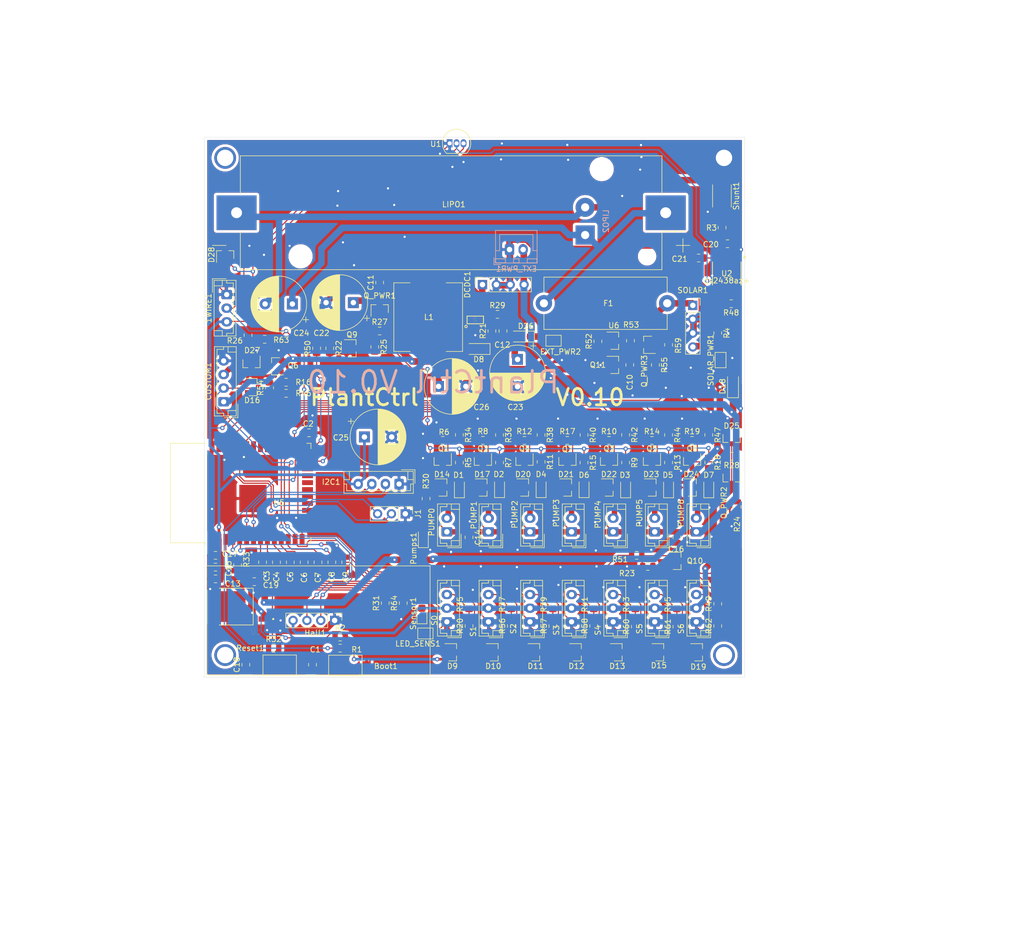
<source format=kicad_pcb>
(kicad_pcb (version 20171130) (host pcbnew "(5.1.5)-3")
  (layers (0 F.Cu signal) (31 B.Cu signal) (34 B.Paste user) (35 F.Paste user) (36 B.SilkS user) (37 F.SilkS user) (38 B.Mask user) (39 F.Mask user) (44 Edge.Cuts user))
  (net 0 "")
  (net 1 PLANT1_PUMP)
  (net 2 PLANT2_PUMP)
  (net 3 PLANT3_PUMP)
  (net 4 PLANT4_PUMP)
  (net 5 PLANT5_PUMP)
  (net 6 PLANT6_PUMP)
  (net 7 GND)
  (net 8 PLANT6_MOIST)
  (net 9 PLANT5_MOIST)
  (net 10 PLANT4_MOIST)
  (net 11 PLANT3_MOIST)
  (net 12 PLANT2_MOIST)
  (net 13 PLANT1_MOIST)
  (net 14 PLANT_CTRL_PUMP_0)
  (net 15 PUMP_PWR)
  (net 16 PWR_PUMP_CONVERTER)
  (net 17 3_3V)
  (net 18 Temp)
  (net 19 PLANT0_PUMP)
  (net 20 PWR_SENSORS)
  (net 21 PLANT0_MOIST)
  (net 22 PLANT_CTRL_PUMP_1)
  (net 23 "Net-(R37-Pad1)")
  (net 24 PLANT_CTRL_PUMP_2)
  (net 25 "Net-(R39-Pad1)")
  (net 26 PLANT_CTRL_PUMP_3)
  (net 27 "Net-(R41-Pad1)")
  (net 28 PLANT_CTRL_PUMP_4)
  (net 29 "Net-(R43-Pad1)")
  (net 30 PLANT_CTRL_PUMP_5)
  (net 31 "Net-(R45-Pad1)")
  (net 32 PLANT_CTRL_PUMP_6)
  (net 33 "Net-(R49-Pad1)")
  (net 34 PUMP_ENABLE)
  (net 35 SENSORS_ENABLE)
  (net 36 "Net-(C10-Pad2)")
  (net 37 VCC_BATT)
  (net 38 "Net-(D8-Pad2)")
  (net 39 "Net-(R21-Pad2)")
  (net 40 "Net-(D1-Pad2)")
  (net 41 "Net-(D2-Pad2)")
  (net 42 "Net-(D3-Pad2)")
  (net 43 "Net-(D4-Pad2)")
  (net 44 "Net-(D5-Pad2)")
  (net 45 "Net-(D6-Pad2)")
  (net 46 "Net-(D7-Pad2)")
  (net 47 "Net-(Pumps1-Pad2)")
  (net 48 "Net-(Q1-Pad1)")
  (net 49 "Net-(Q2-Pad1)")
  (net 50 "Net-(Q3-Pad1)")
  (net 51 "Net-(Q4-Pad1)")
  (net 52 "Net-(Q5-Pad1)")
  (net 53 "Net-(Q6-Pad1)")
  (net 54 "Net-(Q7-Pad1)")
  (net 55 "Net-(Q8-Pad1)")
  (net 56 "Net-(Q9-Pad3)")
  (net 57 "Net-(Q9-Pad1)")
  (net 58 "Net-(Q10-Pad3)")
  (net 59 "Net-(Q10-Pad1)")
  (net 60 "Net-(Q_PWR1-Pad1)")
  (net 61 "Net-(Q_PWR2-Pad1)")
  (net 62 "Net-(R31-Pad1)")
  (net 63 "Net-(C12-Pad1)")
  (net 64 "Net-(C19-Pad2)")
  (net 65 VCC)
  (net 66 "Net-(C18-Pad2)")
  (net 67 "Net-(Q_PWR3-Pad1)")
  (net 68 SOLAR_IN)
  (net 69 "Net-(C2-Pad2)")
  (net 70 "Net-(C20-Pad1)")
  (net 71 "Net-(D18-Pad2)")
  (net 72 "Net-(I2C1-Pad3)")
  (net 73 "Net-(I2C1-Pad2)")
  (net 74 "Net-(C21-Pad1)")
  (net 75 "Net-(CUSTOM1-Pad3)")
  (net 76 "Net-(LED_SENS1-Pad1)")
  (net 77 Rsense+)
  (net 78 HALL_TX)
  (net 79 ESP_RX)
  (net 80 ESP_TX)
  (net 81 "Net-(Boot1-Pad2)")
  (net 82 CUSTOM_GPIO1)
  (net 83 VCC_FUSED_ALWAYS)
  (net 84 HALL_RX)
  (net 85 "Net-(Q11-Pad3)")
  (net 86 GPIO2)
  (net 87 "Net-(R52-Pad2)")
  (net 88 "Net-(R20-Pad2)")
  (net 89 "Net-(R26-Pad1)")
  (module Resistor_SMD:R_0805_2012Metric (layer F.Cu) (at 206.629 126.111 90)
    (fp_text reference R64 (at 0 -1.65 90) (layer F.SilkS))
    (fp_text value 10k)
    (pad 2 smd roundrect (at 0.9375 0 90) (size 0.975 1.4) (layers F.Cu F.Paste F.Mask) (net 20 PWR_SENSORS))
    (pad 1 smd roundrect (at -0.9375 0 90) (size 0.975 1.4) (layers F.Cu F.Paste F.Mask) (net 62 "Net-(R31-Pad1)"))
  )
  (module Resistor_SMD:R_0805_2012Metric (layer F.Cu) (at 181.229 77.724)
    (fp_text reference R63 (at 3.048 0.127) (layer F.SilkS))
    (fp_text value 1k)
    (pad 2 smd roundrect (at 0.9375 0) (size 0.975 1.4) (layers F.Cu F.Paste F.Mask) (net 18 Temp))
    (pad 1 smd roundrect (at -0.9375 0) (size 0.975 1.4) (layers F.Cu F.Paste F.Mask) (net 89 "Net-(R26-Pad1)"))
  )
  (module Resistor_SMD:R_0805_2012Metric (layer F.Cu) (at 203.327 126.111 90)
    (fp_text reference R31 (at 0 -1.65 90) (layer F.SilkS))
    (fp_text value 10k)
    (pad 2 smd roundrect (at 0.9375 0 90) (size 0.975 1.4) (layers F.Cu F.Paste F.Mask) (net 20 PWR_SENSORS))
    (pad 1 smd roundrect (at -0.9375 0 90) (size 0.975 1.4) (layers F.Cu F.Paste F.Mask) (net 62 "Net-(R31-Pad1)"))
  )
  (module Resistor_SMD:R_0805_2012Metric (layer F.Cu) (at 178.181 76.962 90)
    (fp_text reference R26 (at -1.016 -2.413 180) (layer F.SilkS))
    (fp_text value 1k)
    (pad 2 smd roundrect (at 0.9375 0 90) (size 0.975 1.4) (layers F.Cu F.Paste F.Mask) (net 17 3_3V))
    (pad 1 smd roundrect (at -0.9375 0 90) (size 0.975 1.4) (layers F.Cu F.Paste F.Mask) (net 89 "Net-(R26-Pad1)"))
  )
  (module Resistor_SMD:R_0805_2012Metric (layer F.Cu) (at 264.287 130.302 90)
    (fp_text reference R62 (at 0 -1.65 90) (layer F.SilkS))
    (fp_text value 100k)
    (pad 2 smd roundrect (at 0.9375 0 90) (size 0.975 1.4) (layers F.Cu F.Paste F.Mask) (net 33 "Net-(R49-Pad1)"))
    (pad 1 smd roundrect (at -0.9375 0 90) (size 0.975 1.4) (layers F.Cu F.Paste F.Mask) (net 7 GND))
  )
  (module Resistor_SMD:R_0805_2012Metric (layer F.Cu) (at 256.794 130.429 90)
    (fp_text reference R61 (at 0 -1.65 90) (layer F.SilkS))
    (fp_text value 100k)
    (pad 2 smd roundrect (at 0.9375 0 90) (size 0.975 1.4) (layers F.Cu F.Paste F.Mask) (net 31 "Net-(R45-Pad1)"))
    (pad 1 smd roundrect (at -0.9375 0 90) (size 0.975 1.4) (layers F.Cu F.Paste F.Mask) (net 7 GND))
  )
  (module Resistor_SMD:R_0805_2012Metric (layer F.Cu) (at 249.174 130.429 90)
    (fp_text reference R60 (at 0 -1.65 90) (layer F.SilkS))
    (fp_text value 100k)
    (pad 2 smd roundrect (at 0.9375 0 90) (size 0.975 1.4) (layers F.Cu F.Paste F.Mask) (net 29 "Net-(R43-Pad1)"))
    (pad 1 smd roundrect (at -0.9375 0 90) (size 0.975 1.4) (layers F.Cu F.Paste F.Mask) (net 7 GND))
  )
  (module Resistor_SMD:R_0805_2012Metric (layer F.Cu) (at 241.554 130.302 90)
    (fp_text reference R58 (at 0 -1.65 90) (layer F.SilkS))
    (fp_text value 100k)
    (pad 2 smd roundrect (at 0.9375 0 90) (size 0.975 1.4) (layers F.Cu F.Paste F.Mask) (net 27 "Net-(R41-Pad1)"))
    (pad 1 smd roundrect (at -0.9375 0 90) (size 0.975 1.4) (layers F.Cu F.Paste F.Mask) (net 7 GND))
  )
  (module Resistor_SMD:R_0805_2012Metric (layer F.Cu) (at 234.061 130.302 90)
    (fp_text reference R57 (at 0 -1.65 90) (layer F.SilkS))
    (fp_text value 100k)
    (pad 2 smd roundrect (at 0.9375 0 90) (size 0.975 1.4) (layers F.Cu F.Paste F.Mask) (net 25 "Net-(R39-Pad1)"))
    (pad 1 smd roundrect (at -0.9375 0 90) (size 0.975 1.4) (layers F.Cu F.Paste F.Mask) (net 7 GND))
  )
  (module Resistor_SMD:R_0805_2012Metric (layer F.Cu) (at 226.441 130.302 90)
    (fp_text reference R56 (at 0 -1.65 90) (layer F.SilkS))
    (fp_text value 100k)
    (pad 2 smd roundrect (at 0.9375 0 90) (size 0.975 1.4) (layers F.Cu F.Paste F.Mask) (net 23 "Net-(R37-Pad1)"))
    (pad 1 smd roundrect (at -0.9375 0 90) (size 0.975 1.4) (layers F.Cu F.Paste F.Mask) (net 7 GND))
  )
  (module Resistor_SMD:R_0805_2012Metric (layer F.Cu) (at 218.694 130.302 90)
    (fp_text reference R20 (at 0 -1.65 90) (layer F.SilkS))
    (fp_text value 100k)
    (pad 2 smd roundrect (at 0.9375 0 90) (size 0.975 1.4) (layers F.Cu F.Paste F.Mask) (net 88 "Net-(R20-Pad2)"))
    (pad 1 smd roundrect (at -0.9375 0 90) (size 0.975 1.4) (layers F.Cu F.Paste F.Mask) (net 7 GND))
  )
  (module Connector_JST:JST_EH_B3B-EH-A_1x03_P2.50mm_Vertical (layer F.Cu) (at 222.25 129.54 90)
    (fp_text reference S1 (at -1.778 -2.794 90) (layer F.SilkS))
    (fp_text value Conn_01x03_Male)
    (pad 3 thru_hole oval (at 5 0 90) (size 1.7 1.95) (drill 0.95) (layers *.Cu *.Mask) (net 23 "Net-(R37-Pad1)"))
    (pad 2 thru_hole oval (at 2.5 0 90) (size 1.7 1.95) (drill 0.95) (layers *.Cu *.Mask) (net 20 PWR_SENSORS))
    (pad 1 thru_hole roundrect (at 0 0 90) (size 1.7 1.95) (drill 0.95) (layers *.Cu *.Mask) (roundrect_rratio 0.147059) (net 7 GND))
  )
  (module Connector_PinHeader_2.54mm:PinHeader_1x03_P2.54mm_Vertical (layer F.Cu) (at 207.01 109.728 270)
    (fp_text reference J1 (at 0 -2.33 90) (layer F.SilkS))
    (fp_text value Conn_01x03_Female)
    (pad 3 thru_hole oval (at 0 5.08 270) (size 1.7 1.7) (drill 1) (layers *.Cu *.Mask) (net 79 ESP_RX))
    (pad 2 thru_hole oval (at 0 2.54 270) (size 1.7 1.7) (drill 1) (layers *.Cu *.Mask) (net 80 ESP_TX))
    (pad 1 thru_hole rect (at 0 0 270) (size 1.7 1.7) (drill 1) (layers *.Cu *.Mask) (net 7 GND))
  )
  (module Resistor_SMD:R_0805_2012Metric (layer F.Cu) (at 182.118 86.614 90)
    (fp_text reference R54 (at 0 -1.65 90) (layer F.SilkS))
    (fp_text value 10k)
    (pad 2 smd roundrect (at 0.9125 0 90) (size 1.025 1.4) (layers F.Cu F.Paste F.Mask) (roundrect_rratio 0.243902) (net 7 GND))
    (pad 1 smd roundrect (at -0.9125 0 90) (size 1.025 1.4) (layers F.Cu F.Paste F.Mask) (roundrect_rratio 0.243902) (net 82 CUSTOM_GPIO1))
  )
  (module Button_Switch_SMD:SW_SPST_CK_RS282G05A3 (layer F.Cu) (at 183.98 137.47 180)
    (fp_text reference Reset1 (at 5.418 3.104) (layer F.SilkS))
    (fp_text value SW_Push)
    (pad 2 smd rect (at 3.9 0 180) (size 1.5 1.5) (layers F.Cu F.Paste F.Mask) (net 66 "Net-(C18-Pad2)"))
    (pad 1 smd rect (at -3.9 0 180) (size 1.5 1.5) (layers F.Cu F.Paste F.Mask) (net 7 GND))
  )
  (module Button_Switch_SMD:SW_SPST_CK_RS282G05A3 (layer F.Cu) (at 196.0245 137.5156 180)
    (fp_text reference Boot1 (at -7.4295 -0.1524) (layer F.SilkS))
    (fp_text value Boot)
    (pad 2 smd rect (at 3.9 0 180) (size 1.5 1.5) (layers F.Cu F.Paste F.Mask) (net 81 "Net-(Boot1-Pad2)"))
    (pad 1 smd rect (at -3.9 0 180) (size 1.5 1.5) (layers F.Cu F.Paste F.Mask) (net 7 GND))
  )
  (module Capacitor_THT:CP_Radial_D10.0mm_P5.00mm (layer F.Cu) (at 213.106 86.36)
    (fp_text reference C26 (at 7.874 3.81) (layer F.SilkS))
    (fp_text value 1000uF)
    (pad 2 thru_hole circle (at 5 0) (size 2 2) (drill 1) (layers *.Cu *.Mask) (net 7 GND))
    (pad 1 thru_hole rect (at 0 0) (size 2 2) (drill 1) (layers *.Cu *.Mask) (net 65 VCC))
  )
  (module Package_TO_SOT_SMD:SOT-23 (layer F.Cu) (at 173.99 62.23 90)
    (fp_text reference D28 (at 0 -2.5 90) (layer F.SilkS))
    (fp_text value BAS40-04)
    (pad 3 smd rect (at 1 0 90) (size 0.9 0.8) (layers F.Cu F.Paste F.Mask) (net 18 Temp))
    (pad 2 smd rect (at -1 0.95 90) (size 0.9 0.8) (layers F.Cu F.Paste F.Mask) (net 17 3_3V))
    (pad 1 smd rect (at -1 -0.95 90) (size 0.9 0.8) (layers F.Cu F.Paste F.Mask) (net 7 GND))
  )
  (module Jumper:SolderJumper-2_P1.3mm_Open_Pad1.0x1.5mm (layer F.Cu) (at 264.795 81.534 90)
    (fp_text reference SOLAR_PWR1 (at 0 -1.8 90) (layer F.SilkS))
    (fp_text value NC)
    (pad 1 smd rect (at -0.65 0 90) (size 1 1.5) (layers F.Cu F.Mask) (net 71 "Net-(D18-Pad2)"))
    (pad 2 smd rect (at 0.65 0 90) (size 1 1.5) (layers F.Cu F.Mask) (net 68 SOLAR_IN))
  )
  (module Connector_PinSocket_2.54mm:PinSocket_1x04_P2.54mm_Vertical (layer F.Cu) (at 259.715 71.501)
    (fp_text reference SOLAR1 (at 0 -2.77) (layer F.SilkS))
    (fp_text value Conn_01x04)
    (pad 4 thru_hole oval (at 0 7.62) (size 1.7 1.7) (drill 1) (layers *.Cu *.Mask) (net 68 SOLAR_IN))
    (pad 3 thru_hole oval (at 0 5.08) (size 1.7 1.7) (drill 1) (layers *.Cu *.Mask) (net 7 GND))
    (pad 2 thru_hole oval (at 0 2.54) (size 1.7 1.7) (drill 1) (layers *.Cu *.Mask) (net 7 GND))
    (pad 1 thru_hole rect (at 0 0) (size 1.7 1.7) (drill 1) (layers *.Cu *.Mask) (net 83 VCC_FUSED_ALWAYS))
  )
  (module Resistor_SMD:R_0805_2012Metric (layer F.Cu) (at 252.857 82.423 270)
    (fp_text reference R55 (at 0 -1.65 90) (layer F.SilkS))
    (fp_text value 1k)
    (pad 2 smd roundrect (at 0.9375 0 270) (size 0.975 1.4) (layers F.Cu F.Paste F.Mask) (net 85 "Net-(Q11-Pad3)"))
    (pad 1 smd roundrect (at -0.9375 0 270) (size 0.975 1.4) (layers F.Cu F.Paste F.Mask) (net 67 "Net-(Q_PWR3-Pad1)"))
  )
  (module Resistor_SMD:R_0805_2012Metric (layer F.Cu) (at 248.285 77.978 270)
    (fp_text reference R53 (at -2.921 -0.127 180) (layer F.SilkS))
    (fp_text value 100k)
    (pad 2 smd roundrect (at 0.9375 0 270) (size 0.975 1.4) (layers F.Cu F.Paste F.Mask) (net 36 "Net-(C10-Pad2)"))
    (pad 1 smd roundrect (at -0.9375 0 270) (size 0.975 1.4) (layers F.Cu F.Paste F.Mask) (net 83 VCC_FUSED_ALWAYS))
  )
  (module Resistor_SMD:R_0805_2012Metric (layer F.Cu) (at 242.316 78.105 90)
    (fp_text reference R52 (at 0 -1.65 90) (layer F.SilkS))
    (fp_text value 1k)
    (pad 2 smd roundrect (at 0.9375 0 90) (size 0.975 1.4) (layers F.Cu F.Paste F.Mask) (net 87 "Net-(R52-Pad2)"))
    (pad 1 smd roundrect (at -0.9375 0 90) (size 0.975 1.4) (layers F.Cu F.Paste F.Mask) (net 36 "Net-(C10-Pad2)"))
  )
  (module Resistor_SMD:R_0805_2012Metric (layer F.Cu) (at 201.422 79.121 270)
    (fp_text reference R25 (at 0 -1.65 90) (layer F.SilkS))
    (fp_text value 1k)
    (pad 2 smd roundrect (at 0.9375 0 270) (size 0.975 1.4) (layers F.Cu F.Paste F.Mask) (net 56 "Net-(Q9-Pad3)"))
    (pad 1 smd roundrect (at -0.9375 0 270) (size 0.975 1.4) (layers F.Cu F.Paste F.Mask) (net 60 "Net-(Q_PWR1-Pad1)"))
  )
  (module Resistor_SMD:R_0805_2012Metric (layer F.Cu) (at 267.843 108.458 270)
    (fp_text reference R24 (at 3.175 0 90) (layer F.SilkS))
    (fp_text value 1k)
    (pad 2 smd roundrect (at 0.9375 0 270) (size 0.975 1.4) (layers F.Cu F.Paste F.Mask) (net 58 "Net-(Q10-Pad3)"))
    (pad 1 smd roundrect (at -0.9375 0 270) (size 0.975 1.4) (layers F.Cu F.Paste F.Mask) (net 61 "Net-(Q_PWR2-Pad1)"))
  )
  (module Package_TO_SOT_SMD:SOT-23 (layer F.Cu) (at 245.364 82.423)
    (fp_text reference Q11 (at -3.048 0) (layer F.SilkS))
    (fp_text value "N-channel 30V 5A")
    (pad 3 smd rect (at 1 0) (size 0.9 0.8) (layers F.Cu F.Paste F.Mask) (net 85 "Net-(Q11-Pad3)"))
    (pad 2 smd rect (at -1 0.95) (size 0.9 0.8) (layers F.Cu F.Paste F.Mask) (net 7 GND))
    (pad 1 smd rect (at -1 -0.95) (size 0.9 0.8) (layers F.Cu F.Paste F.Mask) (net 36 "Net-(C10-Pad2)"))
  )
  (module Package_TO_SOT_SMD:SOT-23 (layer F.Cu) (at 178.816 82.169 270)
    (fp_text reference D27 (at -2.413 -0.127 180) (layer F.SilkS))
    (fp_text value BAS40-04)
    (pad 3 smd rect (at 1 0 270) (size 0.9 0.8) (layers F.Cu F.Paste F.Mask) (net 75 "Net-(CUSTOM1-Pad3)"))
    (pad 2 smd rect (at -1 0.95 270) (size 0.9 0.8) (layers F.Cu F.Paste F.Mask) (net 65 VCC))
    (pad 1 smd rect (at -1 -0.95 270) (size 0.9 0.8) (layers F.Cu F.Paste F.Mask) (net 7 GND))
  )
  (module Capacitor_THT:CP_Radial_D10.0mm_P5.00mm (layer F.Cu) (at 199.517 95.631)
    (fp_text reference C25 (at -4.318 0.127) (layer F.SilkS))
    (fp_text value 1000uF)
    (pad 2 thru_hole circle (at 5 0) (size 2 2) (drill 1) (layers *.Cu *.Mask) (net 7 GND))
    (pad 1 thru_hole rect (at 0 0) (size 2 2) (drill 1) (layers *.Cu *.Mask) (net 17 3_3V))
  )
  (module Capacitor_SMD:C_0805_2012Metric (layer F.Cu) (at 248.158 82.423 90)
    (fp_text reference C10 (at -3.175 0 90) (layer F.SilkS))
    (fp_text value 100n)
    (pad 2 smd roundrect (at 0.9375 0 90) (size 0.975 1.4) (layers F.Cu F.Paste F.Mask) (net 36 "Net-(C10-Pad2)"))
    (pad 1 smd roundrect (at -0.9375 0 90) (size 0.975 1.4) (layers F.Cu F.Paste F.Mask) (net 7 GND))
  )
  (module LED_SMD:LED_0805_2012Metric_Castellated (layer F.Cu) (at 210.058 128.016 90)
    (fp_text reference Sensor1 (at 0 -1.6 90) (layer F.SilkS))
    (fp_text value LED_green)
    (pad 2 smd roundrect (at 0.9625 0 90) (size 1.325 1.3) (layers F.Cu F.Paste F.Mask) (roundrect_rratio 0.192308) (net 62 "Net-(R31-Pad1)"))
    (pad 1 smd roundrect (at -0.9625 0 90) (size 1.325 1.3) (layers F.Cu F.Paste F.Mask) (roundrect_rratio 0.192308) (net 76 "Net-(LED_SENS1-Pad1)"))
  )
  (module Resistor_SMD:R_0805_2012Metric (layer F.Cu) (at 255.27 78.74 90)
    (fp_text reference R59 (at -0.127 1.778 90) (layer F.SilkS))
    (fp_text value 10k)
    (pad 2 smd roundrect (at 0.9375 0 90) (size 0.975 1.4) (layers F.Cu F.Paste F.Mask) (net 83 VCC_FUSED_ALWAYS))
    (pad 1 smd roundrect (at -0.9375 0 90) (size 0.975 1.4) (layers F.Cu F.Paste F.Mask) (net 67 "Net-(Q_PWR3-Pad1)"))
  )
  (module Resistor_SMD:R_0805_2012Metric (layer F.Cu) (at 249.428 117.348 180)
    (fp_text reference R51 (at 3.048 -0.762) (layer F.SilkS))
    (fp_text value 1k)
    (pad 2 smd roundrect (at 0.9375 0 180) (size 0.975 1.4) (layers F.Cu F.Paste F.Mask) (net 35 SENSORS_ENABLE))
    (pad 1 smd roundrect (at -0.9375 0 180) (size 0.975 1.4) (layers F.Cu F.Paste F.Mask) (net 59 "Net-(Q10-Pad1)"))
  )
  (module Resistor_SMD:R_0805_2012Metric (layer F.Cu) (at 190.754 79.375 270)
    (fp_text reference R50 (at 0 1.651 90) (layer F.SilkS))
    (fp_text value 1k)
    (pad 2 smd roundrect (at 0.9375 0 270) (size 0.975 1.4) (layers F.Cu F.Paste F.Mask) (net 34 PUMP_ENABLE))
    (pad 1 smd roundrect (at -0.9375 0 270) (size 0.975 1.4) (layers F.Cu F.Paste F.Mask) (net 57 "Net-(Q9-Pad1)"))
  )
  (module Resistor_SMD:R_0805_2012Metric (layer F.Cu) (at 264.287 126.238 90)
    (fp_text reference R49 (at 0 -1.65 90) (layer F.SilkS))
    (fp_text value 1k)
    (pad 2 smd roundrect (at 0.9375 0 90) (size 0.975 1.4) (layers F.Cu F.Paste F.Mask) (net 8 PLANT6_MOIST))
    (pad 1 smd roundrect (at -0.9375 0 90) (size 0.975 1.4) (layers F.Cu F.Paste F.Mask) (net 33 "Net-(R49-Pad1)"))
  )
  (module Resistor_SMD:R_0805_2012Metric (layer F.Cu) (at 266.7508 71.1962 180)
    (fp_text reference R48 (at 0 -1.65) (layer F.SilkS))
    (fp_text value 1k)
    (pad 2 smd roundrect (at 0.9375 0 180) (size 0.975 1.4) (layers F.Cu F.Paste F.Mask) (net 74 "Net-(C21-Pad1)"))
    (pad 1 smd roundrect (at -0.9375 0 180) (size 0.975 1.4) (layers F.Cu F.Paste F.Mask) (net 77 Rsense+))
  )
  (module Resistor_SMD:R_0805_2012Metric (layer F.Cu) (at 262.636 95.25 270)
    (fp_text reference R47 (at 0 -1.65 90) (layer F.SilkS))
    (fp_text value 1k)
    (pad 2 smd roundrect (at 0.9375 0 270) (size 0.975 1.4) (layers F.Cu F.Paste F.Mask) (net 55 "Net-(Q8-Pad1)"))
    (pad 1 smd roundrect (at -0.9375 0 270) (size 0.975 1.4) (layers F.Cu F.Paste F.Mask) (net 32 PLANT_CTRL_PUMP_6))
  )
  (module Resistor_SMD:R_0805_2012Metric (layer F.Cu) (at 185.166 87.63)
    (fp_text reference R46 (at 3.175 0) (layer F.SilkS))
    (fp_text value 1k)
    (pad 2 smd roundrect (at 0.9375 0) (size 0.975 1.4) (layers F.Cu F.Paste F.Mask) (net 86 GPIO2))
    (pad 1 smd roundrect (at -0.9375 0) (size 0.975 1.4) (layers F.Cu F.Paste F.Mask) (net 53 "Net-(Q6-Pad1)"))
  )
  (module Resistor_SMD:R_0805_2012Metric (layer F.Cu) (at 256.794 126.365 90)
    (fp_text reference R45 (at 0 -1.65 90) (layer F.SilkS))
    (fp_text value 1k)
    (pad 2 smd roundrect (at 0.9375 0 90) (size 0.975 1.4) (layers F.Cu F.Paste F.Mask) (net 9 PLANT5_MOIST))
    (pad 1 smd roundrect (at -0.9375 0 90) (size 0.975 1.4) (layers F.Cu F.Paste F.Mask) (net 31 "Net-(R45-Pad1)"))
  )
  (module Resistor_SMD:R_0805_2012Metric (layer F.Cu) (at 255.27 95.25 270)
    (fp_text reference R44 (at 0 -1.65 90) (layer F.SilkS))
    (fp_text value 1k)
    (pad 2 smd roundrect (at 0.9375 0 270) (size 0.975 1.4) (layers F.Cu F.Paste F.Mask) (net 52 "Net-(Q5-Pad1)"))
    (pad 1 smd roundrect (at -0.9375 0 270) (size 0.975 1.4) (layers F.Cu F.Paste F.Mask) (net 30 PLANT_CTRL_PUMP_5))
  )
  (module Resistor_SMD:R_0805_2012Metric (layer F.Cu) (at 249.174 126.365 90)
    (fp_text reference R43 (at 0 -1.65 90) (layer F.SilkS))
    (fp_text value 1k)
    (pad 2 smd roundrect (at 0.9375 0 90) (size 0.975 1.4) (layers F.Cu F.Paste F.Mask) (net 10 PLANT4_MOIST))
    (pad 1 smd roundrect (at -0.9375 0 90) (size 0.975 1.4) (layers F.Cu F.Paste F.Mask) (net 29 "Net-(R43-Pad1)"))
  )
  (module Resistor_SMD:R_0805_2012Metric (layer F.Cu) (at 247.396 95.25 270)
    (fp_text reference R42 (at 0 -1.65 90) (layer F.SilkS))
    (fp_text value 1k)
    (pad 2 smd roundrect (at 0.9375 0 270) (size 0.975 1.4) (layers F.Cu F.Paste F.Mask) (net 50 "Net-(Q3-Pad1)"))
    (pad 1 smd roundrect (at -0.9375 0 270) (size 0.975 1.4) (layers F.Cu F.Paste F.Mask) (net 28 PLANT_CTRL_PUMP_4))
  )
  (module Resistor_SMD:R_0805_2012Metric (layer F.Cu) (at 241.554 126.365 90)
    (fp_text reference R41 (at 0 -1.65 90) (layer F.SilkS))
    (fp_text value 1k)
    (pad 2 smd roundrect (at 0.9375 0 90) (size 0.975 1.4) (layers F.Cu F.Paste F.Mask) (net 11 PLANT3_MOIST))
    (pad 1 smd roundrect (at -0.9375 0 90) (size 0.975 1.4) (layers F.Cu F.Paste F.Mask) (net 27 "Net-(R41-Pad1)"))
  )
  (module Resistor_SMD:R_0805_2012Metric (layer F.Cu) (at 239.776 95.266 270)
    (fp_text reference R40 (at 0 -1.65 90) (layer F.SilkS))
    (fp_text value 1k)
    (pad 2 smd roundrect (at 0.9375 0 270) (size 0.975 1.4) (layers F.Cu F.Paste F.Mask) (net 54 "Net-(Q7-Pad1)"))
    (pad 1 smd roundrect (at -0.9375 0 270) (size 0.975 1.4) (layers F.Cu F.Paste F.Mask) (net 26 PLANT_CTRL_PUMP_3))
  )
  (module Resistor_SMD:R_0805_2012Metric (layer F.Cu) (at 234.061 126.365 90)
    (fp_text reference R39 (at 0 -1.65 90) (layer F.SilkS))
    (fp_text value 1k)
    (pad 2 smd roundrect (at 0.9375 0 90) (size 0.975 1.4) (layers F.Cu F.Paste F.Mask) (net 12 PLANT2_MOIST))
    (pad 1 smd roundrect (at -0.9375 0 90) (size 0.975 1.4) (layers F.Cu F.Paste F.Mask) (net 25 "Net-(R39-Pad1)"))
  )
  (module Resistor_SMD:R_0805_2012Metric (layer F.Cu) (at 231.902 95.266 270)
    (fp_text reference R38 (at 0 -1.65 90) (layer F.SilkS))
    (fp_text value 1k)
    (pad 2 smd roundrect (at 0.9375 0 270) (size 0.975 1.4) (layers F.Cu F.Paste F.Mask) (net 51 "Net-(Q4-Pad1)"))
    (pad 1 smd roundrect (at -0.9375 0 270) (size 0.975 1.4) (layers F.Cu F.Paste F.Mask) (net 24 PLANT_CTRL_PUMP_2))
  )
  (module Resistor_SMD:R_0805_2012Metric (layer F.Cu) (at 226.441 126.349 90)
    (fp_text reference R37 (at 0 -1.65 90) (layer F.SilkS))
    (fp_text value 1k)
    (pad 2 smd roundrect (at 0.9375 0 90) (size 0.975 1.4) (layers F.Cu F.Paste F.Mask) (net 13 PLANT1_MOIST))
    (pad 1 smd roundrect (at -0.9375 0 90) (size 0.975 1.4) (layers F.Cu F.Paste F.Mask) (net 23 "Net-(R37-Pad1)"))
  )
  (module Resistor_SMD:R_0805_2012Metric (layer F.Cu) (at 224.282 95.266 270)
    (fp_text reference R36 (at 0 -1.65 90) (layer F.SilkS))
    (fp_text value 1k)
    (pad 2 smd roundrect (at 0.9375 0 270) (size 0.975 1.4) (layers F.Cu F.Paste F.Mask) (net 49 "Net-(Q2-Pad1)"))
    (pad 1 smd roundrect (at -0.9375 0 270) (size 0.975 1.4) (layers F.Cu F.Paste F.Mask) (net 22 PLANT_CTRL_PUMP_1))
  )
  (module Resistor_SMD:R_0805_2012Metric (layer F.Cu) (at 218.694 126.349 90)
    (fp_text reference R35 (at 0 -1.65 90) (layer F.SilkS))
    (fp_text value 1k)
    (pad 2 smd roundrect (at 0.9375 0 90) (size 0.975 1.4) (layers F.Cu F.Paste F.Mask) (net 21 PLANT0_MOIST))
    (pad 1 smd roundrect (at -0.9375 0 90) (size 0.975 1.4) (layers F.Cu F.Paste F.Mask) (net 88 "Net-(R20-Pad2)"))
  )
  (module Resistor_SMD:R_0805_2012Metric (layer F.Cu) (at 216.916 95.25 270)
    (fp_text reference R34 (at 0 -1.65 90) (layer F.SilkS))
    (fp_text value 1k)
    (pad 2 smd roundrect (at 0.9375 0 270) (size 0.975 1.4) (layers F.Cu F.Paste F.Mask) (net 48 "Net-(Q1-Pad1)"))
    (pad 1 smd roundrect (at -0.9375 0 270) (size 0.975 1.4) (layers F.Cu F.Paste F.Mask) (net 14 PLANT_CTRL_PUMP_0))
  )
  (module Resistor_SMD:R_0805_2012Metric (layer F.Cu) (at 176.276 119.126 270)
    (fp_text reference R33 (at -1.016 -1.651 90) (layer F.SilkS))
    (fp_text value 10k)
    (pad 2 smd roundrect (at 0.9375 0 270) (size 0.975 1.4) (layers F.Cu F.Paste F.Mask) (net 17 3_3V))
    (pad 1 smd roundrect (at -0.9375 0 270) (size 0.975 1.4) (layers F.Cu F.Paste F.Mask) (net 64 "Net-(C19-Pad2)"))
  )
  (module Resistor_SMD:R_0805_2012Metric (layer F.Cu) (at 182.88 134.366)
    (fp_text reference R32 (at 0 -1.65) (layer F.SilkS))
    (fp_text value 1k)
    (pad 2 smd roundrect (at 0.9375 0) (size 0.975 1.4) (layers F.Cu F.Paste F.Mask) (net 66 "Net-(C18-Pad2)"))
    (pad 1 smd roundrect (at -0.9375 0) (size 0.975 1.4) (layers F.Cu F.Paste F.Mask) (net 64 "Net-(C19-Pad2)"))
  )
  (module Resistor_SMD:R_0805_2012Metric (layer F.Cu) (at 210.82 106.934 270)
    (fp_text reference R30 (at -3.175 0 90) (layer F.SilkS))
    (fp_text value 270)
    (pad 2 smd roundrect (at 0.9375 0 270) (size 0.975 1.4) (layers F.Cu F.Paste F.Mask) (net 47 "Net-(Pumps1-Pad2)"))
    (pad 1 smd roundrect (at -0.9375 0 270) (size 0.975 1.4) (layers F.Cu F.Paste F.Mask) (net 16 PWR_PUMP_CONVERTER))
  )
  (module Resistor_SMD:R_0805_2012Metric (layer F.Cu) (at 223.901 73.152)
    (fp_text reference R29 (at 0 -1.65) (layer F.SilkS))
    (fp_text value 1k)
    (pad 2 smd roundrect (at 0.9375 0) (size 0.975 1.4) (layers F.Cu F.Paste F.Mask) (net 7 GND))
    (pad 1 smd roundrect (at -0.9375 0) (size 0.975 1.4) (layers F.Cu F.Paste F.Mask) (net 39 "Net-(R21-Pad2)"))
  )
  (module Resistor_SMD:R_0805_2012Metric (layer F.Cu) (at 266.827 99.187 180)
    (fp_text reference R28 (at 0 -1.65) (layer F.SilkS))
    (fp_text value 10k)
    (pad 2 smd roundrect (at 0.9375 0 180) (size 0.975 1.4) (layers F.Cu F.Paste F.Mask) (net 65 VCC))
    (pad 1 smd roundrect (at -0.9375 0 180) (size 0.975 1.4) (layers F.Cu F.Paste F.Mask) (net 61 "Net-(Q_PWR2-Pad1)"))
  )
  (module Resistor_SMD:R_0805_2012Metric (layer F.Cu) (at 202.311 76.2)
    (fp_text reference R27 (at 0 -1.65) (layer F.SilkS))
    (fp_text value 10k)
    (pad 2 smd roundrect (at 0.9375 0) (size 0.975 1.4) (layers F.Cu F.Paste F.Mask) (net 65 VCC))
    (pad 1 smd roundrect (at -0.9375 0) (size 0.975 1.4) (layers F.Cu F.Paste F.Mask) (net 60 "Net-(Q_PWR1-Pad1)"))
  )
  (module Resistor_SMD:R_0805_2012Metric (layer F.Cu) (at 251.46 119.38)
    (fp_text reference R23 (at -3.81 1.27) (layer F.SilkS))
    (fp_text value 10k)
    (pad 2 smd roundrect (at 0.9375 0) (size 0.975 1.4) (layers F.Cu F.Paste F.Mask) (net 7 GND))
    (pad 1 smd roundrect (at -0.9375 0) (size 0.975 1.4) (layers F.Cu F.Paste F.Mask) (net 59 "Net-(Q10-Pad1)"))
  )
  (module Resistor_SMD:R_0805_2012Metric (layer F.Cu) (at 193.167 79.375 270)
    (fp_text reference R22 (at 0 -1.65 90) (layer F.SilkS))
    (fp_text value 10k)
    (pad 2 smd roundrect (at 0.9375 0 270) (size 0.975 1.4) (layers F.Cu F.Paste F.Mask) (net 7 GND))
    (pad 1 smd roundrect (at -0.9375 0 270) (size 0.975 1.4) (layers F.Cu F.Paste F.Mask) (net 57 "Net-(Q9-Pad1)"))
  )
  (module Resistor_SMD:R_0805_2012Metric (layer F.Cu) (at 222.885 76.2 90)
    (fp_text reference R21 (at 0 -1.65 90) (layer F.SilkS))
    (fp_text value 19k-19.5K)
    (pad 2 smd roundrect (at 0.9375 0 90) (size 0.975 1.4) (layers F.Cu F.Paste F.Mask) (net 39 "Net-(R21-Pad2)"))
    (pad 1 smd roundrect (at -0.9375 0 90) (size 0.975 1.4) (layers F.Cu F.Paste F.Mask) (net 63 "Net-(C12-Pad1)"))
  )
  (module Resistor_SMD:R_0805_2012Metric (layer F.Cu) (at 259.572 96.266 180)
    (fp_text reference R19 (at -0.016 1.651) (layer F.SilkS))
    (fp_text value 10k)
    (pad 2 smd roundrect (at 0.9375 0 180) (size 0.975 1.4) (layers F.Cu F.Paste F.Mask) (net 7 GND))
    (pad 1 smd roundrect (at -0.9375 0 180) (size 0.975 1.4) (layers F.Cu F.Paste F.Mask) (net 55 "Net-(Q8-Pad1)"))
  )
  (module Resistor_SMD:R_0805_2012Metric (layer F.Cu) (at 262.636 100.314 270)
    (fp_text reference R18 (at 0 -1.65 90) (layer F.SilkS))
    (fp_text value 270)
    (pad 2 smd roundrect (at 0.9375 0 270) (size 0.975 1.4) (layers F.Cu F.Paste F.Mask) (net 46 "Net-(D7-Pad2)"))
    (pad 1 smd roundrect (at -0.9375 0 270) (size 0.975 1.4) (layers F.Cu F.Paste F.Mask) (net 16 PWR_PUMP_CONVERTER))
  )
  (module Resistor_SMD:R_0805_2012Metric (layer F.Cu) (at 236.712 96.266 180)
    (fp_text reference R17 (at -0.016 1.651) (layer F.SilkS))
    (fp_text value 10K)
    (pad 2 smd roundrect (at 0.9375 0 180) (size 0.975 1.4) (layers F.Cu F.Paste F.Mask) (net 7 GND))
    (pad 1 smd roundrect (at -0.9375 0 180) (size 0.975 1.4) (layers F.Cu F.Paste F.Mask) (net 54 "Net-(Q7-Pad1)"))
  )
  (module Resistor_SMD:R_0805_2012Metric (layer F.Cu) (at 185.166 85.598)
    (fp_text reference R16 (at 3.175 0) (layer F.SilkS))
    (fp_text value 10k)
    (pad 2 smd roundrect (at 0.9375 0) (size 0.975 1.4) (layers F.Cu F.Paste F.Mask) (net 7 GND))
    (pad 1 smd roundrect (at -0.9375 0) (size 0.975 1.4) (layers F.Cu F.Paste F.Mask) (net 53 "Net-(Q6-Pad1)"))
  )
  (module Resistor_SMD:R_0805_2012Metric (layer F.Cu) (at 239.776 100.346 270)
    (fp_text reference R15 (at 0 -1.65 90) (layer F.SilkS))
    (fp_text value 270)
    (pad 2 smd roundrect (at 0.9375 0 270) (size 0.975 1.4) (layers F.Cu F.Paste F.Mask) (net 45 "Net-(D6-Pad2)"))
    (pad 1 smd roundrect (at -0.9375 0 270) (size 0.975 1.4) (layers F.Cu F.Paste F.Mask) (net 16 PWR_PUMP_CONVERTER))
  )
  (module Resistor_SMD:R_0805_2012Metric (layer F.Cu) (at 252.222 96.266 180)
    (fp_text reference R14 (at 0 1.651) (layer F.SilkS))
    (fp_text value 10k)
    (pad 2 smd roundrect (at 0.9375 0 180) (size 0.975 1.4) (layers F.Cu F.Paste F.Mask) (net 7 GND))
    (pad 1 smd roundrect (at -0.9375 0 180) (size 0.975 1.4) (layers F.Cu F.Paste F.Mask) (net 52 "Net-(Q5-Pad1)"))
  )
  (module Resistor_SMD:R_0805_2012Metric (layer F.Cu) (at 255.27 100.33 270)
    (fp_text reference R13 (at 0 -1.65 90) (layer F.SilkS))
    (fp_text value 270)
    (pad 2 smd roundrect (at 0.9375 0 270) (size 0.975 1.4) (layers F.Cu F.Paste F.Mask) (net 44 "Net-(D5-Pad2)"))
    (pad 1 smd roundrect (at -0.9375 0 270) (size 0.975 1.4) (layers F.Cu F.Paste F.Mask) (net 16 PWR_PUMP_CONVERTER))
  )
  (module Resistor_SMD:R_0805_2012Metric (layer F.Cu) (at 228.838 96.266 180)
    (fp_text reference R12 (at 0 1.651) (layer F.SilkS))
    (fp_text value 10k)
    (pad 2 smd roundrect (at 0.9375 0 180) (size 0.975 1.4) (layers F.Cu F.Paste F.Mask) (net 7 GND))
    (pad 1 smd roundrect (at -0.9375 0 180) (size 0.975 1.4) (layers F.Cu F.Paste F.Mask) (net 51 "Net-(Q4-Pad1)"))
  )
  (module Resistor_SMD:R_0805_2012Metric (layer F.Cu) (at 231.902 100.203 270)
    (fp_text reference R11 (at 0 -1.65 90) (layer F.SilkS))
    (fp_text value 270)
    (pad 2 smd roundrect (at 0.9375 0 270) (size 0.975 1.4) (layers F.Cu F.Paste F.Mask) (net 43 "Net-(D4-Pad2)"))
    (pad 1 smd roundrect (at -0.9375 0 270) (size 0.975 1.4) (layers F.Cu F.Paste F.Mask) (net 16 PWR_PUMP_CONVERTER))
  )
  (module Resistor_SMD:R_0805_2012Metric (layer F.Cu) (at 244.348 96.266 180)
    (fp_text reference R10 (at 0 1.651) (layer F.SilkS))
    (fp_text value 10K)
    (pad 2 smd roundrect (at 0.9375 0 180) (size 0.975 1.4) (layers F.Cu F.Paste F.Mask) (net 7 GND))
    (pad 1 smd roundrect (at -0.9375 0 180) (size 0.975 1.4) (layers F.Cu F.Paste F.Mask) (net 50 "Net-(Q3-Pad1)"))
  )
  (module Resistor_SMD:R_0805_2012Metric (layer F.Cu) (at 247.396 100.33 270)
    (fp_text reference R9 (at 0 -1.65 90) (layer F.SilkS))
    (fp_text value 270)
    (pad 2 smd roundrect (at 0.9375 0 270) (size 0.975 1.4) (layers F.Cu F.Paste F.Mask) (net 42 "Net-(D3-Pad2)"))
    (pad 1 smd roundrect (at -0.9375 0 270) (size 0.975 1.4) (layers F.Cu F.Paste F.Mask) (net 16 PWR_PUMP_CONVERTER))
  )
  (module Resistor_SMD:R_0805_2012Metric (layer F.Cu) (at 221.234 96.266)
    (fp_text reference R8 (at 0 -1.65) (layer F.SilkS))
    (fp_text value 10k)
    (pad 2 smd roundrect (at 0.9375 0) (size 0.975 1.4) (layers F.Cu F.Paste F.Mask) (net 49 "Net-(Q2-Pad1)"))
    (pad 1 smd roundrect (at -0.9375 0) (size 0.975 1.4) (layers F.Cu F.Paste F.Mask) (net 7 GND))
  )
  (module Resistor_SMD:R_0805_2012Metric (layer F.Cu) (at 224.282 100.33 270)
    (fp_text reference R7 (at 0 -1.65 90) (layer F.SilkS))
    (fp_text value 270)
    (pad 2 smd roundrect (at 0.9375 0 270) (size 0.975 1.4) (layers F.Cu F.Paste F.Mask) (net 41 "Net-(D2-Pad2)"))
    (pad 1 smd roundrect (at -0.9375 0 270) (size 0.975 1.4) (layers F.Cu F.Paste F.Mask) (net 16 PWR_PUMP_CONVERTER))
  )
  (module Resistor_SMD:R_0805_2012Metric (layer F.Cu) (at 213.868 96.266 180)
    (fp_text reference R6 (at -0.254 1.524) (layer F.SilkS))
    (fp_text value 10k)
    (pad 2 smd roundrect (at 0.9375 0 180) (size 0.975 1.4) (layers F.Cu F.Paste F.Mask) (net 7 GND))
    (pad 1 smd roundrect (at -0.9375 0 180) (size 0.975 1.4) (layers F.Cu F.Paste F.Mask) (net 48 "Net-(Q1-Pad1)"))
  )
  (module Resistor_SMD:R_0805_2012Metric (layer F.Cu) (at 216.916 100.33 270)
    (fp_text reference R5 (at 0 -1.65 90) (layer F.SilkS))
    (fp_text value 270)
    (pad 2 smd roundrect (at 0.9375 0 270) (size 0.975 1.4) (layers F.Cu F.Paste F.Mask) (net 40 "Net-(D1-Pad2)"))
    (pad 1 smd roundrect (at -0.9375 0 270) (size 0.975 1.4) (layers F.Cu F.Paste F.Mask) (net 16 PWR_PUMP_CONVERTER))
  )
  (module Resistor_SMD:R_0805_2012Metric (layer F.Cu) (at 264.287 76.581 270)
    (fp_text reference R4 (at 0 -1.65 90) (layer F.SilkS))
    (fp_text value 10k)
    (pad 2 smd roundrect (at 0.9375 0 270) (size 0.975 1.4) (layers F.Cu F.Paste F.Mask) (net 68 SOLAR_IN))
    (pad 1 smd roundrect (at -0.9375 0 270) (size 0.975 1.4) (layers F.Cu F.Paste F.Mask) (net 74 "Net-(C21-Pad1)"))
  )
  (module Resistor_SMD:R_0805_2012Metric (layer F.Cu) (at 265.0744 57.2352 270)
    (fp_text reference R3 (at 0.0418 1.9304 180) (layer F.SilkS))
    (fp_text value 100k)
    (pad 2 smd roundrect (at 0.9375 0 270) (size 0.975 1.4) (layers F.Cu F.Paste F.Mask) (net 70 "Net-(C20-Pad1)"))
    (pad 1 smd roundrect (at -0.9375 0 270) (size 0.975 1.4) (layers F.Cu F.Paste F.Mask) (net 7 GND))
  )
  (module Resistor_SMD:R_0805_2012Metric (layer F.Cu) (at 195.072 132.334)
    (fp_text reference R2 (at 0 -1.65) (layer F.SilkS))
    (fp_text value 1k)
    (pad 2 smd roundrect (at 0.9375 0) (size 0.975 1.4) (layers F.Cu F.Paste F.Mask) (net 17 3_3V))
    (pad 1 smd roundrect (at -0.9375 0) (size 0.975 1.4) (layers F.Cu F.Paste F.Mask) (net 69 "Net-(C2-Pad2)"))
  )
  (module Resistor_SMD:R_0805_2012Metric (layer F.Cu) (at 195.072 134.366)
    (fp_text reference R1 (at 3.048 0.254) (layer F.SilkS))
    (fp_text value 1k)
    (pad 2 smd roundrect (at 0.9375 0) (size 0.975 1.4) (layers F.Cu F.Paste F.Mask) (net 81 "Net-(Boot1-Pad2)"))
    (pad 1 smd roundrect (at -0.9375 0) (size 0.975 1.4) (layers F.Cu F.Paste F.Mask) (net 69 "Net-(C2-Pad2)"))
  )
  (module Package_TO_SOT_SMD:SOT-23 (layer F.Cu) (at 251.46 78.74 180)
    (fp_text reference Q_PWR3 (at 0.635 -4.826 90) (layer F.SilkS))
    (fp_text value "P-channel 50v 4A")
    (pad 3 smd rect (at 1 0 180) (size 0.9 0.8) (layers F.Cu F.Paste F.Mask) (net 65 VCC))
    (pad 2 smd rect (at -1 0.95 180) (size 0.9 0.8) (layers F.Cu F.Paste F.Mask) (net 83 VCC_FUSED_ALWAYS))
    (pad 1 smd rect (at -1 -0.95 180) (size 0.9 0.8) (layers F.Cu F.Paste F.Mask) (net 67 "Net-(Q_PWR3-Pad1)"))
  )
  (module Package_TO_SOT_SMD:SOT-23 (layer F.Cu) (at 266.827 103.124 270)
    (fp_text reference Q_PWR2 (at 4.572 1.397 90) (layer F.SilkS))
    (fp_text value "P-channel 50v 4A")
    (pad 3 smd rect (at 1 0 270) (size 0.9 0.8) (layers F.Cu F.Paste F.Mask) (net 20 PWR_SENSORS))
    (pad 2 smd rect (at -1 0.95 270) (size 0.9 0.8) (layers F.Cu F.Paste F.Mask) (net 65 VCC))
    (pad 1 smd rect (at -1 -0.95 270) (size 0.9 0.8) (layers F.Cu F.Paste F.Mask) (net 61 "Net-(Q_PWR2-Pad1)"))
  )
  (module Package_TO_SOT_SMD:SOT-23 (layer F.Cu) (at 202.311 72.136 90)
    (fp_text reference Q_PWR1 (at 2.413 0 180) (layer F.SilkS))
    (fp_text value "P-channel 50v 4A")
    (pad 3 smd rect (at 1 0 90) (size 0.9 0.8) (layers F.Cu F.Paste F.Mask) (net 16 PWR_PUMP_CONVERTER))
    (pad 2 smd rect (at -1 0.95 90) (size 0.9 0.8) (layers F.Cu F.Paste F.Mask) (net 65 VCC))
    (pad 1 smd rect (at -1 -0.95 90) (size 0.9 0.8) (layers F.Cu F.Paste F.Mask) (net 60 "Net-(Q_PWR1-Pad1)"))
  )
  (module Package_TO_SOT_SMD:SOT-23 (layer F.Cu) (at 256.794 118.364)
    (fp_text reference Q10 (at 3.302 0) (layer F.SilkS))
    (fp_text value "N-channel 30V 5A")
    (pad 3 smd rect (at 1 0) (size 0.9 0.8) (layers F.Cu F.Paste F.Mask) (net 58 "Net-(Q10-Pad3)"))
    (pad 2 smd rect (at -1 0.95) (size 0.9 0.8) (layers F.Cu F.Paste F.Mask) (net 7 GND))
    (pad 1 smd rect (at -1 -0.95) (size 0.9 0.8) (layers F.Cu F.Paste F.Mask) (net 59 "Net-(Q10-Pad1)"))
  )
  (module Package_TO_SOT_SMD:SOT-23 (layer F.Cu) (at 197.231 79.375)
    (fp_text reference Q9 (at 0 -2.5) (layer F.SilkS))
    (fp_text value "N-channel 30V 5A")
    (pad 3 smd rect (at 1 0) (size 0.9 0.8) (layers F.Cu F.Paste F.Mask) (net 56 "Net-(Q9-Pad3)"))
    (pad 2 smd rect (at -1 0.95) (size 0.9 0.8) (layers F.Cu F.Paste F.Mask) (net 7 GND))
    (pad 1 smd rect (at -1 -0.95) (size 0.9 0.8) (layers F.Cu F.Paste F.Mask) (net 57 "Net-(Q9-Pad1)"))
  )
  (module Package_TO_SOT_SMD:SOT-23 (layer F.Cu) (at 259.588 100.076 270)
    (fp_text reference Q8 (at -2.286 0 180) (layer F.SilkS))
    (fp_text value "N-channel 30V 5A")
    (pad 3 smd rect (at 1 0 270) (size 0.9 0.8) (layers F.Cu F.Paste F.Mask) (net 6 PLANT6_PUMP))
    (pad 2 smd rect (at -1 0.95 270) (size 0.9 0.8) (layers F.Cu F.Paste F.Mask) (net 7 GND))
    (pad 1 smd rect (at -1 -0.95 270) (size 0.9 0.8) (layers F.Cu F.Paste F.Mask) (net 55 "Net-(Q8-Pad1)"))
  )
  (module Package_TO_SOT_SMD:SOT-23 (layer F.Cu) (at 236.728 100.076 270)
    (fp_text reference Q7 (at -2.159 0 180) (layer F.SilkS))
    (fp_text value "N-channel 30V 5A")
    (pad 3 smd rect (at 1 0 270) (size 0.9 0.8) (layers F.Cu F.Paste F.Mask) (net 3 PLANT3_PUMP))
    (pad 2 smd rect (at -1 0.95 270) (size 0.9 0.8) (layers F.Cu F.Paste F.Mask) (net 7 GND))
    (pad 1 smd rect (at -1 -0.95 270) (size 0.9 0.8) (layers F.Cu F.Paste F.Mask) (net 54 "Net-(Q7-Pad1)"))
  )
  (module Package_TO_SOT_SMD:SOT-23 (layer F.Cu) (at 183.261 82.677 180)
    (fp_text reference Q6 (at -3.175 0.127) (layer F.SilkS))
    (fp_text value "N-channel 30V 5A")
    (pad 3 smd rect (at 1 0 180) (size 0.9 0.8) (layers F.Cu F.Paste F.Mask) (net 75 "Net-(CUSTOM1-Pad3)"))
    (pad 2 smd rect (at -1 0.95 180) (size 0.9 0.8) (layers F.Cu F.Paste F.Mask) (net 7 GND))
    (pad 1 smd rect (at -1 -0.95 180) (size 0.9 0.8) (layers F.Cu F.Paste F.Mask) (net 53 "Net-(Q6-Pad1)"))
  )
  (module Package_TO_SOT_SMD:SOT-23 (layer F.Cu) (at 252.222 100.076 270)
    (fp_text reference Q5 (at -2.286 0 180) (layer F.SilkS))
    (fp_text value "N-channel 30V 5A")
    (pad 3 smd rect (at 1 0 270) (size 0.9 0.8) (layers F.Cu F.Paste F.Mask) (net 5 PLANT5_PUMP))
    (pad 2 smd rect (at -1 0.95 270) (size 0.9 0.8) (layers F.Cu F.Paste F.Mask) (net 7 GND))
    (pad 1 smd rect (at -1 -0.95 270) (size 0.9 0.8) (layers F.Cu F.Paste F.Mask) (net 52 "Net-(Q5-Pad1)"))
  )
  (module Package_TO_SOT_SMD:SOT-23 (layer F.Cu) (at 228.854 100.076 270)
    (fp_text reference Q4 (at -2.286 0 180) (layer F.SilkS))
    (fp_text value "N-channel 30V 5A")
    (pad 3 smd rect (at 1 0 270) (size 0.9 0.8) (layers F.Cu F.Paste F.Mask) (net 2 PLANT2_PUMP))
    (pad 2 smd rect (at -1 0.95 270) (size 0.9 0.8) (layers F.Cu F.Paste F.Mask) (net 7 GND))
    (pad 1 smd rect (at -1 -0.95 270) (size 0.9 0.8) (layers F.Cu F.Paste F.Mask) (net 51 "Net-(Q4-Pad1)"))
  )
  (module Package_TO_SOT_SMD:SOT-23 (layer F.Cu) (at 244.348 100.076 270)
    (fp_text reference Q3 (at -2.286 0 180) (layer F.SilkS))
    (fp_text value "N-channel 30V 5A")
    (pad 3 smd rect (at 1 0 270) (size 0.9 0.8) (layers F.Cu F.Paste F.Mask) (net 4 PLANT4_PUMP))
    (pad 2 smd rect (at -1 0.95 270) (size 0.9 0.8) (layers F.Cu F.Paste F.Mask) (net 7 GND))
    (pad 1 smd rect (at -1 -0.95 270) (size 0.9 0.8) (layers F.Cu F.Paste F.Mask) (net 50 "Net-(Q3-Pad1)"))
  )
  (module Package_TO_SOT_SMD:SOT-23 (layer F.Cu) (at 221.234 100.076 270)
    (fp_text reference Q2 (at -2.286 0 180) (layer F.SilkS))
    (fp_text value "N-channel 30V 5A")
    (pad 3 smd rect (at 1 0 270) (size 0.9 0.8) (layers F.Cu F.Paste F.Mask) (net 1 PLANT1_PUMP))
    (pad 2 smd rect (at -1 0.95 270) (size 0.9 0.8) (layers F.Cu F.Paste F.Mask) (net 7 GND))
    (pad 1 smd rect (at -1 -0.95 270) (size 0.9 0.8) (layers F.Cu F.Paste F.Mask) (net 49 "Net-(Q2-Pad1)"))
  )
  (module Package_TO_SOT_SMD:SOT-23 (layer F.Cu) (at 213.868 100.076 270)
    (fp_text reference Q1 (at -2.286 -0.127 180) (layer F.SilkS))
    (fp_text value "N-channel 30V 5A")
    (pad 3 smd rect (at 1 0 270) (size 0.9 0.8) (layers F.Cu F.Paste F.Mask) (net 19 PLANT0_PUMP))
    (pad 2 smd rect (at -1 0.95 270) (size 0.9 0.8) (layers F.Cu F.Paste F.Mask) (net 7 GND))
    (pad 1 smd rect (at -1 -0.95 270) (size 0.9 0.8) (layers F.Cu F.Paste F.Mask) (net 48 "Net-(Q1-Pad1)"))
  )
  (module LED_SMD:LED_0805_2012Metric_Castellated (layer F.Cu) (at 210.312 114.046 90)
    (fp_text reference Pumps1 (at -2.032 -1.778 270) (layer F.SilkS))
    (fp_text value LED_red)
    (pad 2 smd roundrect (at 0.9625 0 90) (size 1.325 1.3) (layers F.Cu F.Paste F.Mask) (roundrect_rratio 0.192308) (net 47 "Net-(Pumps1-Pad2)"))
    (pad 1 smd roundrect (at -0.9625 0 90) (size 1.325 1.3) (layers F.Cu F.Paste F.Mask) (roundrect_rratio 0.192308) (net 7 GND))
  )
  (module LED_SMD:LED_0805_2012Metric_Castellated (layer F.Cu) (at 262.636 104.902 90)
    (fp_text reference D7 (at 2.286 0 180) (layer F.SilkS))
    (fp_text value LED_Blue)
    (pad 2 smd roundrect (at 0.9625 0 90) (size 1.325 1.3) (layers F.Cu F.Paste F.Mask) (roundrect_rratio 0.192308) (net 46 "Net-(D7-Pad2)"))
    (pad 1 smd roundrect (at -0.9625 0 90) (size 1.325 1.3) (layers F.Cu F.Paste F.Mask) (roundrect_rratio 0.192308) (net 6 PLANT6_PUMP))
  )
  (module LED_SMD:LED_0805_2012Metric_Castellated (layer F.Cu) (at 239.776 104.8655 90)
    (fp_text reference D6 (at 2.2495 0 180) (layer F.SilkS))
    (fp_text value LED)
    (pad 2 smd roundrect (at 0.9625 0 90) (size 1.325 1.3) (layers F.Cu F.Paste F.Mask) (roundrect_rratio 0.192308) (net 45 "Net-(D6-Pad2)"))
    (pad 1 smd roundrect (at -0.9625 0 90) (size 1.325 1.3) (layers F.Cu F.Paste F.Mask) (roundrect_rratio 0.192308) (net 3 PLANT3_PUMP))
  )
  (module LED_SMD:LED_0805_2012Metric_Castellated (layer F.Cu) (at 255.27 104.902 90)
    (fp_text reference D5 (at 2.286 -0.127 180) (layer F.SilkS))
    (fp_text value LED)
    (pad 2 smd roundrect (at 0.9625 0 90) (size 1.325 1.3) (layers F.Cu F.Paste F.Mask) (roundrect_rratio 0.192308) (net 44 "Net-(D5-Pad2)"))
    (pad 1 smd roundrect (at -0.9625 0 90) (size 1.325 1.3) (layers F.Cu F.Paste F.Mask) (roundrect_rratio 0.192308) (net 5 PLANT5_PUMP))
  )
  (module LED_SMD:LED_0805_2012Metric_Castellated (layer F.Cu) (at 231.902 104.8655 90)
    (fp_text reference D4 (at 2.3765 0 180) (layer F.SilkS))
    (fp_text value LED_Blue)
    (pad 2 smd roundrect (at 0.9625 0 90) (size 1.325 1.3) (layers F.Cu F.Paste F.Mask) (roundrect_rratio 0.192308) (net 43 "Net-(D4-Pad2)"))
    (pad 1 smd roundrect (at -0.9625 0 90) (size 1.325 1.3) (layers F.Cu F.Paste F.Mask) (roundrect_rratio 0.192308) (net 2 PLANT2_PUMP))
  )
  (module LED_SMD:LED_0805_2012Metric_Castellated (layer F.Cu) (at 247.396 104.902 90)
    (fp_text reference D3 (at 2.286 -0.127 180) (layer F.SilkS))
    (fp_text value LED_Blue)
    (pad 2 smd roundrect (at 0.9625 0 90) (size 1.325 1.3) (layers F.Cu F.Paste F.Mask) (roundrect_rratio 0.192308) (net 42 "Net-(D3-Pad2)"))
    (pad 1 smd roundrect (at -0.9625 0 90) (size 1.325 1.3) (layers F.Cu F.Paste F.Mask) (roundrect_rratio 0.192308) (net 4 PLANT4_PUMP))
  )
  (module LED_SMD:LED_0805_2012Metric_Castellated (layer F.Cu) (at 224.282 104.8655 90)
    (fp_text reference D2 (at 2.3765 -0.127 180) (layer F.SilkS))
    (fp_text value LED)
    (pad 2 smd roundrect (at 0.9625 0 90) (size 1.325 1.3) (layers F.Cu F.Paste F.Mask) (roundrect_rratio 0.192308) (net 41 "Net-(D2-Pad2)"))
    (pad 1 smd roundrect (at -0.9625 0 90) (size 1.325 1.3) (layers F.Cu F.Paste F.Mask) (roundrect_rratio 0.192308) (net 1 PLANT1_PUMP))
  )
  (module LED_SMD:LED_0805_2012Metric_Castellated (layer F.Cu) (at 216.916 104.902 90)
    (fp_text reference D1 (at 2.286 -0.127 180) (layer F.SilkS))
    (fp_text value LED_Blue)
    (pad 2 smd roundrect (at 0.9625 0 90) (size 1.325 1.3) (layers F.Cu F.Paste F.Mask) (roundrect_rratio 0.192308) (net 40 "Net-(D1-Pad2)"))
    (pad 1 smd roundrect (at -0.9625 0 90) (size 1.325 1.3) (layers F.Cu F.Paste F.Mask) (roundrect_rratio 0.192308) (net 19 PLANT0_PUMP))
  )
  (module Capacitor_SMD:C_0805_2012Metric (layer F.Cu) (at 260.7908 62.8142 180)
    (fp_text reference C21 (at 3.4888 -0.1778) (layer F.SilkS))
    (fp_text value 100n)
    (pad 2 smd roundrect (at 0.9375 0 180) (size 0.975 1.4) (layers F.Cu F.Paste F.Mask) (net 7 GND))
    (pad 1 smd roundrect (at -0.9375 0 180) (size 0.975 1.4) (layers F.Cu F.Paste F.Mask) (net 74 "Net-(C21-Pad1)"))
  )
  (module Capacitor_SMD:C_0805_2012Metric (layer F.Cu) (at 266.065 60.198)
    (fp_text reference C20 (at -3.048 0.127) (layer F.SilkS))
    (fp_text value 100n)
    (pad 2 smd roundrect (at 0.9375 0) (size 0.975 1.4) (layers F.Cu F.Paste F.Mask) (net 77 Rsense+))
    (pad 1 smd roundrect (at -0.9375 0) (size 0.975 1.4) (layers F.Cu F.Paste F.Mask) (net 70 "Net-(C20-Pad1)"))
  )
  (module Capacitor_SMD:C_0805_2012Metric (layer F.Cu) (at 179.324 122.174)
    (fp_text reference C19 (at 3.048 0.635) (layer F.SilkS))
    (fp_text value 22uf)
    (pad 2 smd roundrect (at 0.9375 0) (size 0.975 1.4) (layers F.Cu F.Paste F.Mask) (net 64 "Net-(C19-Pad2)"))
    (pad 1 smd roundrect (at -0.9375 0) (size 0.975 1.4) (layers F.Cu F.Paste F.Mask) (net 7 GND))
  )
  (module Capacitor_SMD:C_0805_2012Metric (layer F.Cu) (at 177.78 137.414 90)
    (fp_text reference C18 (at 0 -1.65 90) (layer F.SilkS))
    (fp_text value 100n)
    (pad 2 smd roundrect (at 0.9375 0 90) (size 0.975 1.4) (layers F.Cu F.Paste F.Mask) (net 66 "Net-(C18-Pad2)"))
    (pad 1 smd roundrect (at -0.9375 0 90) (size 0.975 1.4) (layers F.Cu F.Paste F.Mask) (net 7 GND))
  )
  (module Capacitor_SMD:C_0805_2012Metric (layer F.Cu) (at 172.212 117.348)
    (fp_text reference C17 (at 2.667 -0.254) (layer F.SilkS))
    (fp_text value 100n)
    (pad 2 smd roundrect (at 0.9375 0) (size 0.975 1.4) (layers F.Cu F.Paste F.Mask) (net 17 3_3V))
    (pad 1 smd roundrect (at -0.9375 0) (size 0.975 1.4) (layers F.Cu F.Paste F.Mask) (net 7 GND))
  )
  (module Capacitor_SMD:C_0805_2012Metric (layer F.Cu) (at 256.794 114.046 270)
    (fp_text reference C16 (at 2.159 0.127 180) (layer F.SilkS))
    (fp_text value 22uf)
    (pad 2 smd roundrect (at 0.9375 0 270) (size 0.975 1.4) (layers F.Cu F.Paste F.Mask) (net 7 GND))
    (pad 1 smd roundrect (at -0.9375 0 270) (size 0.975 1.4) (layers F.Cu F.Paste F.Mask) (net 15 PUMP_PWR))
  )
  (module Capacitor_SMD:C_0805_2012Metric (layer F.Cu) (at 172.212 119.507 180)
    (fp_text reference C15 (at -2.413 -0.254 90) (layer F.SilkS))
    (fp_text value 22uf)
    (pad 2 smd roundrect (at 0.9375 0 180) (size 0.975 1.4) (layers F.Cu F.Paste F.Mask) (net 7 GND))
    (pad 1 smd roundrect (at -0.9375 0 180) (size 0.975 1.4) (layers F.Cu F.Paste F.Mask) (net 17 3_3V))
  )
  (module Capacitor_SMD:C_0805_2012Metric (layer F.Cu) (at 218.694 114.046 270)
    (fp_text reference C14 (at 0 -1.65 90) (layer F.SilkS))
    (fp_text value 22uf)
    (pad 2 smd roundrect (at 0.9375 0 270) (size 0.975 1.4) (layers F.Cu F.Paste F.Mask) (net 7 GND))
    (pad 1 smd roundrect (at -0.9375 0 270) (size 0.975 1.4) (layers F.Cu F.Paste F.Mask) (net 15 PUMP_PWR))
  )
  (module Capacitor_SMD:C_0805_2012Metric (layer F.Cu) (at 172.212 121.666 180)
    (fp_text reference C13 (at -3.175 -0.889) (layer F.SilkS))
    (fp_text value 22uf)
    (pad 2 smd roundrect (at 0.9375 0 180) (size 0.975 1.4) (layers F.Cu F.Paste F.Mask) (net 7 GND))
    (pad 1 smd roundrect (at -0.9375 0 180) (size 0.975 1.4) (layers F.Cu F.Paste F.Mask) (net 17 3_3V))
  )
  (module Capacitor_SMD:C_0805_2012Metric (layer F.Cu) (at 224.917 76.2 90)
    (fp_text reference C12 (at -2.54 -0.127 180) (layer F.SilkS))
    (fp_text value 22uf)
    (pad 2 smd roundrect (at 0.9375 0 90) (size 0.975 1.4) (layers F.Cu F.Paste F.Mask) (net 7 GND))
    (pad 1 smd roundrect (at -0.9375 0 90) (size 0.975 1.4) (layers F.Cu F.Paste F.Mask) (net 63 "Net-(C12-Pad1)"))
  )
  (module Capacitor_SMD:C_0805_2012Metric (layer F.Cu) (at 202.311 67.31 90)
    (fp_text reference C11 (at 0 -1.65 90) (layer F.SilkS))
    (fp_text value 22uf)
    (pad 2 smd roundrect (at 0.9375 0 90) (size 0.975 1.4) (layers F.Cu F.Paste F.Mask) (net 7 GND))
    (pad 1 smd roundrect (at -0.9375 0 90) (size 0.975 1.4) (layers F.Cu F.Paste F.Mask) (net 16 PWR_PUMP_CONVERTER))
  )
  (module Capacitor_SMD:C_0805_2012Metric (layer F.Cu) (at 196.088 118.618 90)
    (fp_text reference C9 (at -2.667 0 90) (layer F.SilkS))
    (fp_text value 100n)
    (pad 2 smd roundrect (at 0.9375 0 90) (size 0.975 1.4) (layers F.Cu F.Paste F.Mask) (net 8 PLANT6_MOIST))
    (pad 1 smd roundrect (at -0.9375 0 90) (size 0.975 1.4) (layers F.Cu F.Paste F.Mask) (net 7 GND))
  )
  (module Capacitor_SMD:C_0805_2012Metric (layer F.Cu) (at 193.548 118.618 90)
    (fp_text reference C8 (at -2.667 0 90) (layer F.SilkS))
    (fp_text value 100n)
    (pad 2 smd roundrect (at 0.9375 0 90) (size 0.975 1.4) (layers F.Cu F.Paste F.Mask) (net 9 PLANT5_MOIST))
    (pad 1 smd roundrect (at -0.9375 0 90) (size 0.975 1.4) (layers F.Cu F.Paste F.Mask) (net 7 GND))
  )
  (module Capacitor_SMD:C_0805_2012Metric (layer F.Cu) (at 191.008 118.618 90)
    (fp_text reference C7 (at -2.794 0 90) (layer F.SilkS))
    (fp_text value 100n)
    (pad 2 smd roundrect (at 0.9375 0 90) (size 0.975 1.4) (layers F.Cu F.Paste F.Mask) (net 10 PLANT4_MOIST))
    (pad 1 smd roundrect (at -0.9375 0 90) (size 0.975 1.4) (layers F.Cu F.Paste F.Mask) (net 7 GND))
  )
  (module Capacitor_SMD:C_0805_2012Metric (layer F.Cu) (at 188.468 118.618 90)
    (fp_text reference C6 (at -2.794 0 90) (layer F.SilkS))
    (fp_text value 100n)
    (pad 2 smd roundrect (at 0.9375 0 90) (size 0.975 1.4) (layers F.Cu F.Paste F.Mask) (net 11 PLANT3_MOIST))
    (pad 1 smd roundrect (at -0.9375 0 90) (size 0.975 1.4) (layers F.Cu F.Paste F.Mask) (net 7 GND))
  )
  (module Capacitor_SMD:C_0805_2012Metric (layer F.Cu) (at 185.928 118.627 90)
    (fp_text reference C5 (at -2.658 0 90) (layer F.SilkS))
    (fp_text value 100n)
    (pad 2 smd roundrect (at 0.9375 0 90) (size 0.975 1.4) (layers F.Cu F.Paste F.Mask) (net 12 PLANT2_MOIST))
    (pad 1 smd roundrect (at -0.9375 0 90) (size 0.975 1.4) (layers F.Cu F.Paste F.Mask) (net 7 GND))
  )
  (module Capacitor_SMD:C_0805_2012Metric (layer F.Cu) (at 183.388 118.618 90)
    (fp_text reference C4 (at -2.667 0 90) (layer F.SilkS))
    (fp_text value 100n)
    (pad 2 smd roundrect (at 0.9375 0 90) (size 0.975 1.4) (layers F.Cu F.Paste F.Mask) (net 13 PLANT1_MOIST))
    (pad 1 smd roundrect (at -0.9375 0 90) (size 0.975 1.4) (layers F.Cu F.Paste F.Mask) (net 7 GND))
  )
  (module Capacitor_SMD:C_0805_2012Metric (layer F.Cu) (at 180.848 118.618 90)
    (fp_text reference C3 (at -2.54 0.762 90) (layer F.SilkS))
    (fp_text value 100n)
    (pad 2 smd roundrect (at 0.9375 0 90) (size 0.975 1.4) (layers F.Cu F.Paste F.Mask) (net 21 PLANT0_MOIST))
    (pad 1 smd roundrect (at -0.9375 0 90) (size 0.975 1.4) (layers F.Cu F.Paste F.Mask) (net 7 GND))
  )
  (module Capacitor_SMD:C_0805_2012Metric (layer F.Cu) (at 189.357 94.869 180)
    (fp_text reference C2 (at 0.127 1.651) (layer F.SilkS))
    (fp_text value 22uf)
    (pad 2 smd roundrect (at 0.9375 0 180) (size 0.975 1.4) (layers F.Cu F.Paste F.Mask) (net 69 "Net-(C2-Pad2)"))
    (pad 1 smd roundrect (at -0.9375 0 180) (size 0.975 1.4) (layers F.Cu F.Paste F.Mask) (net 7 GND))
  )
  (module Capacitor_SMD:C_0805_2012Metric (layer F.Cu) (at 189.992 137.414 90)
    (fp_text reference C1 (at 2.794 0.508 180) (layer F.SilkS))
    (fp_text value 100n)
    (pad 2 smd roundrect (at 0.9375 0 90) (size 0.975 1.4) (layers F.Cu F.Paste F.Mask) (net 81 "Net-(Boot1-Pad2)"))
    (pad 1 smd roundrect (at -0.9375 0 90) (size 0.975 1.4) (layers F.Cu F.Paste F.Mask) (net 7 GND))
  )
  (module Package_TO_SOT_SMD:SOT-23 (layer F.Cu) (at 245.364 77.978)
    (fp_text reference U6 (at -0.127 -2.794) (layer F.SilkS))
    (fp_text value CN61CN33)
    (pad 3 smd rect (at 1 0) (size 0.9 0.8) (layers F.Cu F.Paste F.Mask) (net 83 VCC_FUSED_ALWAYS))
    (pad 2 smd rect (at -1 0.95) (size 0.9 0.8) (layers F.Cu F.Paste F.Mask) (net 7 GND))
    (pad 1 smd rect (at -1 -0.95) (size 0.9 0.8) (layers F.Cu F.Paste F.Mask) (net 87 "Net-(R52-Pad2)"))
  )
  (module Capacitor_THT:CP_Radial_D10.0mm_P5.00mm (layer F.Cu) (at 186.309 71.247 180)
    (fp_text reference C24 (at -1.651 -5.334) (layer F.SilkS))
    (fp_text value 1000uF)
    (pad 2 thru_hole circle (at 5 0 180) (size 2 2) (drill 1) (layers *.Cu *.Mask) (net 77 Rsense+))
    (pad 1 thru_hole rect (at 0 0 180) (size 2 2) (drill 1) (layers *.Cu *.Mask) (net 37 VCC_BATT))
  )
  (module Capacitor_THT:CP_Radial_D10.0mm_P5.00mm (layer F.Cu) (at 227.584 81.407 270)
    (fp_text reference C23 (at 8.763 0.381 180) (layer F.SilkS))
    (fp_text value 1000uF)
    (pad 2 thru_hole circle (at 5 0 270) (size 2 2) (drill 1) (layers *.Cu *.Mask) (net 7 GND))
    (pad 1 thru_hole rect (at 0 0 270) (size 2 2) (drill 1) (layers *.Cu *.Mask) (net 63 "Net-(C12-Pad1)"))
  )
  (module Capacitor_THT:CP_Radial_D10.0mm_P5.00mm (layer F.Cu) (at 197.485 70.993 180)
    (fp_text reference C22 (at 5.842 -5.588) (layer F.SilkS))
    (fp_text value 1000uF)
    (pad 2 thru_hole circle (at 5 0 180) (size 2 2) (drill 1) (layers *.Cu *.Mask) (net 7 GND))
    (pad 1 thru_hole rect (at 0 0 180) (size 2 2) (drill 1) (layers *.Cu *.Mask) (net 16 PWR_PUMP_CONVERTER))
  )
  (module Connector_Wire:SolderWirePad_1x02_P5.08mm_Drill1.5mm (layer B.Cu) (at 239.9792 58.5978 90)
    (fp_text reference LIPO2 (at 2.54 3.81 -90) (layer B.SilkS) (effects (justify mirror)))
    (fp_text value Conn_01x02_Female)
    (pad 2 thru_hole circle (at 5.08 0 90) (size 3.50012 3.50012) (drill 1.50114) (layers *.Cu *.Mask) (net 77 Rsense+))
    (pad 1 thru_hole rect (at 0 0 90) (size 3.50012 3.50012) (drill 1.50114) (layers *.Cu *.Mask) (net 37 VCC_BATT))
  )
  (module misc_footprints:BatteryHolder_Keystone_1042_1x18650 (layer F.Cu) (at 215.4066 54.5084 180)
    (fp_text reference LIPO1 (at -0.4934 1.524) (layer F.SilkS))
    (fp_text value Conn_01x02_Female)
    (pad 1 thru_hole rect (at -39.33 0 180) (size 7.34 6.35) (drill 2) (layers *.Cu *.Mask) (net 37 VCC_BATT))
    (pad 2 thru_hole rect (at 39.33 0 180) (size 7.34 6.35) (drill 2) (layers *.Cu *.Mask) (net 77 Rsense+))
    (pad "" np_thru_hole circle (at 27.6 -8 180) (size 3.45 3.45) (drill 3.45) (layers *.Cu *.Mask))
    (pad "" np_thru_hole circle (at -27.6 8 180) (size 3.45 3.45) (drill 3.45) (layers *.Cu *.Mask))
    (pad "" np_thru_hole circle (at -35.93 -8 180) (size 2.39 2.39) (drill 2.39) (layers *.Cu *.Mask))
  )
  (module Jumper:SolderJumper-2_P1.3mm_Bridged_Pad1.0x1.5mm (layer F.Cu) (at 210.693 131.6736)
    (fp_text reference LED_SENS1 (at -1.3716 1.8796) (layer F.SilkS))
    (fp_text value NC)
    (fp_poly (pts (xy -0.25 -0.3) (xy 0.25 -0.3) (xy 0.25 0.3) (xy -0.25 0.3)) (layer F.Cu) (width 0))
    (pad 2 smd rect (at 0.65 0) (size 1 1.5) (layers F.Cu F.Mask) (net 7 GND))
    (pad 1 smd rect (at -0.65 0) (size 1 1.5) (layers F.Cu F.Mask) (net 76 "Net-(LED_SENS1-Pad1)"))
  )
  (module Jumper:SolderJumper-2_P1.3mm_Open_Pad1.0x1.5mm (layer F.Cu) (at 234.188 77.978)
    (fp_text reference EXT_PWR2 (at 1.27 2.032) (layer F.SilkS))
    (fp_text value SolderJumper_2_Open)
    (pad 1 smd rect (at -0.65 0) (size 1 1.5) (layers F.Cu F.Mask) (net 15 PUMP_PWR))
    (pad 2 smd rect (at 0.65 0) (size 1 1.5) (layers F.Cu F.Mask) (net 65 VCC))
  )
  (module Connector_JST:JST_XH_B2B-XH-A_1x02_P2.50mm_Vertical (layer B.Cu) (at 226.1108 61.2648)
    (fp_text reference EXT_PWR1 (at 1.25 3.55) (layer B.SilkS) (effects (justify mirror)))
    (fp_text value Conn_01x02)
    (pad 2 thru_hole oval (at 2.5 0) (size 1.7 2) (drill 1) (layers *.Cu *.Mask) (net 15 PUMP_PWR))
    (pad 1 thru_hole roundrect (at 0 0) (size 1.7 2) (drill 1) (layers *.Cu *.Mask) (roundrect_rratio 0.147059) (net 7 GND))
  )
  (module Connector_PinSocket_2.54mm:PinSocket_1x04_P2.54mm_Vertical (layer F.Cu) (at 221.1578 67.691 90)
    (fp_text reference DCDC1 (at 0 -2.77 90) (layer F.SilkS))
    (fp_text value Conn_01x04)
    (pad 4 thru_hole oval (at 0 7.62 90) (size 1.7 1.7) (drill 1) (layers *.Cu *.Mask) (net 15 PUMP_PWR))
    (pad 3 thru_hole oval (at 0 5.08 90) (size 1.7 1.7) (drill 1) (layers *.Cu *.Mask) (net 7 GND))
    (pad 2 thru_hole oval (at 0 2.54 90) (size 1.7 1.7) (drill 1) (layers *.Cu *.Mask) (net 7 GND))
    (pad 1 thru_hole rect (at 0 0 90) (size 1.7 1.7) (drill 1) (layers *.Cu *.Mask) (net 16 PWR_PUMP_CONVERTER))
  )
  (module Connector_JST:JST_EH_B4B-EH-A_1x04_P2.50mm_Vertical (layer F.Cu) (at 173.7106 89.1794 90)
    (fp_text reference CUSTOM1 (at 3.75 -2.8 90) (layer F.SilkS))
    (fp_text value Conn_01x04)
    (pad 4 thru_hole oval (at 7.5 0 90) (size 1.7 1.95) (drill 0.95) (layers *.Cu *.Mask) (net 7 GND))
    (pad 3 thru_hole oval (at 5 0 90) (size 1.7 1.95) (drill 0.95) (layers *.Cu *.Mask) (net 75 "Net-(CUSTOM1-Pad3)"))
    (pad 2 thru_hole oval (at 2.5 0 90) (size 1.7 1.95) (drill 0.95) (layers *.Cu *.Mask) (net 82 CUSTOM_GPIO1))
    (pad 1 thru_hole roundrect (at 0 0 90) (size 1.7 1.95) (drill 0.95) (layers *.Cu *.Mask) (roundrect_rratio 0.147059) (net 65 VCC))
  )
  (module Connector_JST:JST_EH_B3B-EH-A_1x03_P2.50mm_Vertical (layer F.Cu) (at 174.2694 69.5198 270)
    (fp_text reference 1WIRE1 (at 2.4892 3.302 90) (layer F.SilkS))
    (fp_text value Conn_01x03)
    (pad 3 thru_hole oval (at 5 0 270) (size 1.7 1.95) (drill 0.95) (layers *.Cu *.Mask) (net 17 3_3V))
    (pad 2 thru_hole oval (at 2.5 0 270) (size 1.7 1.95) (drill 0.95) (layers *.Cu *.Mask) (net 18 Temp))
    (pad 1 thru_hole roundrect (at 0 0 270) (size 1.7 1.95) (drill 0.95) (layers *.Cu *.Mask) (roundrect_rratio 0.147059) (net 7 GND))
  )
  (module misc_footprints:ds2438az&plus_ (layer F.Cu) (at 265.938 65.659 270)
    (fp_text reference U2 (at 0 0 180) (layer F.SilkS))
    (fp_text value ds2438az+ (at 1.2954 0 180) (layer F.SilkS))
    (fp_text user * (at -2.97815 -3.5814 90) (layer F.SilkS))
    (fp_text user * (at -2.97815 -3.5814 90) (layer F.SilkS))
    (pad 8 smd rect (at 2.72415 -1.905 270) (size 1.4605 0.5334) (layers F.Cu F.Paste F.Mask) (net 18 Temp))
    (pad 7 smd rect (at 2.72415 -0.635 270) (size 1.4605 0.5334) (layers F.Cu F.Paste F.Mask))
    (pad 6 smd rect (at 2.72415 0.635 270) (size 1.4605 0.5334) (layers F.Cu F.Paste F.Mask))
    (pad 5 smd rect (at 2.72415 1.905 270) (size 1.4605 0.5334) (layers F.Cu F.Paste F.Mask) (net 65 VCC))
    (pad 4 smd rect (at -2.72415 1.905 270) (size 1.4605 0.5334) (layers F.Cu F.Paste F.Mask) (net 74 "Net-(C21-Pad1)"))
    (pad 3 smd rect (at -2.72415 0.635 270) (size 1.4605 0.5334) (layers F.Cu F.Paste F.Mask) (net 70 "Net-(C20-Pad1)"))
    (pad 2 smd rect (at -2.72415 -0.635 270) (size 1.4605 0.5334) (layers F.Cu F.Paste F.Mask) (net 77 Rsense+))
    (pad 1 smd rect (at -2.72415 -1.905 270) (size 1.4605 0.5334) (layers F.Cu F.Paste F.Mask) (net 7 GND))
  )
  (module Resistor_SMD:R_2512_6332Metric (layer F.Cu) (at 265.049 51.435 270)
    (fp_text reference Shunt1 (at 0 -2.62 90) (layer F.SilkS))
    (fp_text value 0.025)
    (pad 1 smd roundrect (at -2.9 0 270) (size 1.35 3.35) (layers F.Cu F.Paste F.Mask) (roundrect_rratio 0.185185) (net 77 Rsense+))
    (pad 2 smd roundrect (at 2.9 0 270) (size 1.35 3.35) (layers F.Cu F.Paste F.Mask) (roundrect_rratio 0.185185) (net 7 GND))
  )
  (module Connector_JST:JST_EH_B4B-EH-A_1x04_P2.50mm_Vertical (layer F.Cu) (at 205.867 104.267 180)
    (fp_text reference I2C1 (at 12.446 0.381) (layer F.SilkS))
    (fp_text value Conn_01x04_Female)
    (pad 4 thru_hole oval (at 7.5 0 180) (size 1.7 1.95) (drill 0.95) (layers *.Cu *.Mask) (net 17 3_3V))
    (pad 3 thru_hole oval (at 5 0 180) (size 1.7 1.95) (drill 0.95) (layers *.Cu *.Mask) (net 72 "Net-(I2C1-Pad3)"))
    (pad 2 thru_hole oval (at 2.5 0 180) (size 1.7 1.95) (drill 0.95) (layers *.Cu *.Mask) (net 73 "Net-(I2C1-Pad2)"))
    (pad 1 thru_hole roundrect (at 0 0 180) (size 1.7 1.95) (drill 0.95) (layers *.Cu *.Mask) (roundrect_rratio 0.147059) (net 7 GND))
  )
  (module Diode_SMD:D_SOD-123F (layer F.Cu) (at 267.081 86.233 90)
    (fp_text reference D18 (at -0.127 -1.905 90) (layer F.SilkS))
    (fp_text value "40V >2A")
    (pad 2 smd rect (at 1.4 0 90) (size 1.1 1.1) (layers F.Cu F.Paste F.Mask) (net 71 "Net-(D18-Pad2)"))
    (pad 1 smd rect (at -1.4 0 90) (size 1.1 1.1) (layers F.Cu F.Paste F.Mask) (net 15 PUMP_PWR))
  )
  (module misc_footprints:SOT-23-6 (layer F.Cu) (at 219.837 74.168 90)
    (fp_text reference U4 (at 0.076237 -0.079439 270) (layer F.SilkS) (effects (font (size 0.600291 0.600291) (thickness 0.015))))
    (fp_text value SX1308)
    (pad 5 smd rect (at 1.35 0 90) (size 1 0.55) (layers F.Cu F.Paste F.Mask) (net 16 PWR_PUMP_CONVERTER))
    (pad 6 smd rect (at 1.35 -0.95 90) (size 1 0.55) (layers F.Cu F.Paste F.Mask))
    (pad 4 smd rect (at 1.35 0.95 90) (size 1 0.55) (layers F.Cu F.Paste F.Mask) (net 16 PWR_PUMP_CONVERTER))
    (pad 3 smd rect (at -1.35 0.95 90) (size 1 0.55) (layers F.Cu F.Paste F.Mask) (net 39 "Net-(R21-Pad2)"))
    (pad 1 smd rect (at -1.35 -0.95 90) (size 1 0.55) (layers F.Cu F.Paste F.Mask) (net 38 "Net-(D8-Pad2)"))
    (pad 2 smd rect (at -1.35 0 90) (size 1 0.55) (layers F.Cu F.Paste F.Mask) (net 7 GND))
  )
  (module ESP32:DPAK457P991X255-3N (layer F.Cu) (at 176.784 126.746 180)
    (fp_text reference U3 (at -2.825 -4.635) (layer F.SilkS) (effects (font (thickness 0.015))))
    (fp_text value LP38690DT-3.3)
    (pad 4 smd rect (at 2.32 0 180) (size 6.49 5.63) (layers F.Cu F.Mask) (net 7 GND))
    (pad 3 smd rect (at -4.45 2.285 180) (size 2.22 0.96) (layers F.Cu F.Paste F.Mask) (net 65 VCC))
    (pad 1 smd rect (at -4.45 -2.285 180) (size 2.22 0.96) (layers F.Cu F.Paste F.Mask) (net 17 3_3V))
  )
  (module Inductor_SMD:L_12x12mm_H4.5mm (layer F.Cu) (at 211.201 73.66 270)
    (fp_text reference L1 (at 0 -0.127 180) (layer F.SilkS))
    (fp_text value "4A 5-22uH min DCR")
    (pad 2 smd rect (at 4.95 0 270) (size 2.9 5.4) (layers F.Cu F.Paste F.Mask) (net 38 "Net-(D8-Pad2)"))
    (pad 1 smd rect (at -4.95 0 270) (size 2.9 5.4) (layers F.Cu F.Paste F.Mask) (net 16 PWR_PUMP_CONVERTER))
  )
  (module ESP32:SR04M-2PinHeader_1x04_P2.54mm_Vertical (layer F.Cu) (at 194.056 129.286 270)
    (fp_text reference Hall1 (at 2.286 3.556 180) (layer F.SilkS))
    (fp_text value Conn_01x04)
    (pad 4 thru_hole oval (at 0 7.62 270) (size 1.7 1.7) (drill 1) (layers *.Cu *.Mask) (net 20 PWR_SENSORS))
    (pad 3 thru_hole oval (at 0 5.08 270) (size 1.7 1.7) (drill 1) (layers *.Cu *.Mask) (net 84 HALL_RX))
    (pad 2 thru_hole oval (at 0 2.54 270) (size 1.7 1.7) (drill 1) (layers *.Cu *.Mask) (net 78 HALL_TX))
    (pad 1 thru_hole rect (at 0 0 270) (size 1.7 1.7) (drill 1) (layers *.Cu *.Mask) (net 7 GND))
  )
  (module Diode_SMD:D_SOD-123F (layer F.Cu) (at 228.473 77.216 180)
    (fp_text reference D26 (at -0.635 1.905) (layer F.SilkS))
    (fp_text value "40V >2A")
    (pad 2 smd rect (at 1.4 0 180) (size 1.1 1.1) (layers F.Cu F.Paste F.Mask) (net 63 "Net-(C12-Pad1)"))
    (pad 1 smd rect (at -1.4 0 180) (size 1.1 1.1) (layers F.Cu F.Paste F.Mask) (net 15 PUMP_PWR))
  )
  (module Package_TO_SOT_SMD:SOT-23 (layer F.Cu) (at 266.827 95.885 270)
    (fp_text reference D25 (at -2.286 0 180) (layer F.SilkS))
    (fp_text value BAS40-04)
    (pad 3 smd rect (at 1 0 270) (size 0.9 0.8) (layers F.Cu F.Paste F.Mask) (net 20 PWR_SENSORS))
    (pad 2 smd rect (at -1 0.95 270) (size 0.9 0.8) (layers F.Cu F.Paste F.Mask) (net 65 VCC))
    (pad 1 smd rect (at -1 -0.95 270) (size 0.9 0.8) (layers F.Cu F.Paste F.Mask) (net 7 GND))
  )
  (module Package_TO_SOT_SMD:SOT-23 (layer F.Cu) (at 179.07 86.487)
    (fp_text reference D16 (at -0.127 2.413) (layer F.SilkS))
    (fp_text value BAS40-04)
    (pad 3 smd rect (at 1 0) (size 0.9 0.8) (layers F.Cu F.Paste F.Mask) (net 82 CUSTOM_GPIO1))
    (pad 2 smd rect (at -1 0.95) (size 0.9 0.8) (layers F.Cu F.Paste F.Mask) (net 17 3_3V))
    (pad 1 smd rect (at -1 -0.95) (size 0.9 0.8) (layers F.Cu F.Paste F.Mask) (net 7 GND))
  )
  (module Diode_SMD:D_SOD-123F (layer F.Cu) (at 220.345 79.502 180)
    (fp_text reference D8 (at -0.127 -1.905) (layer F.SilkS))
    (fp_text value "40V >2A")
    (pad 2 smd rect (at 1.4 0 180) (size 1.1 1.1) (layers F.Cu F.Paste F.Mask) (net 38 "Net-(D8-Pad2)"))
    (pad 1 smd rect (at -1.4 0 180) (size 1.1 1.1) (layers F.Cu F.Paste F.Mask) (net 63 "Net-(C12-Pad1)"))
  )
  (module Fuse:Fuseholder_Cylinder-5x20mm_Stelvio-Kontek_PTF78_Horizontal_Open (layer F.Cu) (at 255.016 71.12 180)
    (fp_text reference F1 (at 10.795 0) (layer F.SilkS))
    (fp_text value Fuse)
    (pad 2 thru_hole circle (at 22.6 0 180) (size 3 3) (drill 1.5) (layers *.Cu *.Mask) (net 37 VCC_BATT))
    (pad 1 thru_hole circle (at 0 0 180) (size 3 3) (drill 1.5) (layers *.Cu *.Mask) (net 83 VCC_FUSED_ALWAYS))
  )
  (module Package_TO_SOT_SMD:SOT-23 (layer F.Cu) (at 260.731 135.128)
    (fp_text reference D19 (at 0 2.667) (layer F.SilkS))
    (fp_text value BAS40-04)
    (pad 3 smd rect (at 1 0) (size 0.9 0.8) (layers F.Cu F.Paste F.Mask) (net 8 PLANT6_MOIST))
    (pad 2 smd rect (at -1 0.95) (size 0.9 0.8) (layers F.Cu F.Paste F.Mask) (net 17 3_3V))
    (pad 1 smd rect (at -1 -0.95) (size 0.9 0.8) (layers F.Cu F.Paste F.Mask) (net 7 GND))
  )
  (module Package_TO_SOT_SMD:SOT-23 (layer F.Cu) (at 253.619 135.128)
    (fp_text reference D15 (at -0.127 2.413) (layer F.SilkS))
    (fp_text value BAS40-04)
    (pad 3 smd rect (at 1 0) (size 0.9 0.8) (layers F.Cu F.Paste F.Mask) (net 9 PLANT5_MOIST))
    (pad 2 smd rect (at -1 0.95) (size 0.9 0.8) (layers F.Cu F.Paste F.Mask) (net 17 3_3V))
    (pad 1 smd rect (at -1 -0.95) (size 0.9 0.8) (layers F.Cu F.Paste F.Mask) (net 7 GND))
  )
  (module Package_TO_SOT_SMD:SOT-23 (layer F.Cu) (at 245.999 135.128)
    (fp_text reference D13 (at -0.127 2.54) (layer F.SilkS))
    (fp_text value BAS40-04)
    (pad 3 smd rect (at 1 0) (size 0.9 0.8) (layers F.Cu F.Paste F.Mask) (net 10 PLANT4_MOIST))
    (pad 2 smd rect (at -1 0.95) (size 0.9 0.8) (layers F.Cu F.Paste F.Mask) (net 17 3_3V))
    (pad 1 smd rect (at -1 -0.95) (size 0.9 0.8) (layers F.Cu F.Paste F.Mask) (net 7 GND))
  )
  (module Package_TO_SOT_SMD:SOT-23 (layer F.Cu) (at 238.506 135.128)
    (fp_text reference D12 (at -0.127 2.54) (layer F.SilkS))
    (fp_text value BAS40-04)
    (pad 3 smd rect (at 1 0) (size 0.9 0.8) (layers F.Cu F.Paste F.Mask) (net 11 PLANT3_MOIST))
    (pad 2 smd rect (at -1 0.95) (size 0.9 0.8) (layers F.Cu F.Paste F.Mask) (net 17 3_3V))
    (pad 1 smd rect (at -1 -0.95) (size 0.9 0.8) (layers F.Cu F.Paste F.Mask) (net 7 GND))
  )
  (module Package_TO_SOT_SMD:SOT-23 (layer F.Cu) (at 230.886 135.128)
    (fp_text reference D11 (at 0 2.54) (layer F.SilkS))
    (fp_text value BAS40-04)
    (pad 3 smd rect (at 1 0) (size 0.9 0.8) (layers F.Cu F.Paste F.Mask) (net 12 PLANT2_MOIST))
    (pad 2 smd rect (at -1 0.95) (size 0.9 0.8) (layers F.Cu F.Paste F.Mask) (net 17 3_3V))
    (pad 1 smd rect (at -1 -0.95) (size 0.9 0.8) (layers F.Cu F.Paste F.Mask) (net 7 GND))
  )
  (module Package_TO_SOT_SMD:SOT-23 (layer F.Cu) (at 223.266 135.128)
    (fp_text reference D10 (at -0.127 2.54) (layer F.SilkS))
    (fp_text value BAS40-04)
    (pad 3 smd rect (at 1 0) (size 0.9 0.8) (layers F.Cu F.Paste F.Mask) (net 13 PLANT1_MOIST))
    (pad 2 smd rect (at -1 0.95) (size 0.9 0.8) (layers F.Cu F.Paste F.Mask) (net 17 3_3V))
    (pad 1 smd rect (at -1 -0.95) (size 0.9 0.8) (layers F.Cu F.Paste F.Mask) (net 7 GND))
  )
  (module Package_TO_SOT_SMD:SOT-23 (layer F.Cu) (at 215.646 135.128)
    (fp_text reference D9 (at 0 2.54) (layer F.SilkS))
    (fp_text value BAS40-04)
    (pad 3 smd rect (at 1 0) (size 0.9 0.8) (layers F.Cu F.Paste F.Mask) (net 21 PLANT0_MOIST))
    (pad 2 smd rect (at -1 0.95) (size 0.9 0.8) (layers F.Cu F.Paste F.Mask) (net 17 3_3V))
    (pad 1 smd rect (at -1 -0.95) (size 0.9 0.8) (layers F.Cu F.Paste F.Mask) (net 7 GND))
  )
  (module Package_TO_SOT_THT:TO-92_Inline (layer F.Cu) (at 215.138 41.783)
    (fp_text reference U1 (at -2.54 0.127) (layer F.SilkS))
    (fp_text value DS18B20)
    (pad 1 thru_hole rect (at 0 0) (size 1.05 1.5) (drill 0.75) (layers *.Cu *.Mask) (net 7 GND))
    (pad 3 thru_hole oval (at 2.54 0) (size 1.05 1.5) (drill 0.75) (layers *.Cu *.Mask) (net 17 3_3V))
    (pad 2 thru_hole oval (at 1.27 0) (size 1.05 1.5) (drill 0.75) (layers *.Cu *.Mask) (net 18 Temp))
  )
  (module Connector_JST:JST_EH_B3B-EH-A_1x03_P2.50mm_Vertical (layer F.Cu) (at 260.35 129.54 90)
    (fp_text reference S6 (at -1.27 -2.794 90) (layer F.SilkS))
    (fp_text value Conn_01x03_Male)
    (pad 3 thru_hole oval (at 5 0 90) (size 1.7 1.95) (drill 0.95) (layers *.Cu *.Mask) (net 33 "Net-(R49-Pad1)"))
    (pad 2 thru_hole oval (at 2.5 0 90) (size 1.7 1.95) (drill 0.95) (layers *.Cu *.Mask) (net 20 PWR_SENSORS))
    (pad 1 thru_hole roundrect (at 0 0 90) (size 1.7 1.95) (drill 0.95) (layers *.Cu *.Mask) (roundrect_rratio 0.147059) (net 7 GND))
  )
  (module Connector_JST:JST_EH_B3B-EH-A_1x03_P2.50mm_Vertical (layer F.Cu) (at 252.73 129.54 90)
    (fp_text reference S5 (at -1.27 -2.794 90) (layer F.SilkS))
    (fp_text value Conn_01x03_Male)
    (pad 3 thru_hole oval (at 5 0 90) (size 1.7 1.95) (drill 0.95) (layers *.Cu *.Mask) (net 31 "Net-(R45-Pad1)"))
    (pad 2 thru_hole oval (at 2.5 0 90) (size 1.7 1.95) (drill 0.95) (layers *.Cu *.Mask) (net 20 PWR_SENSORS))
    (pad 1 thru_hole roundrect (at 0 0 90) (size 1.7 1.95) (drill 0.95) (layers *.Cu *.Mask) (roundrect_rratio 0.147059) (net 7 GND))
  )
  (module Connector_JST:JST_EH_B3B-EH-A_1x03_P2.50mm_Vertical (layer F.Cu) (at 245.11 129.54 90)
    (fp_text reference S4 (at -1.524 -2.794 90) (layer F.SilkS))
    (fp_text value Conn_01x03_Male)
    (pad 3 thru_hole oval (at 5 0 90) (size 1.7 1.95) (drill 0.95) (layers *.Cu *.Mask) (net 29 "Net-(R43-Pad1)"))
    (pad 2 thru_hole oval (at 2.5 0 90) (size 1.7 1.95) (drill 0.95) (layers *.Cu *.Mask) (net 20 PWR_SENSORS))
    (pad 1 thru_hole roundrect (at 0 0 90) (size 1.7 1.95) (drill 0.95) (layers *.Cu *.Mask) (roundrect_rratio 0.147059) (net 7 GND))
  )
  (module Connector_JST:JST_EH_B3B-EH-A_1x03_P2.50mm_Vertical (layer F.Cu) (at 237.49 129.54 90)
    (fp_text reference S3 (at -1.524 -2.8 90) (layer F.SilkS))
    (fp_text value Conn_01x03_Male)
    (pad 3 thru_hole oval (at 5 0 90) (size 1.7 1.95) (drill 0.95) (layers *.Cu *.Mask) (net 27 "Net-(R41-Pad1)"))
    (pad 2 thru_hole oval (at 2.5 0 90) (size 1.7 1.95) (drill 0.95) (layers *.Cu *.Mask) (net 20 PWR_SENSORS))
    (pad 1 thru_hole roundrect (at 0 0 90) (size 1.7 1.95) (drill 0.95) (layers *.Cu *.Mask) (roundrect_rratio 0.147059) (net 7 GND))
  )
  (module Connector_JST:JST_EH_B3B-EH-A_1x03_P2.50mm_Vertical (layer F.Cu) (at 229.87 129.54 90)
    (fp_text reference S2 (at -1.27 -3.048 90) (layer F.SilkS))
    (fp_text value Conn_01x03_Male)
    (pad 3 thru_hole oval (at 5 0 90) (size 1.7 1.95) (drill 0.95) (layers *.Cu *.Mask) (net 25 "Net-(R39-Pad1)"))
    (pad 2 thru_hole oval (at 2.5 0 90) (size 1.7 1.95) (drill 0.95) (layers *.Cu *.Mask) (net 20 PWR_SENSORS))
    (pad 1 thru_hole roundrect (at 0 0 90) (size 1.7 1.95) (drill 0.95) (layers *.Cu *.Mask) (roundrect_rratio 0.147059) (net 7 GND))
  )
  (module Connector_JST:JST_EH_B3B-EH-A_1x03_P2.50mm_Vertical (layer F.Cu) (at 214.63 129.54 90)
    (fp_text reference S0 (at 0.254 -2.286 90) (layer F.SilkS))
    (fp_text value Conn_01x03_Male)
    (pad 3 thru_hole oval (at 5 0 90) (size 1.7 1.95) (drill 0.95) (layers *.Cu *.Mask) (net 88 "Net-(R20-Pad2)"))
    (pad 2 thru_hole oval (at 2.5 0 90) (size 1.7 1.95) (drill 0.95) (layers *.Cu *.Mask) (net 20 PWR_SENSORS))
    (pad 1 thru_hole roundrect (at 0 0 90) (size 1.7 1.95) (drill 0.95) (layers *.Cu *.Mask) (roundrect_rratio 0.147059) (net 7 GND))
  )
  (module Connector_JST:JST_EH_B2B-EH-A_1x02_P2.50mm_Vertical (layer F.Cu) (at 260.35 113.03 90)
    (fp_text reference PUMP6 (at 3.429 -2.8 90) (layer F.SilkS))
    (fp_text value Conn_01x02_Female)
    (pad 2 thru_hole oval (at 2.5 0 90) (size 1.7 2) (drill 1) (layers *.Cu *.Mask) (net 6 PLANT6_PUMP))
    (pad 1 thru_hole roundrect (at 0 0 90) (size 1.7 2) (drill 1) (layers *.Cu *.Mask) (roundrect_rratio 0.147059) (net 15 PUMP_PWR))
  )
  (module Connector_JST:JST_EH_B2B-EH-A_1x02_P2.50mm_Vertical (layer F.Cu) (at 252.73 113.03 90)
    (fp_text reference PUMP5 (at 3.429 -2.794 90) (layer F.SilkS))
    (fp_text value Conn_01x02_Female)
    (pad 2 thru_hole oval (at 2.5 0 90) (size 1.7 2) (drill 1) (layers *.Cu *.Mask) (net 5 PLANT5_PUMP))
    (pad 1 thru_hole roundrect (at 0 0 90) (size 1.7 2) (drill 1) (layers *.Cu *.Mask) (roundrect_rratio 0.147059) (net 15 PUMP_PWR))
  )
  (module Connector_JST:JST_EH_B2B-EH-A_1x02_P2.50mm_Vertical (layer F.Cu) (at 245.11 113.03 90)
    (fp_text reference PUMP4 (at 3.175 -2.8 90) (layer F.SilkS))
    (fp_text value Conn_01x02_Female)
    (pad 2 thru_hole oval (at 2.5 0 90) (size 1.7 2) (drill 1) (layers *.Cu *.Mask) (net 4 PLANT4_PUMP))
    (pad 1 thru_hole roundrect (at 0 0 90) (size 1.7 2) (drill 1) (layers *.Cu *.Mask) (roundrect_rratio 0.147059) (net 15 PUMP_PWR))
  )
  (module Connector_JST:JST_EH_B2B-EH-A_1x02_P2.50mm_Vertical (layer F.Cu) (at 237.49 113.03 90)
    (fp_text reference PUMP3 (at 3.429 -2.8 90) (layer F.SilkS))
    (fp_text value Conn_01x02_Female)
    (pad 2 thru_hole oval (at 2.5 0 90) (size 1.7 2) (drill 1) (layers *.Cu *.Mask) (net 3 PLANT3_PUMP))
    (pad 1 thru_hole roundrect (at 0 0 90) (size 1.7 2) (drill 1) (layers *.Cu *.Mask) (roundrect_rratio 0.147059) (net 15 PUMP_PWR))
  )
  (module Connector_JST:JST_EH_B2B-EH-A_1x02_P2.50mm_Vertical (layer F.Cu) (at 229.87 113.03 90)
    (fp_text reference PUMP2 (at 3.175 -2.8 90) (layer F.SilkS))
    (fp_text value Conn_01x02_Female)
    (pad 2 thru_hole oval (at 2.5 0 90) (size 1.7 2) (drill 1) (layers *.Cu *.Mask) (net 2 PLANT2_PUMP))
    (pad 1 thru_hole roundrect (at 0 0 90) (size 1.7 2) (drill 1) (layers *.Cu *.Mask) (roundrect_rratio 0.147059) (net 15 PUMP_PWR))
  )
  (module Connector_JST:JST_EH_B2B-EH-A_1x02_P2.50mm_Vertical (layer F.Cu) (at 222.25 113.03 90)
    (fp_text reference PUMP1 (at 3.048 -2.667 90) (layer F.SilkS))
    (fp_text value Conn_01x02_Female)
    (pad 2 thru_hole oval (at 2.5 0 90) (size 1.7 2) (drill 1) (layers *.Cu *.Mask) (net 1 PLANT1_PUMP))
    (pad 1 thru_hole roundrect (at 0 0 90) (size 1.7 2) (drill 1) (layers *.Cu *.Mask) (roundrect_rratio 0.147059) (net 15 PUMP_PWR))
  )
  (module Connector_JST:JST_EH_B2B-EH-A_1x02_P2.50mm_Vertical (layer F.Cu) (at 214.63 113.03 90)
    (fp_text reference PUMP0 (at 1.778 -2.794 270) (layer F.SilkS))
    (fp_text value Conn_01x02_Female)
    (pad 2 thru_hole oval (at 2.5 0 90) (size 1.7 2) (drill 1) (layers *.Cu *.Mask) (net 19 PLANT0_PUMP))
    (pad 1 thru_hole roundrect (at 0 0 90) (size 1.7 2) (drill 1) (layers *.Cu *.Mask) (roundrect_rratio 0.147059) (net 15 PUMP_PWR))
  )
  (module Package_TO_SOT_SMD:SOT-23 (layer F.Cu) (at 213.868 104.902)
    (fp_text reference D14 (at -0.127 -2.413) (layer F.SilkS))
    (fp_text value BAS40-04)
    (pad 3 smd rect (at 1 0) (size 0.9 0.8) (layers F.Cu F.Paste F.Mask) (net 19 PLANT0_PUMP))
    (pad 2 smd rect (at -1 0.95) (size 0.9 0.8) (layers F.Cu F.Paste F.Mask) (net 15 PUMP_PWR))
    (pad 1 smd rect (at -1 -0.95) (size 0.9 0.8) (layers F.Cu F.Paste F.Mask) (net 7 GND))
  )
  (module Package_TO_SOT_SMD:SOT-23 (layer F.Cu) (at 221.234 104.902)
    (fp_text reference D17 (at -0.127 -2.413 180) (layer F.SilkS))
    (fp_text value BAS40-04)
    (pad 1 smd rect (at -1 -0.95) (size 0.9 0.8) (layers F.Cu F.Paste F.Mask) (net 7 GND))
    (pad 2 smd rect (at -1 0.95) (size 0.9 0.8) (layers F.Cu F.Paste F.Mask) (net 15 PUMP_PWR))
    (pad 3 smd rect (at 1 0) (size 0.9 0.8) (layers F.Cu F.Paste F.Mask) (net 1 PLANT1_PUMP))
  )
  (module Package_TO_SOT_SMD:SOT-23 (layer F.Cu) (at 228.854 104.902)
    (fp_text reference D20 (at -0.254 -2.413) (layer F.SilkS))
    (fp_text value BAS40-04)
    (pad 3 smd rect (at 1 0) (size 0.9 0.8) (layers F.Cu F.Paste F.Mask) (net 2 PLANT2_PUMP))
    (pad 2 smd rect (at -1 0.95) (size 0.9 0.8) (layers F.Cu F.Paste F.Mask) (net 15 PUMP_PWR))
    (pad 1 smd rect (at -1 -0.95) (size 0.9 0.8) (layers F.Cu F.Paste F.Mask) (net 7 GND))
  )
  (module Package_TO_SOT_SMD:SOT-23 (layer F.Cu) (at 236.728 104.902)
    (fp_text reference D21 (at -0.254 -2.413) (layer F.SilkS))
    (fp_text value BAS40-04)
    (pad 3 smd rect (at 1 0) (size 0.9 0.8) (layers F.Cu F.Paste F.Mask) (net 3 PLANT3_PUMP))
    (pad 2 smd rect (at -1 0.95) (size 0.9 0.8) (layers F.Cu F.Paste F.Mask) (net 15 PUMP_PWR))
    (pad 1 smd rect (at -1 -0.95) (size 0.9 0.8) (layers F.Cu F.Paste F.Mask) (net 7 GND))
  )
  (module Package_TO_SOT_SMD:SOT-23 (layer F.Cu) (at 244.348 104.902)
    (fp_text reference D22 (at 0 -2.413) (layer F.SilkS))
    (fp_text value BAS40-04)
    (pad 1 smd rect (at -1 -0.95) (size 0.9 0.8) (layers F.Cu F.Paste F.Mask) (net 7 GND))
    (pad 2 smd rect (at -1 0.95) (size 0.9 0.8) (layers F.Cu F.Paste F.Mask) (net 15 PUMP_PWR))
    (pad 3 smd rect (at 1 0) (size 0.9 0.8) (layers F.Cu F.Paste F.Mask) (net 4 PLANT4_PUMP))
  )
  (module Package_TO_SOT_SMD:SOT-23 (layer F.Cu) (at 252.222 104.902)
    (fp_text reference D23 (at -0.127 -2.413) (layer F.SilkS))
    (fp_text value BAS40-04)
    (pad 1 smd rect (at -1 -0.95) (size 0.9 0.8) (layers F.Cu F.Paste F.Mask) (net 7 GND))
    (pad 2 smd rect (at -1 0.95) (size 0.9 0.8) (layers F.Cu F.Paste F.Mask) (net 15 PUMP_PWR))
    (pad 3 smd rect (at 1 0) (size 0.9 0.8) (layers F.Cu F.Paste F.Mask) (net 5 PLANT5_PUMP))
  )
  (module Package_TO_SOT_SMD:SOT-23 (layer F.Cu) (at 259.588 104.902)
    (fp_text reference D24 (at -0.127 -2.413) (layer F.SilkS))
    (fp_text value BAS40-04)
    (pad 1 smd rect (at -1 -0.95) (size 0.9 0.8) (layers F.Cu F.Paste F.Mask) (net 7 GND))
    (pad 2 smd rect (at -1 0.95) (size 0.9 0.8) (layers F.Cu F.Paste F.Mask) (net 15 PUMP_PWR))
    (pad 3 smd rect (at 1 0) (size 0.9 0.8) (layers F.Cu F.Paste F.Mask) (net 6 PLANT6_PUMP))
  )
  (module RF_Module:ESP32-WROOM-32 (layer F.Cu) (at 179.832 105.918 90)
    (fp_text reference U5 (at -1.778 4.064) (layer F.SilkS))
    (fp_text value ESP32-WROOM-32D)
    (pad 39 smd rect (at -1 -0.755 90) (size 5 5) (layers F.Cu F.Paste F.Mask) (net 7 GND))
    (pad 1 smd rect (at -8.5 -8.255 90) (size 2 0.9) (layers F.Cu F.Paste F.Mask) (net 7 GND))
    (pad 2 smd rect (at -8.5 -6.985 90) (size 2 0.9) (layers F.Cu F.Paste F.Mask) (net 17 3_3V))
    (pad 3 smd rect (at -8.5 -5.715 90) (size 2 0.9) (layers F.Cu F.Paste F.Mask) (net 64 "Net-(C19-Pad2)"))
    (pad 4 smd rect (at -8.5 -4.445 90) (size 2 0.9) (layers F.Cu F.Paste F.Mask) (net 8 PLANT6_MOIST))
    (pad 5 smd rect (at -8.5 -3.175 90) (size 2 0.9) (layers F.Cu F.Paste F.Mask) (net 9 PLANT5_MOIST))
    (pad 6 smd rect (at -8.5 -1.905 90) (size 2 0.9) (layers F.Cu F.Paste F.Mask) (net 72 "Net-(I2C1-Pad3)"))
    (pad 7 smd rect (at -8.5 -0.635 90) (size 2 0.9) (layers F.Cu F.Paste F.Mask) (net 73 "Net-(I2C1-Pad2)"))
    (pad 8 smd rect (at -8.5 0.635 90) (size 2 0.9) (layers F.Cu F.Paste F.Mask) (net 21 PLANT0_MOIST))
    (pad 9 smd rect (at -8.5 1.905 90) (size 2 0.9) (layers F.Cu F.Paste F.Mask) (net 13 PLANT1_MOIST))
    (pad 10 smd rect (at -8.5 3.175 90) (size 2 0.9) (layers F.Cu F.Paste F.Mask) (net 12 PLANT2_MOIST))
    (pad 11 smd rect (at -8.5 4.445 90) (size 2 0.9) (layers F.Cu F.Paste F.Mask) (net 11 PLANT3_MOIST))
    (pad 12 smd rect (at -8.5 5.715 90) (size 2 0.9) (layers F.Cu F.Paste F.Mask) (net 10 PLANT4_MOIST))
    (pad 13 smd rect (at -8.5 6.985 90) (size 2 0.9) (layers F.Cu F.Paste F.Mask) (net 35 SENSORS_ENABLE))
    (pad 14 smd rect (at -8.5 8.255 90) (size 2 0.9) (layers F.Cu F.Paste F.Mask) (net 82 CUSTOM_GPIO1))
    (pad 15 smd rect (at -5.715 9.255 180) (size 2 0.9) (layers F.Cu F.Paste F.Mask) (net 7 GND))
    (pad 16 smd rect (at -4.445 9.255 180) (size 2 0.9) (layers F.Cu F.Paste F.Mask) (net 34 PUMP_ENABLE))
    (pad 17 smd rect (at -3.175 9.255 180) (size 2 0.9) (layers F.Cu F.Paste F.Mask))
    (pad 18 smd rect (at -1.905 9.255 180) (size 2 0.9) (layers F.Cu F.Paste F.Mask))
    (pad 19 smd rect (at -0.635 9.255 180) (size 2 0.9) (layers F.Cu F.Paste F.Mask))
    (pad 20 smd rect (at 0.635 9.255 180) (size 2 0.9) (layers F.Cu F.Paste F.Mask))
    (pad 21 smd rect (at 1.905 9.255 180) (size 2 0.9) (layers F.Cu F.Paste F.Mask))
    (pad 22 smd rect (at 3.175 9.255 180) (size 2 0.9) (layers F.Cu F.Paste F.Mask))
    (pad 23 smd rect (at 4.445 9.255 180) (size 2 0.9) (layers F.Cu F.Paste F.Mask) (net 14 PLANT_CTRL_PUMP_0))
    (pad 24 smd rect (at 5.715 9.255 180) (size 2 0.9) (layers F.Cu F.Paste F.Mask) (net 86 GPIO2))
    (pad 25 smd rect (at 8.5 8.255 90) (size 2 0.9) (layers F.Cu F.Paste F.Mask) (net 69 "Net-(C2-Pad2)"))
    (pad 26 smd rect (at 8.5 6.985 90) (size 2 0.9) (layers F.Cu F.Paste F.Mask) (net 18 Temp))
    (pad 27 smd rect (at 8.5 5.715 90) (size 2 0.9) (layers F.Cu F.Paste F.Mask) (net 78 HALL_TX))
    (pad 28 smd rect (at 8.5 4.445 90) (size 2 0.9) (layers F.Cu F.Paste F.Mask) (net 84 HALL_RX))
    (pad 29 smd rect (at 8.5 3.175 90) (size 2 0.9) (layers F.Cu F.Paste F.Mask) (net 22 PLANT_CTRL_PUMP_1))
    (pad 30 smd rect (at 8.5 1.905 90) (size 2 0.9) (layers F.Cu F.Paste F.Mask) (net 24 PLANT_CTRL_PUMP_2))
    (pad 31 smd rect (at 8.5 0.635 90) (size 2 0.9) (layers F.Cu F.Paste F.Mask) (net 26 PLANT_CTRL_PUMP_3))
    (pad 32 smd rect (at 8.5 -0.635 90) (size 2 0.9) (layers F.Cu F.Paste F.Mask))
    (pad 33 smd rect (at 8.5 -1.905 90) (size 2 0.9) (layers F.Cu F.Paste F.Mask) (net 28 PLANT_CTRL_PUMP_4))
    (pad 34 smd rect (at 8.5 -3.175 90) (size 2 0.9) (layers F.Cu F.Paste F.Mask) (net 79 ESP_RX))
    (pad 35 smd rect (at 8.5 -4.445 90) (size 2 0.9) (layers F.Cu F.Paste F.Mask) (net 80 ESP_TX))
    (pad 36 smd rect (at 8.5 -5.715 90) (size 2 0.9) (layers F.Cu F.Paste F.Mask) (net 30 PLANT_CTRL_PUMP_5))
    (pad 37 smd rect (at 8.5 -6.985 90) (size 2 0.9) (layers F.Cu F.Paste F.Mask) (net 32 PLANT_CTRL_PUMP_6))
    (pad 38 smd rect (at 8.5 -8.255 90) (size 2 0.9) (layers F.Cu F.Paste F.Mask) (net 7 GND))
  )
  (gr_text "PlantCtrl V0.10" (at 212.09 85.598) (layer B.SilkS) (effects (font (size 4 4) (thickness 0.5)) (justify mirror)))
  (gr_text "PlantCtrl           V0.10\n" (at 218.38 88.37) (layer F.SilkS) (effects (font (size 3 3) (thickness 0.5))))
  (gr_line (start 170.18 40.64) (end 269.24 40.64) (layer Edge.Cuts) (width 0.05))
  (gr_line (start 170.18 43.18) (end 170.18 40.64) (layer Edge.Cuts) (width 0.05))
  (gr_line (start 170.18 139.7) (end 170.18 43.18) (layer Edge.Cuts) (width 0.05))
  (gr_line (start 269.24 139.7) (end 269.24 40.64) (layer Edge.Cuts) (width 0.05))
  (gr_line (start 170.18 139.7) (end 269.24 139.7) (layer Edge.Cuts) (width 0.05))
  (via (at 173.99 135.636) (size 4) (drill 3) (layers F.Cu B.Cu) (net 0))
  (via (at 265.43 135.636) (size 4) (drill 3) (layers F.Cu B.Cu) (net 0))
  (via (at 173.99 44.45) (size 4) (drill 3) (layers F.Cu B.Cu) (net 0))
  (segment (start 223.685 106.353) (end 222.234 104.902) (width 0.2) (layer F.Cu) (net 1))
  (segment (start 224.282 106.353) (end 223.685 106.353) (width 0.2) (layer F.Cu) (net 1))
  (segment (start 222.25 104.918) (end 222.234 104.902) (width 1) (layer F.Cu) (net 1))
  (segment (start 222.25 110.53) (end 222.25 104.918) (width 1) (layer F.Cu) (net 1))
  (segment (start 222.234 102.576) (end 221.234 101.576) (width 1) (layer F.Cu) (net 1))
  (segment (start 222.234 104.902) (end 222.234 102.576) (width 1) (layer F.Cu) (net 1))
  (segment (start 229.87 104.918) (end 229.854 104.902) (width 1) (layer F.Cu) (net 2))
  (segment (start 229.87 110.53) (end 229.87 104.918) (width 1) (layer F.Cu) (net 2))
  (segment (start 229.854 102.576) (end 229.854 104.902) (width 1) (layer F.Cu) (net 2))
  (segment (start 228.854 101.576) (end 229.854 102.576) (width 1) (layer F.Cu) (net 2))
  (segment (start 231.305 106.353) (end 229.854 104.902) (width 0.2) (layer F.Cu) (net 2))
  (segment (start 231.902 106.353) (end 231.305 106.353) (width 0.2) (layer F.Cu) (net 2))
  (segment (start 239.179 106.353) (end 237.728 104.902) (width 0.2) (layer F.Cu) (net 3))
  (segment (start 239.776 106.353) (end 239.179 106.353) (width 0.2) (layer F.Cu) (net 3))
  (segment (start 237.49 102.338) (end 237.49 110.53) (width 1) (layer F.Cu) (net 3))
  (segment (start 236.728 101.576) (end 237.49 102.338) (width 1) (layer F.Cu) (net 3))
  (segment (start 246.8355 106.3895) (end 245.348 104.902) (width 0.2) (layer F.Cu) (net 4))
  (segment (start 247.396 106.3895) (end 246.8355 106.3895) (width 0.2) (layer F.Cu) (net 4))
  (segment (start 245.348 102.576) (end 245.348 104.902) (width 1) (layer F.Cu) (net 4))
  (segment (start 244.348 101.576) (end 245.348 102.576) (width 1) (layer F.Cu) (net 4))
  (segment (start 245.348 110.292) (end 245.11 110.53) (width 1) (layer F.Cu) (net 4))
  (segment (start 245.348 104.902) (end 245.348 110.292) (width 1) (layer F.Cu) (net 4))
  (segment (start 252.73 105.394) (end 253.222 104.902) (width 1) (layer F.Cu) (net 5))
  (segment (start 252.73 110.53) (end 252.73 105.394) (width 1) (layer F.Cu) (net 5))
  (segment (start 253.222 102.576) (end 253.222 104.902) (width 1) (layer F.Cu) (net 5))
  (segment (start 252.222 101.576) (end 253.222 102.576) (width 1) (layer F.Cu) (net 5))
  (segment (start 253.7825 104.902) (end 255.27 106.3895) (width 0.2) (layer F.Cu) (net 5))
  (segment (start 253.222 104.902) (end 253.7825 104.902) (width 0.2) (layer F.Cu) (net 5))
  (segment (start 261.1485 104.902) (end 262.636 106.3895) (width 0.2) (layer F.Cu) (net 6))
  (segment (start 260.588 104.902) (end 261.1485 104.902) (width 0.2) (layer F.Cu) (net 6))
  (segment (start 260.588 102.576) (end 260.588 104.902) (width 1) (layer F.Cu) (net 6))
  (segment (start 259.588 101.576) (end 260.588 102.576) (width 1) (layer F.Cu) (net 6))
  (segment (start 260.588 110.292) (end 260.35 110.53) (width 1) (layer F.Cu) (net 6))
  (segment (start 260.588 104.902) (end 260.588 110.292) (width 1) (layer F.Cu) (net 6))
  (via (at 265.43 44.45) (size 4) (drill 3) (layers F.Cu B.Cu) (net 7))
  (segment (start 260.255 129.635) (end 260.35 129.54) (width 0.2) (layer F.Cu) (net 7))
  (segment (start 212.918 103.902) (end 212.868 103.952) (width 0.2) (layer F.Cu) (net 7))
  (segment (start 212.918 98.576) (end 212.918 103.902) (width 0.2) (layer F.Cu) (net 7))
  (segment (start 220.284 103.902) (end 220.234 103.952) (width 0.2) (layer F.Cu) (net 7))
  (segment (start 220.284 98.576) (end 220.284 103.902) (width 0.2) (layer F.Cu) (net 7))
  (segment (start 227.904 103.902) (end 227.854 103.952) (width 0.2) (layer F.Cu) (net 7))
  (segment (start 227.904 98.576) (end 227.904 103.902) (width 0.2) (layer F.Cu) (net 7))
  (segment (start 235.778 103.902) (end 235.728 103.952) (width 0.2) (layer F.Cu) (net 7))
  (segment (start 235.778 98.576) (end 235.778 103.902) (width 0.2) (layer F.Cu) (net 7))
  (segment (start 243.398 103.902) (end 243.348 103.952) (width 0.2) (layer F.Cu) (net 7))
  (segment (start 243.398 98.576) (end 243.398 103.902) (width 0.2) (layer F.Cu) (net 7))
  (segment (start 220.284 98.576) (end 220.284 92.268) (width 1) (layer F.Cu) (net 7))
  (via (at 220.284 92.268) (size 0.8) (drill 0.4) (layers F.Cu B.Cu) (net 7))
  (segment (start 220.218 92.202) (end 220.284 92.268) (width 1) (layer B.Cu) (net 7))
  (segment (start 258.588 98.626) (end 258.638 98.576) (width 0.2) (layer F.Cu) (net 7))
  (segment (start 258.588 103.952) (end 258.588 98.626) (width 0.2) (layer F.Cu) (net 7))
  (segment (start 227.904 96.332) (end 227.838 96.266) (width 1) (layer F.Cu) (net 7))
  (segment (start 227.904 98.576) (end 227.904 96.332) (width 1) (layer F.Cu) (net 7))
  (via (at 257.744 92.268) (size 0.8) (drill 0.4) (layers F.Cu B.Cu) (net 7))
  (segment (start 257.744 92.268) (end 258.572 93.096) (width 1) (layer F.Cu) (net 7))
  (segment (start 258.572 93.096) (end 258.572 96.266) (width 1) (layer F.Cu) (net 7))
  (segment (start 258.572 98.51) (end 258.638 98.576) (width 1) (layer F.Cu) (net 7))
  (segment (start 258.572 96.266) (end 258.572 98.51) (width 1) (layer F.Cu) (net 7))
  (segment (start 251.272 96.316) (end 251.222 96.266) (width 1) (layer F.Cu) (net 7))
  (segment (start 251.272 98.576) (end 251.272 96.316) (width 1) (layer F.Cu) (net 7))
  (segment (start 251.222 92.604) (end 250.886 92.268) (width 1) (layer F.Cu) (net 7))
  (via (at 250.886 92.268) (size 0.8) (drill 0.4) (layers F.Cu B.Cu) (net 7))
  (segment (start 251.222 96.266) (end 251.222 92.604) (width 1) (layer F.Cu) (net 7))
  (segment (start 243.398 96.316) (end 243.348 96.266) (width 1) (layer F.Cu) (net 7))
  (segment (start 243.398 98.576) (end 243.398 96.316) (width 1) (layer F.Cu) (net 7))
  (via (at 242.25 92.268) (size 0.8) (drill 0.4) (layers F.Cu B.Cu) (net 7))
  (segment (start 243.348 96.266) (end 243.348 93.366) (width 1) (layer F.Cu) (net 7))
  (segment (start 242.25 92.268) (end 250.886 92.268) (width 1) (layer B.Cu) (net 7))
  (segment (start 243.348 93.366) (end 242.25 92.268) (width 1) (layer F.Cu) (net 7))
  (via (at 235.016 92.268) (size 0.8) (drill 0.4) (layers F.Cu B.Cu) (net 7))
  (segment (start 235.778 93.03) (end 235.016 92.268) (width 1) (layer F.Cu) (net 7))
  (segment (start 235.778 98.576) (end 235.778 93.03) (width 1) (layer F.Cu) (net 7))
  (segment (start 235.016 92.268) (end 242.25 92.268) (width 1) (layer B.Cu) (net 7))
  (via (at 227.396 92.268) (size 0.8) (drill 0.4) (layers F.Cu B.Cu) (net 7))
  (segment (start 227.838 92.71) (end 227.396 92.268) (width 1) (layer F.Cu) (net 7))
  (segment (start 227.838 96.266) (end 227.838 92.71) (width 1) (layer F.Cu) (net 7))
  (segment (start 227.396 92.268) (end 235.016 92.268) (width 1) (layer B.Cu) (net 7))
  (segment (start 220.284 92.268) (end 227.396 92.268) (width 1) (layer B.Cu) (net 7))
  (segment (start 251.222 98.626) (end 251.272 98.576) (width 0.2) (layer F.Cu) (net 7))
  (segment (start 251.222 103.952) (end 251.222 98.626) (width 0.2) (layer F.Cu) (net 7))
  (segment (start 214.63 129.54) (end 260.35 129.54) (width 1) (layer B.Cu) (net 7))
  (segment (start 214.63 134.162) (end 214.646 134.178) (width 0.2) (layer F.Cu) (net 7))
  (segment (start 214.63 129.54) (end 214.63 134.162) (width 0.2) (layer F.Cu) (net 7))
  (segment (start 222.25 134.162) (end 222.266 134.178) (width 0.2) (layer F.Cu) (net 7))
  (segment (start 222.25 129.54) (end 222.25 134.162) (width 0.2) (layer F.Cu) (net 7))
  (segment (start 229.87 129.54) (end 229.87 133.858) (width 0.2) (layer F.Cu) (net 7))
  (segment (start 229.886 133.874) (end 229.886 134.178) (width 0.2) (layer F.Cu) (net 7))
  (segment (start 229.87 133.858) (end 229.886 133.874) (width 0.2) (layer F.Cu) (net 7))
  (segment (start 237.49 134.162) (end 237.506 134.178) (width 0.2) (layer F.Cu) (net 7))
  (segment (start 237.49 129.54) (end 237.49 134.162) (width 0.2) (layer F.Cu) (net 7))
  (segment (start 245.11 134.067) (end 244.999 134.178) (width 0.2) (layer F.Cu) (net 7))
  (segment (start 245.11 129.54) (end 245.11 134.067) (width 0.2) (layer F.Cu) (net 7))
  (segment (start 252.73 134.067) (end 252.619 134.178) (width 0.2) (layer F.Cu) (net 7))
  (segment (start 252.73 129.54) (end 252.73 134.067) (width 0.2) (layer F.Cu) (net 7))
  (segment (start 260.35 133.559) (end 259.731 134.178) (width 0.2) (layer F.Cu) (net 7))
  (segment (start 260.35 129.54) (end 260.35 133.559) (width 0.2) (layer F.Cu) (net 7))
  (segment (start 212.486 131.684) (end 214.63 129.54) (width 0.2) (layer F.Cu) (net 7))
  (segment (start 211.328 131.684) (end 212.486 131.684) (width 0.2) (layer F.Cu) (net 7))
  (segment (start 256.474 92.268) (end 257.744 92.268) (width 1) (layer B.Cu) (net 7))
  (segment (start 250.886 92.268) (end 256.474 92.268) (width 1) (layer B.Cu) (net 7))
  (segment (start 227.584 92.08) (end 227.396 92.268) (width 0.2) (layer B.Cu) (net 7))
  (segment (start 258.488002 92.268) (end 257.744 92.268) (width 1) (layer B.Cu) (net 7))
  (segment (start 260.35 129.54) (end 261.325 129.54) (width 1) (layer B.Cu) (net 7))
  (segment (start 189.767 138.214) (end 189.992 138.439) (width 0.5) (layer F.Cu) (net 7))
  (segment (start 174.464 126.746) (end 174.464 126.526) (width 0.5) (layer F.Cu) (net 7))
  (segment (start 174.464 126.526) (end 177.292 123.698) (width 0.5) (layer F.Cu) (net 7))
  (segment (start 177.724 122.174) (end 178.299 122.174) (width 0.5) (layer F.Cu) (net 7))
  (segment (start 177.292 122.606) (end 177.724 122.174) (width 0.5) (layer F.Cu) (net 7))
  (segment (start 177.292 123.698) (end 177.292 122.606) (width 0.5) (layer F.Cu) (net 7))
  (segment (start 214.63 129.54) (end 214.63 131.318) (width 1) (layer F.Cu) (net 7))
  (segment (start 214.63 131.318) (end 207.734 138.214) (width 1) (layer F.Cu) (net 7))
  (via (at 181.356 121.158) (size 0.8) (drill 0.4) (layers F.Cu B.Cu) (net 7))
  (segment (start 180.848 119.643) (end 180.848 120.65) (width 0.2) (layer F.Cu) (net 7))
  (segment (start 180.848 120.65) (end 181.356 121.158) (width 0.2) (layer F.Cu) (net 7))
  (via (at 185.928 121.158) (size 0.8) (drill 0.4) (layers F.Cu B.Cu) (net 7))
  (segment (start 185.928 119.652) (end 185.928 121.158) (width 0.2) (layer F.Cu) (net 7))
  (segment (start 183.388 121.158) (end 185.928 121.158) (width 0.2) (layer B.Cu) (net 7))
  (via (at 183.388 121.158) (size 0.8) (drill 0.4) (layers F.Cu B.Cu) (net 7))
  (segment (start 183.388 119.643) (end 183.388 121.158) (width 0.2) (layer F.Cu) (net 7))
  (segment (start 185.928 121.158) (end 188.468 121.158) (width 0.2) (layer B.Cu) (net 7))
  (via (at 188.468 121.158) (size 0.8) (drill 0.4) (layers F.Cu B.Cu) (net 7))
  (segment (start 188.468 120.151) (end 188.468 121.158) (width 0.2) (layer F.Cu) (net 7))
  (segment (start 188.468 121.158) (end 191.008 121.158) (width 0.2) (layer B.Cu) (net 7))
  (via (at 191.008 121.158) (size 0.8) (drill 0.4) (layers F.Cu B.Cu) (net 7))
  (segment (start 191.008 120.151) (end 191.008 121.158) (width 0.2) (layer F.Cu) (net 7))
  (segment (start 191.008 121.158) (end 193.548 121.158) (width 0.2) (layer B.Cu) (net 7))
  (via (at 193.548 121.158) (size 0.8) (drill 0.4) (layers F.Cu B.Cu) (net 7))
  (segment (start 193.548 120.151) (end 193.548 121.158) (width 0.2) (layer F.Cu) (net 7))
  (via (at 196.088 121.158) (size 0.8) (drill 0.4) (layers F.Cu B.Cu) (net 7))
  (segment (start 193.548 121.158) (end 196.088 121.158) (width 0.2) (layer B.Cu) (net 7))
  (segment (start 196.088 120.151) (end 196.088 121.158) (width 0.2) (layer F.Cu) (net 7))
  (segment (start 183.388 121.158) (end 181.356 121.158) (width 0.2) (layer B.Cu) (net 7))
  (segment (start 204.834 138.214) (end 207.734 138.214) (width 1) (layer F.Cu) (net 7))
  (segment (start 194.056 129.286) (end 195.906 129.286) (width 1) (layer F.Cu) (net 7))
  (segment (start 181.356 121.723685) (end 183.134 123.501685) (width 0.2) (layer F.Cu) (net 7))
  (segment (start 181.356 121.158) (end 181.356 121.723685) (width 0.2) (layer F.Cu) (net 7))
  (segment (start 218.694 115.071) (end 256.794 115.071) (width 1) (layer F.Cu) (net 7))
  (segment (start 223.647 67.818) (end 226.187 67.818) (width 1.2) (layer F.Cu) (net 7))
  (segment (start 219.837 76.518) (end 220.027 76.708) (width 0.5) (layer F.Cu) (net 7))
  (segment (start 219.837 75.518) (end 219.837 76.518) (width 0.5) (layer F.Cu) (net 7))
  (segment (start 224.917 75.175) (end 224.917 73.161) (width 1.2) (layer F.Cu) (net 7))
  (segment (start 223.647 70.367) (end 223.402 70.612) (width 1.2) (layer F.Cu) (net 7))
  (segment (start 223.647 67.818) (end 223.647 70.367) (width 1.2) (layer F.Cu) (net 7))
  (segment (start 224.926 72.136) (end 224.926 73.152) (width 1.2) (layer F.Cu) (net 7))
  (segment (start 223.402 70.612) (end 224.926 72.136) (width 1.2) (layer F.Cu) (net 7))
  (via (at 219.837 76.962) (size 0.8) (drill 0.4) (layers F.Cu B.Cu) (net 7))
  (segment (start 219.837 76.518) (end 219.837 76.962) (width 1.2) (layer F.Cu) (net 7))
  (segment (start 223.647 73.152) (end 223.647 67.818) (width 1.2) (layer B.Cu) (net 7))
  (segment (start 219.837 76.962) (end 223.647 73.152) (width 1.2) (layer B.Cu) (net 7))
  (segment (start 226.187 60.96) (end 226.06 60.833) (width 1.2) (layer F.Cu) (net 7))
  (segment (start 226.187 67.818) (end 226.187 60.96) (width 1.2) (layer F.Cu) (net 7))
  (segment (start 215.138 41.783) (end 214.413 41.783) (width 0.2) (layer F.Cu) (net 7))
  (segment (start 173.99 66.675) (end 173.99 69.596) (width 0.2) (layer F.Cu) (net 7))
  (segment (start 171.187 121.666) (end 171.187 119.507) (width 1) (layer F.Cu) (net 7))
  (segment (start 171.187 119.507) (end 171.187 117.348) (width 1) (layer F.Cu) (net 7))
  (segment (start 171.577 116.958) (end 171.187 117.348) (width 1) (layer F.Cu) (net 7))
  (segment (start 171.577 114.418) (end 171.577 116.958) (width 1) (layer F.Cu) (net 7))
  (segment (start 171.187 123.469) (end 171.2425 123.5245) (width 1) (layer F.Cu) (net 7))
  (segment (start 171.187 121.666) (end 171.187 123.469) (width 1) (layer F.Cu) (net 7))
  (segment (start 256.794 118.364) (end 256.794 115.646) (width 0.2) (layer F.Cu) (net 7))
  (segment (start 256.794 115.646) (end 256.794 115.071) (width 0.2) (layer F.Cu) (net 7))
  (segment (start 255.844 119.314) (end 256.794 118.364) (width 0.2) (layer F.Cu) (net 7))
  (segment (start 255.294 119.314) (end 255.844 119.314) (width 0.2) (layer F.Cu) (net 7))
  (segment (start 255.228 119.38) (end 255.294 119.314) (width 0.2) (layer F.Cu) (net 7))
  (segment (start 252.485 119.38) (end 255.228 119.38) (width 0.2) (layer F.Cu) (net 7))
  (segment (start 173.015 69.596) (end 173.99 69.596) (width 0.2) (layer F.Cu) (net 7))
  (segment (start 172.71499 69.89601) (end 173.015 69.596) (width 0.2) (layer F.Cu) (net 7))
  (segment (start 172.71499 79.96399) (end 172.71499 69.89601) (width 0.2) (layer F.Cu) (net 7))
  (segment (start 173.482 80.731) (end 172.71499 79.96399) (width 0.2) (layer F.Cu) (net 7))
  (segment (start 173.482 81.781) (end 173.482 80.731) (width 0.2) (layer F.Cu) (net 7))
  (segment (start 267.777 93.411) (end 267.777 94.885) (width 0.2) (layer F.Cu) (net 7))
  (segment (start 266.766 92.268) (end 257.744 92.268) (width 0.2) (layer B.Cu) (net 7))
  (via (at 266.065 92.202) (size 0.8) (drill 0.4) (layers F.Cu B.Cu) (net 7))
  (segment (start 266.065 92.202) (end 267.777 93.411) (width 0.2) (layer F.Cu) (net 7))
  (segment (start 210.321 115.071) (end 210.2575 115.1345) (width 1.2) (layer F.Cu) (net 7))
  (segment (start 171.577 112.918) (end 171.577 114.418) (width 0.5) (layer F.Cu) (net 7))
  (segment (start 176.077 106.918) (end 171.577 111.418) (width 0.5) (layer F.Cu) (net 7))
  (segment (start 171.577 111.418) (end 171.577 112.918) (width 0.5) (layer F.Cu) (net 7))
  (segment (start 179.077 106.918) (end 176.077 106.918) (width 0.5) (layer F.Cu) (net 7))
  (segment (start 171.577 97.418) (end 171.577 98.918) (width 0.5) (layer F.Cu) (net 7))
  (segment (start 173.482 81.781) (end 173.482 79.731) (width 1.2) (layer B.Cu) (net 7))
  (segment (start 219.837 76.962) (end 220.284 77.409) (width 1.2) (layer B.Cu) (net 7))
  (via (at 197.612 64.135) (size 0.8) (drill 0.4) (layers F.Cu B.Cu) (net 7))
  (segment (start 193.99551 64.135) (end 197.612 64.135) (width 1.2) (layer B.Cu) (net 7))
  (via (at 206.248 129.032) (size 0.8) (drill 0.4) (layers F.Cu B.Cu) (net 7))
  (via (at 243.586 125.857) (size 0.8) (drill 0.4) (layers F.Cu B.Cu) (net 7))
  (via (at 251.079 125.857) (size 0.8) (drill 0.4) (layers F.Cu B.Cu) (net 7))
  (via (at 258.699 125.857) (size 0.8) (drill 0.4) (layers F.Cu B.Cu) (net 7))
  (via (at 258.318 123.19) (size 0.8) (drill 0.4) (layers F.Cu B.Cu) (net 7))
  (via (at 249.936 123.19) (size 0.8) (drill 0.4) (layers F.Cu B.Cu) (net 7))
  (via (at 243.332 123.19) (size 0.8) (drill 0.4) (layers F.Cu B.Cu) (net 7))
  (via (at 218.821 111.125) (size 0.8) (drill 0.4) (layers F.Cu B.Cu) (net 7))
  (via (at 226.441 111.252) (size 0.8) (drill 0.4) (layers F.Cu B.Cu) (net 7))
  (via (at 234.188 110.998) (size 0.8) (drill 0.4) (layers F.Cu B.Cu) (net 7))
  (via (at 249.936 111.379) (size 0.8) (drill 0.4) (layers F.Cu B.Cu) (net 7))
  (via (at 241.808 111.252) (size 0.8) (drill 0.4) (layers F.Cu B.Cu) (net 7))
  (via (at 257.048 111.125) (size 0.8) (drill 0.4) (layers F.Cu B.Cu) (net 7))
  (via (at 262.763 108.585) (size 0.8) (drill 0.4) (layers F.Cu B.Cu) (net 7))
  (via (at 263.144 113.919) (size 0.8) (drill 0.4) (layers F.Cu B.Cu) (net 7))
  (via (at 178.435 60.579) (size 0.8) (drill 0.4) (layers F.Cu B.Cu) (net 7))
  (via (at 181.102 62.23) (size 0.8) (drill 0.4) (layers F.Cu B.Cu) (net 7))
  (via (at 194.691 50.546) (size 0.8) (drill 0.4) (layers F.Cu B.Cu) (net 7))
  (via (at 203.835 50.038) (size 0.8) (drill 0.4) (layers F.Cu B.Cu) (net 7))
  (via (at 217.678 45.212) (size 0.8) (drill 0.4) (layers F.Cu B.Cu) (net 7))
  (via (at 213.36 43.688) (size 0.8) (drill 0.4) (layers F.Cu B.Cu) (net 7))
  (via (at 189.992 91.694) (size 0.8) (drill 0.4) (layers F.Cu B.Cu) (net 7))
  (via (at 183.515 110.49) (size 0.8) (drill 0.4) (layers F.Cu B.Cu) (net 7))
  (via (at 184.15 129.286) (size 0.8) (drill 0.4) (layers F.Cu B.Cu) (net 7))
  (via (at 178.943 127.889) (size 0.8) (drill 0.4) (layers F.Cu B.Cu) (net 7))
  (via (at 250.063 46.609) (size 0.8) (drill 0.4) (layers F.Cu B.Cu) (net 7))
  (via (at 246.761 51.435) (size 0.8) (drill 0.4) (layers F.Cu B.Cu) (net 7))
  (via (at 247.65 119.38) (size 0.8) (drill 0.4) (layers F.Cu B.Cu) (net 7))
  (via (at 178.816 116.84) (size 0.8) (drill 0.4) (layers F.Cu B.Cu) (net 7))
  (via (at 266.827 112.014) (size 0.8) (drill 0.4) (layers F.Cu B.Cu) (net 7))
  (segment (start 171.577 108.839) (end 171.577 111.418) (width 0.5) (layer F.Cu) (net 7))
  (via (at 171.577 108.839) (size 0.8) (drill 0.4) (layers F.Cu B.Cu) (net 7))
  (segment (start 185.801 77.978) (end 185.801 77.724) (width 0.2) (layer B.Cu) (net 7))
  (via (at 210.2575 95.0505) (size 0.8) (drill 0.4) (layers F.Cu B.Cu) (net 7))
  (segment (start 210.2575 95.0505) (end 210.2575 99.5135) (width 1.2) (layer B.Cu) (net 7))
  (via (at 210.2575 99.5135) (size 0.8) (drill 0.4) (layers F.Cu B.Cu) (net 7))
  (segment (start 193.242 80.325) (end 193.167 80.4) (width 0.2) (layer F.Cu) (net 7))
  (segment (start 195.731 80.325) (end 193.242 80.325) (width 0.2) (layer F.Cu) (net 7))
  (segment (start 220.397 84.629) (end 223.393 84.629) (width 1.2) (layer B.Cu) (net 7))
  (segment (start 220.284 84.516) (end 220.397 84.629) (width 1.2) (layer B.Cu) (net 7))
  (segment (start 220.284 84.516) (end 220.284 92.268) (width 1.2) (layer B.Cu) (net 7))
  (segment (start 189.992 94.479) (end 190.382 94.869) (width 0.2) (layer F.Cu) (net 7))
  (segment (start 189.992 91.694) (end 189.992 94.479) (width 0.2) (layer F.Cu) (net 7))
  (segment (start 196.106 129.286) (end 206.9375 118.4545) (width 1.2) (layer B.Cu) (net 7))
  (segment (start 194.056 129.286) (end 196.106 129.286) (width 1.2) (layer B.Cu) (net 7))
  (via (at 214.122 119.38) (size 0.8) (drill 0.4) (layers F.Cu B.Cu) (net 7))
  (via (at 220.853 119.38) (size 0.8) (drill 0.4) (layers F.Cu B.Cu) (net 7))
  (via (at 227.457 119.507) (size 0.8) (drill 0.4) (layers F.Cu B.Cu) (net 7))
  (via (at 235.458 119.507) (size 0.8) (drill 0.4) (layers F.Cu B.Cu) (net 7))
  (via (at 242.062 119.38) (size 0.8) (drill 0.4) (layers F.Cu B.Cu) (net 7))
  (via (at 215.392 116.713) (size 0.8) (drill 0.4) (layers F.Cu B.Cu) (net 7))
  (via (at 220.853 116.586) (size 0.8) (drill 0.4) (layers F.Cu B.Cu) (net 7))
  (via (at 227.584 116.332) (size 0.8) (drill 0.4) (layers F.Cu B.Cu) (net 7))
  (via (at 235.458 116.459) (size 0.8) (drill 0.4) (layers F.Cu B.Cu) (net 7))
  (via (at 241.935 116.459) (size 0.8) (drill 0.4) (layers F.Cu B.Cu) (net 7))
  (via (at 252.095 116.332) (size 0.8) (drill 0.4) (layers F.Cu B.Cu) (net 7))
  (via (at 258.699 114.935) (size 0.8) (drill 0.4) (layers F.Cu B.Cu) (net 7))
  (via (at 257.175 107.188) (size 0.8) (drill 0.4) (layers F.Cu B.Cu) (net 7))
  (via (at 257.556 101.854) (size 0.8) (drill 0.4) (layers F.Cu B.Cu) (net 7))
  (via (at 264.16 100.203) (size 0.8) (drill 0.4) (layers F.Cu B.Cu) (net 7))
  (via (at 263.017 91.059) (size 0.8) (drill 0.4) (layers F.Cu B.Cu) (net 7))
  (via (at 266.954 81.153) (size 0.8) (drill 0.4) (layers F.Cu B.Cu) (net 7))
  (via (at 266.192 76.581) (size 0.8) (drill 0.4) (layers F.Cu B.Cu) (net 7))
  (via (at 263.271 66.04) (size 0.8) (drill 0.4) (layers F.Cu B.Cu) (net 7))
  (segment (start 180.086 62.23) (end 178.435 60.579) (width 0.2) (layer B.Cu) (net 7))
  (segment (start 181.102 62.23) (end 180.086 62.23) (width 0.2) (layer B.Cu) (net 7))
  (via (at 204.978 53.086) (size 0.8) (drill 0.4) (layers F.Cu B.Cu) (net 7))
  (segment (start 203.835 51.943) (end 203.835 50.038) (width 0.2) (layer B.Cu) (net 7))
  (segment (start 204.978 53.086) (end 203.835 51.943) (width 0.2) (layer B.Cu) (net 7))
  (via (at 194.564 53.213) (size 0.8) (drill 0.4) (layers F.Cu B.Cu) (net 7))
  (segment (start 194.564 50.673) (end 194.691 50.546) (width 0.2) (layer B.Cu) (net 7))
  (segment (start 194.564 53.213) (end 194.564 50.673) (width 0.2) (layer B.Cu) (net 7))
  (via (at 215.646 46.101) (size 0.8) (drill 0.4) (layers F.Cu B.Cu) (net 7))
  (segment (start 217.678 45.212) (end 216.535 45.212) (width 0.2) (layer F.Cu) (net 7))
  (segment (start 216.535 45.212) (end 215.646 46.101) (width 0.2) (layer F.Cu) (net 7))
  (segment (start 213.36 43.815) (end 213.36 43.688) (width 0.2) (layer B.Cu) (net 7))
  (segment (start 215.646 46.101) (end 213.36 43.815) (width 0.2) (layer B.Cu) (net 7))
  (segment (start 226.1108 62.2648) (end 226.1108 61.2648) (width 0.2) (layer B.Cu) (net 7))
  (segment (start 226.41081 62.56481) (end 226.1108 62.2648) (width 0.2) (layer B.Cu) (net 7))
  (segment (start 246.761 49.911) (end 250.063 46.609) (width 0.2) (layer F.Cu) (net 7))
  (segment (start 246.761 51.435) (end 246.761 49.911) (width 0.2) (layer F.Cu) (net 7))
  (segment (start 263.271 46.609) (end 265.43 44.45) (width 0.2) (layer F.Cu) (net 7))
  (segment (start 250.063 46.609) (end 263.271 46.609) (width 0.2) (layer F.Cu) (net 7))
  (segment (start 250.444 91.826) (end 250.886 92.268) (width 0.2) (layer B.Cu) (net 7))
  (segment (start 266.954 77.343) (end 266.192 76.581) (width 0.2) (layer B.Cu) (net 7))
  (segment (start 266.954 81.153) (end 266.954 77.343) (width 0.2) (layer B.Cu) (net 7))
  (segment (start 266.827 75.946) (end 266.827 72.771) (width 0.2) (layer B.Cu) (net 7))
  (segment (start 266.192 76.581) (end 266.827 75.946) (width 0.2) (layer B.Cu) (net 7))
  (segment (start 266.827 69.596) (end 263.271 66.04) (width 0.2) (layer B.Cu) (net 7))
  (segment (start 266.827 72.771) (end 266.827 69.596) (width 0.2) (layer B.Cu) (net 7))
  (segment (start 264.922 91.059) (end 266.065 92.202) (width 0.2) (layer B.Cu) (net 7))
  (segment (start 263.017 91.059) (end 264.922 91.059) (width 0.2) (layer B.Cu) (net 7))
  (segment (start 227.584 112.395) (end 227.584 116.332) (width 0.2) (layer B.Cu) (net 7))
  (segment (start 226.441 111.252) (end 227.584 112.395) (width 0.2) (layer B.Cu) (net 7))
  (segment (start 218.821 114.554) (end 220.853 116.586) (width 0.2) (layer B.Cu) (net 7))
  (segment (start 218.821 111.125) (end 218.821 114.554) (width 0.2) (layer B.Cu) (net 7))
  (segment (start 215.392 114.554) (end 218.821 111.125) (width 0.2) (layer B.Cu) (net 7))
  (segment (start 215.392 116.713) (end 215.392 114.554) (width 0.2) (layer B.Cu) (net 7))
  (segment (start 234.188 115.189) (end 234.188 110.998) (width 0.2) (layer B.Cu) (net 7))
  (segment (start 235.458 116.459) (end 234.188 115.189) (width 0.2) (layer B.Cu) (net 7))
  (segment (start 241.408001 115.932001) (end 241.535001 116.059001) (width 0.2) (layer B.Cu) (net 7))
  (segment (start 241.535001 116.059001) (end 241.935 116.459) (width 0.2) (layer B.Cu) (net 7))
  (segment (start 241.408001 111.651999) (end 241.408001 115.932001) (width 0.2) (layer B.Cu) (net 7))
  (segment (start 241.808 111.252) (end 241.408001 111.651999) (width 0.2) (layer B.Cu) (net 7))
  (segment (start 249.936 114.173) (end 252.095 116.332) (width 0.2) (layer B.Cu) (net 7))
  (segment (start 249.936 111.379) (end 249.936 114.173) (width 0.2) (layer B.Cu) (net 7))
  (segment (start 257.048 107.315) (end 257.175 107.188) (width 0.2) (layer B.Cu) (net 7))
  (segment (start 257.048 111.125) (end 257.048 107.315) (width 0.2) (layer B.Cu) (net 7))
  (segment (start 257.556 106.807) (end 257.175 107.188) (width 0.2) (layer B.Cu) (net 7))
  (segment (start 257.556 101.854) (end 257.556 106.807) (width 0.2) (layer B.Cu) (net 7))
  (segment (start 257.048 111.125) (end 254.127 108.204) (width 0.2) (layer B.Cu) (net 7))
  (segment (start 253.111 108.204) (end 249.936 111.379) (width 0.2) (layer B.Cu) (net 7))
  (segment (start 241.808 111.252) (end 241.808 110.617) (width 0.2) (layer B.Cu) (net 7))
  (segment (start 244.221 108.204) (end 253.873 108.204) (width 0.2) (layer B.Cu) (net 7))
  (segment (start 241.808 110.617) (end 244.221 108.204) (width 0.2) (layer B.Cu) (net 7))
  (segment (start 254.127 108.204) (end 253.873 108.204) (width 0.2) (layer B.Cu) (net 7))
  (segment (start 253.873 108.204) (end 253.111 108.204) (width 0.2) (layer B.Cu) (net 7))
  (segment (start 241.935 119.253) (end 242.062 119.38) (width 0.2) (layer F.Cu) (net 7))
  (segment (start 241.935 116.459) (end 241.935 119.253) (width 0.2) (layer F.Cu) (net 7))
  (segment (start 235.058001 116.858999) (end 235.458 116.459) (width 0.2) (layer F.Cu) (net 7))
  (segment (start 235.058001 119.107001) (end 235.058001 116.858999) (width 0.2) (layer F.Cu) (net 7))
  (segment (start 235.458 119.507) (end 235.058001 119.107001) (width 0.2) (layer F.Cu) (net 7))
  (segment (start 227.457 116.459) (end 227.584 116.332) (width 0.2) (layer F.Cu) (net 7))
  (segment (start 227.457 119.507) (end 227.457 116.459) (width 0.2) (layer F.Cu) (net 7))
  (segment (start 221.252999 118.980001) (end 221.252999 116.985999) (width 0.2) (layer F.Cu) (net 7))
  (segment (start 221.252999 116.985999) (end 220.853 116.586) (width 0.2) (layer F.Cu) (net 7))
  (segment (start 220.853 119.38) (end 221.252999 118.980001) (width 0.2) (layer F.Cu) (net 7))
  (segment (start 215.392 118.11) (end 215.392 116.713) (width 0.2) (layer F.Cu) (net 7))
  (segment (start 214.122 119.38) (end 215.392 118.11) (width 0.2) (layer F.Cu) (net 7))
  (segment (start 201.0135 134.2665) (end 206.248 129.032) (width 0.2) (layer F.Cu) (net 7))
  (segment (start 200.8865 134.2665) (end 201.0135 134.2665) (width 0.2) (layer F.Cu) (net 7))
  (segment (start 195.906 129.286) (end 200.8865 134.2665) (width 1) (layer F.Cu) (net 7))
  (via (at 183.515 110.49) (size 0.8) (drill 0.4) (layers F.Cu B.Cu) (net 7))
  (segment (start 183.115001 110.090001) (end 183.515 110.49) (width 0.5) (layer F.Cu) (net 7))
  (segment (start 173.652993 110.090001) (end 183.115001 110.090001) (width 0.5) (layer F.Cu) (net 7))
  (segment (start 171.577 112.165994) (end 173.652993 110.090001) (width 0.5) (layer F.Cu) (net 7))
  (segment (start 171.577 114.418) (end 171.577 112.165994) (width 0.5) (layer F.Cu) (net 7))
  (segment (start 178.816 117.405685) (end 178.816 116.84) (width 0.2) (layer F.Cu) (net 7))
  (segment (start 178.816 118.311) (end 178.816 117.405685) (width 0.2) (layer F.Cu) (net 7))
  (segment (start 180.148 119.643) (end 178.816 118.311) (width 0.2) (layer F.Cu) (net 7))
  (segment (start 180.848 119.643) (end 180.148 119.643) (width 0.2) (layer F.Cu) (net 7))
  (segment (start 249.936 121.666) (end 249.936 123.19) (width 0.2) (layer B.Cu) (net 7))
  (segment (start 247.65 119.38) (end 249.936 121.666) (width 0.2) (layer B.Cu) (net 7))
  (segment (start 243.332 125.603) (end 243.586 125.857) (width 0.2) (layer F.Cu) (net 7))
  (segment (start 243.332 123.19) (end 243.332 125.603) (width 0.2) (layer F.Cu) (net 7))
  (segment (start 251.079 124.333) (end 251.079 125.857) (width 0.2) (layer F.Cu) (net 7))
  (segment (start 249.936 123.19) (end 251.079 124.333) (width 0.2) (layer F.Cu) (net 7))
  (segment (start 243.586 126.422685) (end 243.586 125.857) (width 0.2) (layer F.Cu) (net 7))
  (segment (start 243.586 128.991) (end 243.586 126.422685) (width 0.2) (layer F.Cu) (net 7))
  (segment (start 244.135 129.54) (end 243.586 128.991) (width 0.2) (layer F.Cu) (net 7))
  (segment (start 245.11 129.54) (end 244.135 129.54) (width 0.2) (layer F.Cu) (net 7))
  (segment (start 251.079 128.864) (end 251.079 126.422685) (width 0.2) (layer F.Cu) (net 7))
  (segment (start 251.079 126.422685) (end 251.079 125.857) (width 0.2) (layer F.Cu) (net 7))
  (segment (start 251.755 129.54) (end 251.079 128.864) (width 0.2) (layer F.Cu) (net 7))
  (segment (start 252.73 129.54) (end 251.755 129.54) (width 0.2) (layer F.Cu) (net 7))
  (segment (start 258.699 126.422685) (end 258.699 125.857) (width 0.2) (layer F.Cu) (net 7))
  (segment (start 258.699 128.864) (end 258.699 126.422685) (width 0.2) (layer F.Cu) (net 7))
  (segment (start 259.375 129.54) (end 258.699 128.864) (width 0.2) (layer F.Cu) (net 7))
  (segment (start 260.35 129.54) (end 259.375 129.54) (width 0.2) (layer F.Cu) (net 7))
  (segment (start 258.699 123.571) (end 258.318 123.19) (width 0.2) (layer F.Cu) (net 7))
  (segment (start 258.699 125.857) (end 258.699 123.571) (width 0.2) (layer F.Cu) (net 7))
  (segment (start 262.763 113.538) (end 263.144 113.919) (width 0.2) (layer F.Cu) (net 7))
  (segment (start 262.763 108.585) (end 262.763 113.538) (width 0.2) (layer F.Cu) (net 7))
  (segment (start 265.049 112.014) (end 263.144 113.919) (width 0.2) (layer B.Cu) (net 7))
  (segment (start 266.827 112.014) (end 265.049 112.014) (width 0.2) (layer B.Cu) (net 7))
  (segment (start 258.563 115.071) (end 258.699 114.935) (width 0.2) (layer F.Cu) (net 7))
  (segment (start 256.794 115.071) (end 258.563 115.071) (width 0.2) (layer F.Cu) (net 7))
  (segment (start 262.128 114.935) (end 263.144 113.919) (width 0.2) (layer F.Cu) (net 7))
  (segment (start 258.699 114.935) (end 262.128 114.935) (width 0.2) (layer F.Cu) (net 7))
  (segment (start 258.638 99.726) (end 258.638 98.576) (width 0.2) (layer F.Cu) (net 7))
  (segment (start 259.115 100.203) (end 258.638 99.726) (width 0.2) (layer F.Cu) (net 7))
  (segment (start 264.16 100.203) (end 259.115 100.203) (width 0.2) (layer F.Cu) (net 7))
  (via (at 220.345 83.439) (size 0.8) (drill 0.4) (layers F.Cu B.Cu) (net 7))
  (segment (start 220.284 77.409) (end 220.345 83.439) (width 1.2) (layer B.Cu) (net 7))
  (segment (start 220.345 83.439) (end 220.284 84.516) (width 1.2) (layer B.Cu) (net 7))
  (segment (start 212.843 98.501) (end 212.918 98.576) (width 1.2) (layer F.Cu) (net 7))
  (segment (start 212.843 96.266) (end 212.843 98.501) (width 1.2) (layer F.Cu) (net 7))
  (segment (start 212.843 93.082) (end 212.725 92.964) (width 1.2) (layer F.Cu) (net 7))
  (segment (start 212.843 96.266) (end 212.843 93.082) (width 1.2) (layer F.Cu) (net 7))
  (via (at 212.725 92.964) (size 0.8) (drill 0.4) (layers F.Cu B.Cu) (net 7))
  (segment (start 210.6385 95.0505) (end 212.725 92.964) (width 1.2) (layer B.Cu) (net 7))
  (segment (start 210.2575 95.0505) (end 210.6385 95.0505) (width 1.2) (layer B.Cu) (net 7))
  (segment (start 213.421 92.268) (end 212.725 92.964) (width 1.2) (layer B.Cu) (net 7))
  (segment (start 220.284 92.268) (end 213.421 92.268) (width 1.2) (layer B.Cu) (net 7))
  (segment (start 171.577 99.695) (end 171.577 108.839) (width 0.5) (layer F.Cu) (net 7))
  (segment (start 171.577 98.918) (end 171.577 99.695) (width 0.5) (layer F.Cu) (net 7))
  (segment (start 197.193 66.285) (end 192.485 70.993) (width 1.2) (layer F.Cu) (net 7))
  (segment (start 202.311 66.285) (end 197.193 66.285) (width 1.2) (layer F.Cu) (net 7))
  (segment (start 197.193 64.554) (end 197.612 64.135) (width 1.2) (layer F.Cu) (net 7))
  (segment (start 197.193 66.285) (end 197.193 64.554) (width 1.2) (layer F.Cu) (net 7))
  (segment (start 223.313 86.407) (end 220.345 83.439) (width 1.2) (layer F.Cu) (net 7))
  (segment (start 227.584 86.407) (end 223.313 86.407) (width 1.2) (layer F.Cu) (net 7))
  (segment (start 265.049 54.335) (end 262.4538 54.335) (width 1.2) (layer F.Cu) (net 7))
  (segment (start 224.917 74.6) (end 224.917 75.175) (width 1.2) (layer F.Cu) (net 7))
  (segment (start 230.977327 61.147861) (end 229.262457 59.432991) (width 1.2) (layer F.Cu) (net 7))
  (segment (start 242.369261 61.147861) (end 230.977327 61.147861) (width 1.2) (layer F.Cu) (net 7))
  (segment (start 243.003723 60.513399) (end 242.369261 61.147861) (width 1.2) (layer F.Cu) (net 7))
  (segment (start 262.4538 55.076202) (end 257.016603 60.513399) (width 1.2) (layer F.Cu) (net 7))
  (segment (start 262.4538 54.335) (end 262.4538 55.076202) (width 1.2) (layer F.Cu) (net 7))
  (segment (start 226.1108 59.563) (end 226.1108 61.2648) (width 1.2) (layer F.Cu) (net 7))
  (segment (start 226.240809 59.432991) (end 226.1108 59.563) (width 1.2) (layer F.Cu) (net 7))
  (segment (start 229.262457 59.432991) (end 226.240809 59.432991) (width 1.2) (layer F.Cu) (net 7))
  (segment (start 210.439 76.962) (end 219.837 76.962) (width 1.2) (layer B.Cu) (net 7))
  (segment (start 197.612 64.135) (end 210.439 76.962) (width 1.2) (layer B.Cu) (net 7))
  (segment (start 258.164999 60.513399) (end 257.016603 60.513399) (width 0.2) (layer F.Cu) (net 7))
  (segment (start 259.7658 62.1142) (end 258.164999 60.513399) (width 0.2) (layer F.Cu) (net 7))
  (segment (start 259.7658 62.8142) (end 259.7658 62.1142) (width 0.2) (layer F.Cu) (net 7))
  (via (at 268.478 90.3986) (size 0.8) (drill 0.4) (layers F.Cu B.Cu) (net 7))
  (segment (start 266.954 81.153) (end 266.954 88.8746) (width 0.2) (layer B.Cu) (net 7))
  (segment (start 266.954 88.8746) (end 268.478 90.3986) (width 0.2) (layer B.Cu) (net 7))
  (segment (start 267.240285 92.202) (end 268.478 90.964285) (width 0.2) (layer F.Cu) (net 7))
  (segment (start 268.478 90.964285) (end 268.478 90.3986) (width 0.2) (layer F.Cu) (net 7))
  (segment (start 266.065 92.202) (end 267.240285 92.202) (width 0.2) (layer F.Cu) (net 7))
  (segment (start 265.049 54.335) (end 267.3306 54.335) (width 0.2) (layer F.Cu) (net 7))
  (segment (start 265.7744 56.2102) (end 267.3306 54.654) (width 0.2) (layer F.Cu) (net 7))
  (segment (start 267.3306 54.654) (end 267.3306 54.335) (width 0.2) (layer F.Cu) (net 7))
  (segment (start 265.0744 56.2102) (end 265.7744 56.2102) (width 0.2) (layer F.Cu) (net 7))
  (segment (start 267.843 62.93485) (end 267.843 61.9506) (width 0.2) (layer F.Cu) (net 7))
  (via (at 268.5288 61.2648) (size 0.8) (drill 0.4) (layers F.Cu B.Cu) (net 7))
  (segment (start 267.843 61.9506) (end 268.5288 61.2648) (width 0.2) (layer F.Cu) (net 7))
  (segment (start 263.7536 66.04) (end 263.271 66.04) (width 0.2) (layer B.Cu) (net 7))
  (segment (start 268.5288 61.2648) (end 263.7536 66.04) (width 0.2) (layer B.Cu) (net 7))
  (via (at 262.4538 54.335) (size 0.8) (drill 0.4) (layers F.Cu B.Cu) (net 7))
  (segment (start 268.5288 61.2648) (end 268.5288 60.41) (width 0.2) (layer B.Cu) (net 7))
  (segment (start 268.5288 60.41) (end 262.4538 54.335) (width 0.2) (layer B.Cu) (net 7))
  (segment (start 262.4538 47.4262) (end 265.43 44.45) (width 0.2) (layer B.Cu) (net 7))
  (segment (start 262.4538 54.335) (end 262.4538 47.4262) (width 0.2) (layer B.Cu) (net 7))
  (via (at 224.7138 41.8084) (size 0.8) (drill 0.4) (layers F.Cu B.Cu) (net 7))
  (via (at 224.5614 44.7294) (size 0.8) (drill 0.4) (layers F.Cu B.Cu) (net 7))
  (via (at 236.7026 42.0624) (size 0.8) (drill 0.4) (layers F.Cu B.Cu) (net 7))
  (via (at 236.855 44.8056) (size 0.8) (drill 0.4) (layers F.Cu B.Cu) (net 7))
  (via (at 250.2154 42.0878) (size 0.8) (drill 0.4) (layers F.Cu B.Cu) (net 7))
  (via (at 250.2916 44.2976) (size 0.8) (drill 0.4) (layers F.Cu B.Cu) (net 7))
  (segment (start 250.2154 44.2214) (end 250.2916 44.2976) (width 0.2) (layer F.Cu) (net 7))
  (segment (start 250.2154 42.0878) (end 250.2154 44.2214) (width 0.2) (layer F.Cu) (net 7))
  (segment (start 250.2916 46.3804) (end 250.063 46.609) (width 0.2) (layer F.Cu) (net 7))
  (segment (start 250.2916 44.2976) (end 250.2916 46.3804) (width 0.2) (layer F.Cu) (net 7))
  (segment (start 236.455001 44.405601) (end 236.855 44.8056) (width 0.2) (layer F.Cu) (net 7))
  (segment (start 236.302601 44.253201) (end 236.455001 44.405601) (width 0.2) (layer F.Cu) (net 7))
  (segment (start 236.302601 42.462399) (end 236.302601 44.253201) (width 0.2) (layer F.Cu) (net 7))
  (segment (start 236.7026 42.0624) (end 236.302601 42.462399) (width 0.2) (layer F.Cu) (net 7))
  (segment (start 243.4844 51.435) (end 246.761 51.435) (width 0.2) (layer F.Cu) (net 7))
  (segment (start 236.855 44.8056) (end 243.4844 51.435) (width 0.2) (layer F.Cu) (net 7))
  (segment (start 224.7138 44.577) (end 224.5614 44.7294) (width 0.2) (layer F.Cu) (net 7))
  (segment (start 224.7138 41.8084) (end 224.7138 44.577) (width 0.2) (layer F.Cu) (net 7))
  (segment (start 218.1606 44.7294) (end 217.678 45.212) (width 0.2) (layer F.Cu) (net 7))
  (segment (start 224.5614 44.7294) (end 218.1606 44.7294) (width 0.2) (layer F.Cu) (net 7))
  (segment (start 177.8 126.746) (end 174.464 126.746) (width 0.2) (layer F.Cu) (net 7))
  (segment (start 178.943 127.889) (end 177.8 126.746) (width 0.2) (layer F.Cu) (net 7))
  (segment (start 183.3118 129.286) (end 184.15 129.286) (width 0.2) (layer F.Cu) (net 7))
  (segment (start 183.134 129.1082) (end 183.3118 129.286) (width 0.2) (layer F.Cu) (net 7))
  (segment (start 183.134 123.501685) (end 183.134 129.1082) (width 0.2) (layer F.Cu) (net 7))
  (segment (start 187.982002 135.128) (end 187.982002 135.105998) (width 0.2) (layer F.Cu) (net 7))
  (via (at 186.99705 110.463) (size 0.8) (drill 0.4) (layers F.Cu B.Cu) (net 7))
  (segment (start 189.087 111.633) (end 188.16705 111.633) (width 0.5) (layer F.Cu) (net 7))
  (segment (start 188.16705 111.633) (end 186.99705 110.463) (width 0.5) (layer F.Cu) (net 7))
  (segment (start 183.542 110.463) (end 183.515 110.49) (width 0.5) (layer B.Cu) (net 7))
  (segment (start 186.99705 110.463) (end 183.542 110.463) (width 0.5) (layer B.Cu) (net 7))
  (via (at 194.437 115.57) (size 0.8) (drill 0.4) (layers F.Cu B.Cu) (net 7))
  (segment (start 194.437 120.269) (end 193.548 121.158) (width 0.2) (layer B.Cu) (net 7))
  (segment (start 194.437 115.57) (end 194.437 120.269) (width 0.2) (layer B.Cu) (net 7))
  (segment (start 215.138 41.91) (end 215.138 41.783) (width 0.2) (layer F.Cu) (net 7))
  (segment (start 213.36 43.688) (end 215.138 41.91) (width 0.2) (layer F.Cu) (net 7))
  (segment (start 210.185 43.688) (end 203.835 50.038) (width 0.2) (layer F.Cu) (net 7))
  (segment (start 213.36 43.688) (end 210.185 43.688) (width 0.2) (layer F.Cu) (net 7))
  (segment (start 195.199 50.038) (end 194.691 50.546) (width 0.2) (layer F.Cu) (net 7))
  (segment (start 203.835 50.038) (end 195.199 50.038) (width 0.2) (layer F.Cu) (net 7))
  (segment (start 188.468 50.546) (end 178.435 60.579) (width 0.2) (layer F.Cu) (net 7))
  (segment (start 194.691 50.546) (end 188.468 50.546) (width 0.2) (layer F.Cu) (net 7))
  (segment (start 174.2694 69.5198) (end 174.2694 64.7446) (width 0.2) (layer F.Cu) (net 7))
  (segment (start 185.401001 78.123999) (end 185.801 77.724) (width 1.2) (layer B.Cu) (net 7))
  (segment (start 183.794 79.731) (end 185.401001 78.123999) (width 1.2) (layer B.Cu) (net 7))
  (segment (start 185.801 77.677) (end 192.485 70.993) (width 1.2) (layer B.Cu) (net 7))
  (segment (start 185.801 77.724) (end 185.801 77.677) (width 1.2) (layer B.Cu) (net 7))
  (via (at 185.801 60.579) (size 0.8) (drill 0.4) (layers F.Cu B.Cu) (net 7))
  (segment (start 181.667685 62.23) (end 182.937685 63.5) (width 0.2) (layer F.Cu) (net 7))
  (segment (start 181.102 62.23) (end 181.667685 62.23) (width 0.2) (layer F.Cu) (net 7))
  (segment (start 182.937685 63.442315) (end 185.801 60.579) (width 0.2) (layer F.Cu) (net 7))
  (segment (start 182.937685 63.5) (end 182.937685 63.442315) (width 0.2) (layer F.Cu) (net 7))
  (segment (start 206.883 54.991) (end 204.978 53.086) (width 0.2) (layer F.Cu) (net 7))
  (via (at 206.883 58.928) (size 0.8) (drill 0.4) (layers F.Cu B.Cu) (net 7))
  (segment (start 206.883 58.928) (end 206.883 54.991) (width 0.2) (layer F.Cu) (net 7))
  (segment (start 195.58 59.944) (end 194.564 53.213) (width 0.2) (layer F.Cu) (net 7))
  (via (at 195.58 59.944) (size 0.8) (drill 0.4) (layers F.Cu B.Cu) (net 7))
  (segment (start 228.34299 75.30799) (end 228.34299 74.03799) (width 0.2) (layer B.Cu) (net 7))
  (via (at 179.197 124.206) (size 0.8) (drill 0.4) (layers F.Cu B.Cu) (net 7))
  (segment (start 171.2425 123.5245) (end 174.464 126.746) (width 1) (layer F.Cu) (net 7))
  (via (at 171.2425 123.5245) (size 0.8) (drill 0.4) (layers F.Cu B.Cu) (net 7))
  (segment (start 259.842 76.454) (end 259.842 73.914) (width 1.2) (layer F.Cu) (net 7))
  (segment (start 245.014 78.928) (end 244.364 78.928) (width 0.2) (layer F.Cu) (net 7))
  (segment (start 248.477601 60.513399) (end 245.613999 63.377001) (width 0.2) (layer F.Cu) (net 7))
  (segment (start 248.477601 60.513399) (end 243.003723 60.513399) (width 1.2) (layer F.Cu) (net 7))
  (segment (start 257.016603 60.513399) (end 248.477601 60.513399) (width 1.2) (layer F.Cu) (net 7))
  (segment (start 241.31599 76.698516) (end 244.608506 73.406) (width 0.2) (layer F.Cu) (net 7))
  (segment (start 244.608506 73.406) (end 245.618 73.406) (width 0.2) (layer F.Cu) (net 7))
  (segment (start 241.31599 80.97499) (end 241.31599 76.698516) (width 0.2) (layer F.Cu) (net 7))
  (segment (start 243.714 83.373) (end 242.794 82.453) (width 0.2) (layer F.Cu) (net 7))
  (segment (start 244.364 83.373) (end 243.714 83.373) (width 0.2) (layer F.Cu) (net 7))
  (segment (start 245.613999 63.377001) (end 245.618 73.406) (width 0.2) (layer F.Cu) (net 7))
  (segment (start 248.1455 83.373) (end 248.158 83.3605) (width 0.2) (layer F.Cu) (net 7))
  (segment (start 244.364 83.373) (end 248.1455 83.373) (width 0.2) (layer F.Cu) (net 7))
  (via (at 259.334 82.931) (size 0.8) (drill 0.4) (layers F.Cu B.Cu) (net 7))
  (via (at 254.762 83.058) (size 0.8) (drill 0.4) (layers F.Cu B.Cu) (net 7))
  (via (at 240.03 81.534) (size 0.8) (drill 0.4) (layers F.Cu B.Cu) (net 7))
  (via (at 235.712 81.534) (size 0.8) (drill 0.4) (layers F.Cu B.Cu) (net 7))
  (segment (start 242.794 82.453) (end 241.31599 80.97499) (width 0.2) (layer F.Cu) (net 7))
  (via (at 242.794 82.453) (size 0.8) (drill 0.4) (layers F.Cu B.Cu) (net 7))
  (via (at 263.525 83.566) (size 0.8) (drill 0.4) (layers F.Cu B.Cu) (net 7))
  (via (at 262.636 86.614) (size 0.8) (drill 0.4) (layers F.Cu B.Cu) (net 7))
  (via (at 254.762 86.614) (size 0.8) (drill 0.4) (layers F.Cu B.Cu) (net 7))
  (via (at 241.681 85.725) (size 0.8) (drill 0.4) (layers F.Cu B.Cu) (net 7))
  (via (at 233.68 84.836) (size 0.8) (drill 0.4) (layers F.Cu B.Cu) (net 7))
  (via (at 236.728 87.884) (size 0.8) (drill 0.4) (layers F.Cu B.Cu) (net 7))
  (via (at 241.935 87.884) (size 0.8) (drill 0.4) (layers F.Cu B.Cu) (net 7))
  (via (at 248.666 88.011) (size 0.8) (drill 0.4) (layers F.Cu B.Cu) (net 7))
  (segment (start 259.715 76.581) (end 257.683 78.613) (width 1.2) (layer B.Cu) (net 7))
  (via (at 257.683 88.138) (size 0.8) (drill 0.4) (layers F.Cu B.Cu) (net 7))
  (segment (start 257.683 78.613) (end 257.683 88.138) (width 1.2) (layer B.Cu) (net 7))
  (segment (start 257.683 92.207) (end 257.744 92.268) (width 1.2) (layer F.Cu) (net 7))
  (segment (start 257.683 88.138) (end 257.683 92.207) (width 1.2) (layer F.Cu) (net 7))
  (segment (start 257.016603 64.321605) (end 257.016603 60.513399) (width 1.2) (layer F.Cu) (net 7))
  (segment (start 261.365001 68.670003) (end 257.016603 64.321605) (width 1.2) (layer F.Cu) (net 7))
  (segment (start 260.917081 74.041) (end 261.365001 73.59308) (width 1.2) (layer F.Cu) (net 7))
  (segment (start 261.365001 73.59308) (end 261.365001 68.670003) (width 1.2) (layer F.Cu) (net 7))
  (segment (start 259.715 74.041) (end 260.917081 74.041) (width 1.2) (layer F.Cu) (net 7))
  (segment (start 206.9375 118.4545) (end 210.2575 115.1345) (width 1.2) (layer B.Cu) (net 7))
  (segment (start 210.1522 109.6518) (end 207.01 109.6518) (width 1.2) (layer B.Cu) (net 7))
  (segment (start 210.2575 109.5465) (end 210.1522 109.6518) (width 1.2) (layer B.Cu) (net 7))
  (segment (start 210.2575 109.5465) (end 210.2575 115.1345) (width 1.2) (layer B.Cu) (net 7))
  (segment (start 210.203 104.267) (end 205.867 104.267) (width 0.5) (layer B.Cu) (net 7))
  (segment (start 210.2575 104.2125) (end 210.203 104.267) (width 0.5) (layer B.Cu) (net 7))
  (segment (start 210.2575 104.2125) (end 210.2575 109.5465) (width 1.2) (layer B.Cu) (net 7))
  (segment (start 210.2575 99.5135) (end 210.2575 104.2125) (width 1.2) (layer B.Cu) (net 7))
  (segment (start 205.867 96.981) (end 204.517 95.631) (width 0.5) (layer B.Cu) (net 7))
  (segment (start 205.867 104.267) (end 205.867 96.981) (width 0.5) (layer B.Cu) (net 7))
  (segment (start 173.482 79.731) (end 177.317 79.731) (width 1.2) (layer B.Cu) (net 7))
  (via (at 183.794 79.731) (size 0.8) (drill 0.4) (layers F.Cu B.Cu) (net 7))
  (segment (start 184.261 81.727) (end 184.261 80.198) (width 1) (layer F.Cu) (net 7))
  (segment (start 184.261 80.198) (end 183.794 79.731) (width 1) (layer F.Cu) (net 7))
  (via (at 185.928 82.804) (size 0.8) (drill 0.4) (layers F.Cu B.Cu) (net 7))
  (segment (start 184.261 81.727) (end 184.851 81.727) (width 1) (layer F.Cu) (net 7))
  (segment (start 184.851 81.727) (end 185.928 82.804) (width 1) (layer F.Cu) (net 7))
  (segment (start 189.992 86.868) (end 185.928 82.804) (width 0.2) (layer B.Cu) (net 7))
  (segment (start 189.992 91.694) (end 189.992 86.868) (width 0.2) (layer B.Cu) (net 7))
  (segment (start 191.485001 71.992999) (end 192.485 70.993) (width 0.2) (layer F.Cu) (net 7))
  (segment (start 189.75399 73.72401) (end 191.485001 71.992999) (width 0.2) (layer F.Cu) (net 7))
  (segment (start 189.75399 78.906484) (end 189.75399 73.72401) (width 0.2) (layer F.Cu) (net 7))
  (segment (start 190.072516 79.22501) (end 189.75399 78.906484) (width 0.2) (layer F.Cu) (net 7))
  (segment (start 191.37951 79.22501) (end 190.072516 79.22501) (width 0.2) (layer F.Cu) (net 7))
  (segment (start 192.467 80.3125) (end 191.37951 79.22501) (width 0.2) (layer F.Cu) (net 7))
  (segment (start 193.167 80.3125) (end 192.467 80.3125) (width 0.2) (layer F.Cu) (net 7))
  (segment (start 186.1035 82.9795) (end 185.928 82.804) (width 0.2) (layer F.Cu) (net 7))
  (segment (start 186.1035 85.598) (end 186.1035 82.9795) (width 0.2) (layer F.Cu) (net 7))
  (segment (start 171.704 99.822) (end 173.863 99.822) (width 0.2) (layer F.Cu) (net 7))
  (segment (start 171.577 99.695) (end 171.704 99.822) (width 0.2) (layer F.Cu) (net 7))
  (segment (start 177.419 99.314) (end 174.371 99.314) (width 0.2) (layer B.Cu) (net 7))
  (segment (start 174.371 99.314) (end 173.863 99.822) (width 0.2) (layer B.Cu) (net 7))
  (via (at 173.863 99.822) (size 0.8) (drill 0.4) (layers F.Cu B.Cu) (net 7))
  (via (at 177.419 99.314) (size 0.8) (drill 0.4) (layers F.Cu B.Cu) (net 7))
  (segment (start 172.2356 81.6794) (end 173.7106 81.6794) (width 0.5) (layer F.Cu) (net 7))
  (segment (start 171.577 82.338) (end 172.2356 81.6794) (width 0.5) (layer F.Cu) (net 7))
  (segment (start 171.577 97.418) (end 171.577 82.338) (width 0.5) (layer F.Cu) (net 7))
  (segment (start 184.261 82.327) (end 184.261 81.727) (width 0.2) (layer F.Cu) (net 7))
  (segment (start 178.07 85.537) (end 181.051 85.537) (width 0.2) (layer F.Cu) (net 7))
  (segment (start 179.73 79.731) (end 179.705 79.756) (width 0.2) (layer B.Cu) (net 7))
  (segment (start 179.73 79.731) (end 183.794 79.731) (width 1.2) (layer B.Cu) (net 7))
  (via (at 179.705 79.756) (size 0.8) (drill 0.4) (layers F.Cu B.Cu) (net 7))
  (segment (start 177.317 79.731) (end 179.73 79.731) (width 1.2) (layer B.Cu) (net 7))
  (segment (start 179.766 79.817) (end 179.705 79.756) (width 0.2) (layer F.Cu) (net 7))
  (segment (start 179.766 81.169) (end 179.766 79.817) (width 0.2) (layer F.Cu) (net 7))
  (segment (start 245.014 78.928) (end 245.364 78.578) (width 0.2) (layer F.Cu) (net 7))
  (segment (start 245.364 73.66) (end 245.618 73.406) (width 0.2) (layer F.Cu) (net 7))
  (segment (start 245.364 78.578) (end 245.364 73.66) (width 0.2) (layer F.Cu) (net 7))
  (segment (start 173.04 68.2904) (end 174.2694 69.5198) (width 0.2) (layer F.Cu) (net 7))
  (segment (start 173.04 63.23) (end 173.04 68.2904) (width 0.2) (layer F.Cu) (net 7))
  (segment (start 173.04 60.789998) (end 173.04 63.23) (width 0.2) (layer F.Cu) (net 7))
  (segment (start 173.650997 60.179001) (end 173.04 60.789998) (width 0.2) (layer F.Cu) (net 7))
  (segment (start 178.035001 60.179001) (end 173.650997 60.179001) (width 0.2) (layer F.Cu) (net 7))
  (segment (start 178.435 60.579) (end 178.035001 60.179001) (width 0.2) (layer F.Cu) (net 7))
  (via (at 211.582 116.332) (size 0.8) (drill 0.4) (layers F.Cu B.Cu) (net 7))
  (segment (start 212.9305 114.9835) (end 211.582 116.332) (width 1.2) (layer F.Cu) (net 7))
  (segment (start 218.694 114.9835) (end 212.9305 114.9835) (width 1.2) (layer F.Cu) (net 7))
  (segment (start 210.3845 115.1345) (end 210.2575 115.1345) (width 1.2) (layer B.Cu) (net 7))
  (segment (start 211.582 116.332) (end 210.3845 115.1345) (width 1.2) (layer B.Cu) (net 7))
  (segment (start 210.312 115.062) (end 211.582 116.332) (width 0.2) (layer F.Cu) (net 7))
  (segment (start 210.312 115.0085) (end 210.312 115.062) (width 0.2) (layer F.Cu) (net 7))
  (segment (start 218.106 85.678) (end 220.345 83.439) (width 1.2) (layer F.Cu) (net 7))
  (segment (start 218.106 86.36) (end 218.106 85.678) (width 1.2) (layer F.Cu) (net 7))
  (via (at 184.08 131.17) (size 0.8) (drill 0.4) (layers F.Cu B.Cu) (net 7))
  (via (at 181.68 131.07) (size 0.8) (drill 0.4) (layers F.Cu B.Cu) (net 7))
  (segment (start 199.9245 137.3255) (end 201.935 135.315) (width 0.2) (layer F.Cu) (net 7))
  (segment (start 199.9245 137.5156) (end 199.9245 137.3255) (width 0.2) (layer F.Cu) (net 7))
  (segment (start 201.935 135.315) (end 204.834 138.214) (width 1) (layer F.Cu) (net 7))
  (segment (start 200.8865 134.2665) (end 201.935 135.315) (width 1) (layer F.Cu) (net 7))
  (segment (start 189.1105 137.47) (end 189.992 138.3515) (width 0.2) (layer F.Cu) (net 7))
  (segment (start 187.88 137.47) (end 189.1105 137.47) (width 0.2) (layer F.Cu) (net 7))
  (segment (start 189.992 138.3515) (end 190.7105 139.07) (width 0.2) (layer F.Cu) (net 7))
  (segment (start 198.3701 139.07) (end 199.9245 137.5156) (width 0.2) (layer F.Cu) (net 7))
  (segment (start 190.7105 139.07) (end 198.3701 139.07) (width 0.2) (layer F.Cu) (net 7))
  (segment (start 186.512973 138.837027) (end 187.88 137.47) (width 0.2) (layer F.Cu) (net 7))
  (segment (start 178.265527 138.837027) (end 186.512973 138.837027) (width 0.2) (layer F.Cu) (net 7))
  (segment (start 177.78 138.3515) (end 178.265527 138.837027) (width 0.2) (layer F.Cu) (net 7))
  (segment (start 183.134 130.224) (end 184.08 131.17) (width 0.2) (layer F.Cu) (net 7))
  (segment (start 183.134 129.1082) (end 183.134 130.224) (width 0.2) (layer F.Cu) (net 7))
  (segment (start 178.788 131.07) (end 181.68 131.07) (width 1.2) (layer F.Cu) (net 7))
  (segment (start 174.464 126.746) (end 178.788 131.07) (width 1.2) (layer F.Cu) (net 7))
  (segment (start 192.172 131.17) (end 184.08 131.17) (width 1.2) (layer F.Cu) (net 7))
  (segment (start 194.056 129.286) (end 192.172 131.17) (width 1.2) (layer F.Cu) (net 7))
  (segment (start 183.98 131.07) (end 184.08 131.17) (width 1.2) (layer B.Cu) (net 7))
  (segment (start 181.68 131.07) (end 183.98 131.07) (width 1.2) (layer B.Cu) (net 7))
  (segment (start 263.271 70.485) (end 263.271 66.04) (width 0.5) (layer B.Cu) (net 7))
  (segment (start 259.715 74.041) (end 263.271 70.485) (width 0.5) (layer B.Cu) (net 7))
  (segment (start 263.652 74.041) (end 266.192 76.581) (width 0.5) (layer B.Cu) (net 7))
  (segment (start 259.715 74.041) (end 263.652 74.041) (width 0.5) (layer B.Cu) (net 7))
  (segment (start 181.9675 85.7015) (end 181.427 85.161) (width 0.2) (layer F.Cu) (net 7))
  (segment (start 182.118 85.7015) (end 181.9675 85.7015) (width 0.2) (layer F.Cu) (net 7))
  (segment (start 181.427 85.161) (end 184.261 82.327) (width 0.2) (layer F.Cu) (net 7))
  (segment (start 181.051 85.537) (end 181.427 85.161) (width 0.2) (layer F.Cu) (net 7))
  (segment (start 228.59499 124.58499) (end 227.48 123.47) (width 0.2) (layer F.Cu) (net 7))
  (via (at 227.48 123.47) (size 0.8) (drill 0.4) (layers F.Cu B.Cu) (net 7))
  (segment (start 228.59499 128.26499) (end 228.59499 124.58499) (width 0.2) (layer F.Cu) (net 7))
  (segment (start 229.87 129.54) (end 228.59499 128.26499) (width 0.2) (layer F.Cu) (net 7))
  (segment (start 227.48 119.53) (end 227.457 119.507) (width 0.2) (layer B.Cu) (net 7))
  (segment (start 227.48 123.47) (end 227.48 119.53) (width 0.2) (layer B.Cu) (net 7))
  (via (at 219.38 123.67) (size 0.8) (drill 0.4) (layers F.Cu B.Cu) (net 7))
  (segment (start 220.97499 125.26499) (end 219.38 123.67) (width 0.2) (layer F.Cu) (net 7))
  (segment (start 220.97499 128.26499) (end 220.97499 125.26499) (width 0.2) (layer F.Cu) (net 7))
  (segment (start 222.25 129.54) (end 220.97499 128.26499) (width 0.2) (layer F.Cu) (net 7))
  (segment (start 220.853 122.197) (end 220.853 119.38) (width 0.2) (layer B.Cu) (net 7))
  (segment (start 219.38 123.67) (end 220.853 122.197) (width 0.2) (layer B.Cu) (net 7))
  (via (at 235.08 122.77) (size 0.8) (drill 0.4) (layers F.Cu B.Cu) (net 7))
  (segment (start 236.21499 123.90499) (end 235.08 122.77) (width 0.2) (layer F.Cu) (net 7))
  (segment (start 236.21499 128.26499) (end 236.21499 123.90499) (width 0.2) (layer F.Cu) (net 7))
  (segment (start 237.49 129.54) (end 236.21499 128.26499) (width 0.2) (layer F.Cu) (net 7))
  (segment (start 235.08 119.885) (end 235.458 119.507) (width 0.2) (layer B.Cu) (net 7))
  (segment (start 235.08 122.77) (end 235.08 119.885) (width 0.2) (layer B.Cu) (net 7))
  (segment (start 243.332 120.65) (end 242.062 119.38) (width 0.2) (layer B.Cu) (net 7))
  (segment (start 243.332 123.19) (end 243.332 120.65) (width 0.2) (layer B.Cu) (net 7))
  (segment (start 258.318 115.316) (end 258.699 114.935) (width 0.2) (layer B.Cu) (net 7))
  (segment (start 258.318 123.19) (end 258.318 115.316) (width 0.2) (layer B.Cu) (net 7))
  (segment (start 215.4795 131.2395) (end 214.63 130.39) (width 0.2) (layer F.Cu) (net 7))
  (segment (start 214.63 130.39) (end 214.63 129.54) (width 0.2) (layer F.Cu) (net 7))
  (segment (start 218.694 131.2395) (end 215.4795 131.2395) (width 0.2) (layer F.Cu) (net 7))
  (segment (start 223.0995 131.2395) (end 222.25 130.39) (width 0.2) (layer F.Cu) (net 7))
  (segment (start 222.25 130.39) (end 222.25 129.54) (width 0.2) (layer F.Cu) (net 7))
  (segment (start 226.441 131.2395) (end 223.0995 131.2395) (width 0.2) (layer F.Cu) (net 7))
  (segment (start 230.7195 131.2395) (end 229.87 130.39) (width 0.2) (layer F.Cu) (net 7))
  (segment (start 229.87 130.39) (end 229.87 129.54) (width 0.2) (layer F.Cu) (net 7))
  (segment (start 234.061 131.2395) (end 230.7195 131.2395) (width 0.2) (layer F.Cu) (net 7))
  (segment (start 237.49 130.39) (end 237.49 129.54) (width 0.2) (layer F.Cu) (net 7))
  (segment (start 238.3395 131.2395) (end 237.49 130.39) (width 0.2) (layer F.Cu) (net 7))
  (segment (start 241.554 131.2395) (end 238.3395 131.2395) (width 0.2) (layer F.Cu) (net 7))
  (segment (start 245.11 130.39) (end 245.11 129.54) (width 0.2) (layer F.Cu) (net 7))
  (segment (start 246.0865 131.3665) (end 245.11 130.39) (width 0.2) (layer F.Cu) (net 7))
  (segment (start 249.174 131.3665) (end 246.0865 131.3665) (width 0.2) (layer F.Cu) (net 7))
  (segment (start 261.1995 131.2395) (end 260.35 130.39) (width 0.2) (layer F.Cu) (net 7))
  (segment (start 260.35 130.39) (end 260.35 129.54) (width 0.2) (layer F.Cu) (net 7))
  (segment (start 264.287 131.2395) (end 261.1995 131.2395) (width 0.2) (layer F.Cu) (net 7))
  (segment (start 265.28701 131.57199) (end 261.731 135.128) (width 0.2) (layer F.Cu) (net 8))
  (segment (start 265.28701 126.23801) (end 265.28701 131.57199) (width 0.2) (layer F.Cu) (net 8))
  (segment (start 264.287 125.238) (end 265.28701 126.23801) (width 0.2) (layer F.Cu) (net 8))
  (segment (start 208.64806 120.78994) (end 253.60606 120.78994) (width 0.2) (layer F.Cu) (net 8))
  (segment (start 196.788 117.593) (end 199.984942 120.789942) (width 0.2) (layer F.Cu) (net 8))
  (segment (start 196.088 117.593) (end 196.788 117.593) (width 0.2) (layer F.Cu) (net 8))
  (segment (start 208.648058 120.789942) (end 208.64806 120.78994) (width 0.2) (layer F.Cu) (net 8))
  (segment (start 199.984942 120.789942) (end 208.648058 120.789942) (width 0.2) (layer F.Cu) (net 8))
  (segment (start 264.287 124.638) (end 264.287 125.213) (width 0.2) (layer F.Cu) (net 8))
  (segment (start 260.43894 120.78994) (end 264.287 124.638) (width 0.2) (layer F.Cu) (net 8))
  (segment (start 253.60606 120.78994) (end 260.43894 120.78994) (width 0.2) (layer F.Cu) (net 8))
  (via (at 191.601975 115.357025) (size 0.8) (drill 0.4) (layers F.Cu B.Cu) (net 8))
  (segment (start 193.152025 115.357025) (end 191.601975 115.357025) (width 0.2) (layer F.Cu) (net 8))
  (segment (start 196.088 117.593) (end 195.388 117.593) (width 0.2) (layer F.Cu) (net 8))
  (segment (start 195.388 117.593) (end 193.152025 115.357025) (width 0.2) (layer F.Cu) (net 8))
  (segment (start 191.601975 115.357025) (end 191.03629 115.357025) (width 0.2) (layer B.Cu) (net 8))
  (via (at 175.387 116.332) (size 0.8) (drill 0.4) (layers F.Cu B.Cu) (net 8))
  (segment (start 191.601975 115.357025) (end 176.361975 115.357025) (width 0.2) (layer B.Cu) (net 8))
  (segment (start 176.361975 115.357025) (end 175.387 116.332) (width 0.2) (layer B.Cu) (net 8))
  (segment (start 175.387 116.332) (end 175.387 114.418) (width 0.2) (layer F.Cu) (net 8))
  (segment (start 257.79401 126.36501) (end 256.794 125.365) (width 0.2) (layer F.Cu) (net 9))
  (segment (start 257.79401 131.95299) (end 257.79401 126.36501) (width 0.2) (layer F.Cu) (net 9))
  (segment (start 254.619 135.128) (end 257.79401 131.95299) (width 0.2) (layer F.Cu) (net 9))
  (segment (start 252.61895 121.18995) (end 212.531559 121.18995) (width 0.2) (layer F.Cu) (net 9))
  (segment (start 256.794 125.365) (end 252.61895 121.18995) (width 0.2) (layer F.Cu) (net 9))
  (segment (start 212.531557 121.189952) (end 212.531554 121.189952) (width 0.2) (layer F.Cu) (net 9))
  (segment (start 212.531559 121.18995) (end 212.531557 121.189952) (width 0.2) (layer F.Cu) (net 9))
  (segment (start 210.597952 121.189952) (end 212.531557 121.189952) (width 0.2) (layer F.Cu) (net 9))
  (segment (start 210.363627 121.189952) (end 210.597952 121.189952) (width 0.2) (layer F.Cu) (net 9))
  (segment (start 199.421952 121.189952) (end 196.85 118.618) (width 0.2) (layer F.Cu) (net 9))
  (segment (start 210.597952 121.189952) (end 199.421952 121.189952) (width 0.2) (layer F.Cu) (net 9))
  (segment (start 195.556506 118.618) (end 196.85 118.618) (width 0.2) (layer F.Cu) (net 9))
  (segment (start 194.619006 117.6805) (end 195.556506 118.618) (width 0.2) (layer F.Cu) (net 9))
  (segment (start 193.548 117.6805) (end 194.619006 117.6805) (width 0.2) (layer F.Cu) (net 9))
  (via (at 192.532 116.332) (size 0.8) (drill 0.4) (layers F.Cu B.Cu) (net 9))
  (segment (start 193.548 117.6805) (end 193.548 117.348) (width 0.2) (layer F.Cu) (net 9))
  (segment (start 193.548 117.348) (end 192.532 116.332) (width 0.2) (layer F.Cu) (net 9))
  (segment (start 191.774314 116.139999) (end 177.103001 116.139999) (width 0.2) (layer B.Cu) (net 9))
  (via (at 176.784 116.459) (size 0.8) (drill 0.4) (layers F.Cu B.Cu) (net 9))
  (segment (start 192.532 116.332) (end 191.966315 116.332) (width 0.2) (layer B.Cu) (net 9))
  (segment (start 177.103001 116.139999) (end 176.784 116.459) (width 0.2) (layer B.Cu) (net 9))
  (segment (start 191.966315 116.332) (end 191.774314 116.139999) (width 0.2) (layer B.Cu) (net 9))
  (segment (start 176.784 114.545) (end 176.657 114.418) (width 0.2) (layer F.Cu) (net 9))
  (segment (start 176.784 116.459) (end 176.784 114.545) (width 0.2) (layer F.Cu) (net 9))
  (segment (start 250.17401 131.95299) (end 246.999 135.128) (width 0.2) (layer F.Cu) (net 10))
  (segment (start 250.17401 126.36501) (end 250.17401 131.95299) (width 0.2) (layer F.Cu) (net 10))
  (segment (start 249.174 125.365) (end 250.17401 126.36501) (width 0.2) (layer F.Cu) (net 10))
  (segment (start 249.174 125.365) (end 245.39896 121.58996) (width 0.2) (layer F.Cu) (net 10))
  (segment (start 208.982537 121.58996) (end 210.64204 121.58996) (width 0.2) (layer F.Cu) (net 10))
  (segment (start 210.64204 121.58996) (end 210.529317 121.58996) (width 0.2) (layer F.Cu) (net 10))
  (segment (start 245.39896 121.58996) (end 210.64204 121.58996) (width 0.2) (layer F.Cu) (net 10))
  (segment (start 185.547 115.618) (end 185.547 114.418) (width 0.2) (layer F.Cu) (net 10))
  (segment (start 186.15301 116.22401) (end 185.547 115.618) (width 0.2) (layer F.Cu) (net 10))
  (segment (start 190.21401 116.22401) (end 186.15301 116.22401) (width 0.2) (layer F.Cu) (net 10))
  (segment (start 191.008 117.018) (end 190.21401 116.22401) (width 0.2) (layer F.Cu) (net 10))
  (segment (start 191.008 117.593) (end 191.008 117.018) (width 0.2) (layer F.Cu) (net 10))
  (segment (start 192.024 121.666) (end 192.45596 122.09796) (width 0.2) (layer F.Cu) (net 10))
  (segment (start 206.601248 121.58996) (end 208.982537 121.58996) (width 0.2) (layer F.Cu) (net 10))
  (segment (start 206.093248 122.09796) (end 206.601248 121.58996) (width 0.2) (layer F.Cu) (net 10))
  (segment (start 192.45596 122.09796) (end 206.093248 122.09796) (width 0.2) (layer F.Cu) (net 10))
  (segment (start 192.00801 121.65001) (end 192.024 121.666) (width 0.2) (layer F.Cu) (net 10))
  (segment (start 192.00801 118.68051) (end 192.00801 121.65001) (width 0.2) (layer F.Cu) (net 10))
  (segment (start 191.008 117.6805) (end 192.00801 118.68051) (width 0.2) (layer F.Cu) (net 10))
  (segment (start 191.008 117.193) (end 191.008 117.018) (width 0.2) (layer F.Cu) (net 10))
  (segment (start 191.008 117.6805) (end 191.008 117.193) (width 0.2) (layer F.Cu) (net 10))
  (segment (start 242.55401 132.07999) (end 239.506 135.128) (width 0.2) (layer F.Cu) (net 11))
  (segment (start 242.55401 126.36501) (end 242.55401 132.07999) (width 0.2) (layer F.Cu) (net 11))
  (segment (start 241.554 125.365) (end 242.55401 126.36501) (width 0.2) (layer F.Cu) (net 11))
  (segment (start 238.17897 121.98997) (end 212.862933 121.98997) (width 0.2) (layer F.Cu) (net 11))
  (segment (start 241.554 125.365) (end 238.17897 121.98997) (width 0.2) (layer F.Cu) (net 11))
  (segment (start 210.88997 121.98997) (end 210.695005 121.98997) (width 0.2) (layer F.Cu) (net 11))
  (segment (start 212.862933 121.98997) (end 210.88997 121.98997) (width 0.2) (layer F.Cu) (net 11))
  (segment (start 184.277 114.418) (end 184.277 115.138002) (width 0.2) (layer F.Cu) (net 11))
  (segment (start 207.07997 121.98997) (end 210.88997 121.98997) (width 0.2) (layer F.Cu) (net 11))
  (segment (start 206.766936 121.98997) (end 207.07997 121.98997) (width 0.2) (layer F.Cu) (net 11))
  (segment (start 206.258936 122.49797) (end 206.766936 121.98997) (width 0.2) (layer F.Cu) (net 11))
  (segment (start 189.484 122.174) (end 189.80797 122.49797) (width 0.2) (layer F.Cu) (net 11))
  (segment (start 189.80797 122.49797) (end 206.258936 122.49797) (width 0.2) (layer F.Cu) (net 11))
  (segment (start 189.46801 122.15801) (end 189.484 122.174) (width 0.2) (layer F.Cu) (net 11))
  (segment (start 189.46801 118.68051) (end 189.46801 122.15801) (width 0.2) (layer F.Cu) (net 11))
  (segment (start 188.468 117.6805) (end 189.46801 118.68051) (width 0.2) (layer F.Cu) (net 11))
  (segment (start 187.768 117.6805) (end 188.468 117.6805) (width 0.2) (layer F.Cu) (net 11))
  (segment (start 186.71152 116.62402) (end 187.768 117.6805) (width 0.2) (layer F.Cu) (net 11))
  (segment (start 185.28302 116.62402) (end 186.71152 116.62402) (width 0.2) (layer F.Cu) (net 11))
  (segment (start 184.277 114.418) (end 184.277 115.618) (width 0.2) (layer F.Cu) (net 11))
  (segment (start 184.277 115.618) (end 185.28302 116.62402) (width 0.2) (layer F.Cu) (net 11))
  (segment (start 235.06101 126.36501) (end 235.06101 132.22299) (width 0.2) (layer F.Cu) (net 12))
  (segment (start 234.061 125.365) (end 235.06101 126.36501) (width 0.2) (layer F.Cu) (net 12))
  (segment (start 232.156 135.128) (end 231.886 135.128) (width 0.2) (layer F.Cu) (net 12))
  (segment (start 235.06101 132.22299) (end 232.156 135.128) (width 0.2) (layer F.Cu) (net 12))
  (segment (start 234.061 125.365) (end 231.08598 122.38998) (width 0.2) (layer F.Cu) (net 12))
  (segment (start 211.03598 122.38998) (end 210.860693 122.38998) (width 0.2) (layer F.Cu) (net 12))
  (segment (start 231.08598 122.38998) (end 211.03598 122.38998) (width 0.2) (layer F.Cu) (net 12))
  (segment (start 185.228 117.602) (end 185.928 117.602) (width 0.2) (layer F.Cu) (net 12))
  (segment (start 184.991 117.602) (end 185.228 117.602) (width 0.2) (layer F.Cu) (net 12))
  (segment (start 183.007 115.618) (end 184.991 117.602) (width 0.2) (layer F.Cu) (net 12))
  (segment (start 183.007 114.418) (end 183.007 115.618) (width 0.2) (layer F.Cu) (net 12))
  (segment (start 186.628 117.602) (end 185.928 117.602) (width 0.2) (layer F.Cu) (net 12))
  (segment (start 187.198 118.172) (end 186.628 117.602) (width 0.2) (layer F.Cu) (net 12))
  (segment (start 187.198 121.92) (end 187.198 118.172) (width 0.2) (layer F.Cu) (net 12))
  (segment (start 211.03598 122.38998) (end 206.932624 122.38998) (width 0.2) (layer F.Cu) (net 12))
  (segment (start 206.424624 122.89798) (end 188.17598 122.89798) (width 0.2) (layer F.Cu) (net 12))
  (segment (start 206.932624 122.38998) (end 206.424624 122.89798) (width 0.2) (layer F.Cu) (net 12))
  (segment (start 188.17598 122.89798) (end 187.198 121.92) (width 0.2) (layer F.Cu) (net 12))
  (segment (start 181.737 115.618) (end 181.737 114.418) (width 0.2) (layer F.Cu) (net 13))
  (segment (start 181.737 116.642) (end 181.737 115.618) (width 0.2) (layer F.Cu) (net 13))
  (segment (start 182.688 117.593) (end 181.737 116.642) (width 0.2) (layer F.Cu) (net 13))
  (segment (start 183.388 117.593) (end 182.688 117.593) (width 0.2) (layer F.Cu) (net 13))
  (segment (start 227.44101 131.95299) (end 224.266 135.128) (width 0.2) (layer F.Cu) (net 13))
  (segment (start 185.01999 123.29799) (end 206.590312 123.29799) (width 0.2) (layer F.Cu) (net 13))
  (segment (start 184.658 122.936) (end 185.01999 123.29799) (width 0.2) (layer F.Cu) (net 13))
  (segment (start 184.658 118.163) (end 184.658 122.936) (width 0.2) (layer F.Cu) (net 13))
  (segment (start 184.088 117.593) (end 184.658 118.163) (width 0.2) (layer F.Cu) (net 13))
  (segment (start 183.388 117.593) (end 184.088 117.593) (width 0.2) (layer F.Cu) (net 13))
  (segment (start 207.664008 122.789992) (end 207.66401 122.78999) (width 0.2) (layer F.Cu) (net 13))
  (segment (start 206.590312 123.29799) (end 207.09831 122.789992) (width 0.2) (layer F.Cu) (net 13))
  (segment (start 223.88199 122.78999) (end 227.44101 126.34901) (width 0.2) (layer F.Cu) (net 13))
  (segment (start 207.09831 122.789992) (end 207.664008 122.789992) (width 0.2) (layer F.Cu) (net 13))
  (segment (start 207.66401 122.78999) (end 223.88199 122.78999) (width 0.2) (layer F.Cu) (net 13))
  (segment (start 227.44101 126.34901) (end 227.44101 131.95299) (width 0.2) (layer F.Cu) (net 13))
  (segment (start 189.718166 101.473) (end 189.087 101.473) (width 0.2) (layer F.Cu) (net 14))
  (segment (start 189.087 101.473) (end 189.807002 101.473) (width 0.2) (layer F.Cu) (net 14))
  (segment (start 189.087 101.473) (end 190.287 101.473) (width 0.2) (layer F.Cu) (net 14))
  (segment (start 201.676 101.473) (end 189.087 101.473) (width 0.2) (layer F.Cu) (net 14))
  (segment (start 209.085356 94.063644) (end 201.676 101.473) (width 0.2) (layer F.Cu) (net 14))
  (segment (start 216.430473 93.826973) (end 216.916 94.3125) (width 0.2) (layer F.Cu) (net 14))
  (segment (start 214.486499 91.882999) (end 216.430473 93.826973) (width 0.2) (layer F.Cu) (net 14))
  (segment (start 210.737999 91.882999) (end 214.486499 91.882999) (width 0.2) (layer F.Cu) (net 14))
  (segment (start 209.085356 93.535642) (end 210.737999 91.882999) (width 0.2) (layer F.Cu) (net 14))
  (segment (start 209.085356 94.063644) (end 209.085356 93.535642) (width 0.2) (layer F.Cu) (net 14))
  (segment (start 212.868 111.268) (end 214.63 113.03) (width 0.2) (layer F.Cu) (net 15))
  (segment (start 212.868 105.852) (end 212.868 111.268) (width 0.2) (layer F.Cu) (net 15))
  (segment (start 220.234 111.014) (end 222.25 113.03) (width 0.2) (layer F.Cu) (net 15))
  (segment (start 220.234 105.852) (end 220.234 111.014) (width 0.2) (layer F.Cu) (net 15))
  (segment (start 227.854 111.014) (end 229.87 113.03) (width 0.2) (layer F.Cu) (net 15))
  (segment (start 227.854 105.852) (end 227.854 111.014) (width 0.2) (layer F.Cu) (net 15))
  (segment (start 235.728 111.268) (end 237.49 113.03) (width 0.2) (layer F.Cu) (net 15))
  (segment (start 235.728 105.852) (end 235.728 111.268) (width 0.2) (layer F.Cu) (net 15))
  (segment (start 243.348 111.268) (end 245.11 113.03) (width 0.2) (layer F.Cu) (net 15))
  (segment (start 243.348 105.852) (end 243.348 111.268) (width 0.2) (layer F.Cu) (net 15))
  (segment (start 214.63 113.03) (end 260.35 113.03) (width 1) (layer F.Cu) (net 15))
  (segment (start 258.588 111.268) (end 260.35 113.03) (width 0.2) (layer F.Cu) (net 15))
  (segment (start 258.588 105.852) (end 258.588 111.268) (width 0.2) (layer F.Cu) (net 15))
  (segment (start 251.222 111.522) (end 252.73 113.03) (width 0.2) (layer F.Cu) (net 15))
  (segment (start 251.222 105.852) (end 251.222 111.522) (width 0.2) (layer F.Cu) (net 15))
  (segment (start 228.727 61) (end 228.56 60.833) (width 1.2) (layer F.Cu) (net 15))
  (segment (start 228.727 67.818) (end 228.727 61) (width 1.2) (layer F.Cu) (net 15))
  (segment (start 267.66601 91.895204) (end 266.828403 91.057597) (width 1.2) (layer B.Cu) (net 15))
  (segment (start 228.727 69.020081) (end 228.727 67.818) (width 1.2) (layer B.Cu) (net 15))
  (segment (start 267.66601 106.71399) (end 267.66601 91.895204) (width 1.2) (layer B.Cu) (net 15))
  (segment (start 261.35 113.03) (end 267.66601 106.71399) (width 1.2) (layer B.Cu) (net 15))
  (segment (start 260.35 113.03) (end 261.35 113.03) (width 1.2) (layer B.Cu) (net 15))
  (via (at 266.828403 91.057597) (size 0.8) (drill 0.4) (layers F.Cu B.Cu) (net 15))
  (segment (start 267.081 90.805) (end 266.828403 91.057597) (width 1.2) (layer F.Cu) (net 15))
  (segment (start 267.081 87.633) (end 267.081 90.805) (width 1.2) (layer F.Cu) (net 15))
  (segment (start 232.776 77.216) (end 233.538 77.978) (width 1.2) (layer F.Cu) (net 15))
  (segment (start 229.873 77.216) (end 232.776 77.216) (width 1.2) (layer F.Cu) (net 15))
  (segment (start 228.7778 72.007713) (end 228.7778 68.893081) (width 1.2) (layer B.Cu) (net 15))
  (via (at 230.124 75.438) (size 0.8) (drill 0.4) (layers F.Cu B.Cu) (net 15))
  (segment (start 230.124 76.965) (end 229.873 77.216) (width 1.2) (layer F.Cu) (net 15))
  (segment (start 230.124 75.438) (end 230.124 76.965) (width 1.2) (layer F.Cu) (net 15))
  (segment (start 228.7778 73.199994) (end 228.7778 68.893081) (width 1.2) (layer B.Cu) (net 15))
  (segment (start 230.124 74.546194) (end 228.7778 73.199994) (width 1.2) (layer B.Cu) (net 15))
  (segment (start 228.7778 68.893081) (end 228.7778 67.691) (width 1.2) (layer B.Cu) (net 15))
  (segment (start 230.124 75.438) (end 230.124 74.546194) (width 1.2) (layer B.Cu) (net 15))
  (segment (start 266.828403 91.057597) (end 265.432806 89.662) (width 1.2) (layer B.Cu) (net 15))
  (segment (start 265.432806 89.662) (end 240.919 89.662) (width 1.2) (layer B.Cu) (net 15))
  (segment (start 230.124 78.867) (end 230.124 75.438) (width 1.2) (layer B.Cu) (net 15))
  (segment (start 240.919 89.662) (end 230.124 78.867) (width 1.2) (layer B.Cu) (net 15))
  (segment (start 219.45 68.71) (end 221.352 70.612) (width 1.2) (layer F.Cu) (net 16))
  (segment (start 211.201 68.71) (end 219.45 68.71) (width 1.2) (layer F.Cu) (net 16))
  (segment (start 221.107 70.367) (end 221.352 70.612) (width 1.2) (layer F.Cu) (net 16))
  (segment (start 221.107 67.818) (end 221.107 70.367) (width 1.2) (layer F.Cu) (net 16))
  (segment (start 220.787 72.818) (end 219.962001 72.818) (width 1.2) (layer F.Cu) (net 16))
  (segment (start 220.787 70.687) (end 221.107 70.367) (width 1.2) (layer F.Cu) (net 16))
  (segment (start 220.787 72.818) (end 220.787 70.687) (width 1.2) (layer F.Cu) (net 16))
  (segment (start 211.095 68.604) (end 211.201 68.71) (width 1.2) (layer F.Cu) (net 16))
  (segment (start 231.902 99.321) (end 231.902 97.79) (width 0.2) (layer F.Cu) (net 16))
  (segment (start 239.776 99.321) (end 239.776 97.79) (width 0.2) (layer F.Cu) (net 16))
  (segment (start 224.282 99.305) (end 224.282 97.79) (width 0.2) (layer F.Cu) (net 16))
  (segment (start 216.916 99.305) (end 216.916 97.79) (width 0.2) (layer F.Cu) (net 16))
  (segment (start 247.396 99.305) (end 247.396 97.79) (width 0.2) (layer F.Cu) (net 16))
  (segment (start 255.27 99.305) (end 255.27 97.79) (width 0.2) (layer F.Cu) (net 16))
  (segment (start 262.636 99.289) (end 262.636 97.726) (width 0.2) (layer F.Cu) (net 16))
  (via (at 262.58 97.67) (size 0.8) (drill 0.4) (layers F.Cu B.Cu) (net 16))
  (segment (start 262.636 97.726) (end 262.58 97.67) (width 0.2) (layer F.Cu) (net 16))
  (via (at 255.27 97.79) (size 0.8) (drill 0.4) (layers F.Cu B.Cu) (net 16))
  (segment (start 262.58 97.67) (end 255.39 97.67) (width 0.2) (layer B.Cu) (net 16))
  (segment (start 255.39 97.67) (end 255.27 97.79) (width 0.2) (layer B.Cu) (net 16))
  (via (at 247.396 97.79) (size 0.8) (drill 0.4) (layers F.Cu B.Cu) (net 16))
  (segment (start 255.27 97.79) (end 247.396 97.79) (width 0.2) (layer B.Cu) (net 16))
  (via (at 239.776 97.79) (size 0.8) (drill 0.4) (layers F.Cu B.Cu) (net 16))
  (segment (start 247.396 97.79) (end 239.776 97.79) (width 0.2) (layer B.Cu) (net 16))
  (via (at 231.902 97.79) (size 0.8) (drill 0.4) (layers F.Cu B.Cu) (net 16))
  (segment (start 239.776 97.79) (end 231.902 97.79) (width 0.2) (layer B.Cu) (net 16))
  (via (at 224.282 97.79) (size 0.8) (drill 0.4) (layers F.Cu B.Cu) (net 16))
  (segment (start 231.902 97.79) (end 224.282 97.79) (width 0.2) (layer B.Cu) (net 16))
  (via (at 216.916 97.79) (size 0.8) (drill 0.4) (layers F.Cu B.Cu) (net 16))
  (segment (start 224.282 97.79) (end 216.916 97.79) (width 0.2) (layer B.Cu) (net 16))
  (segment (start 216.916 97.79) (end 216.916 98.584) (width 0.2) (layer B.Cu) (net 16))
  (via (at 211.58 97.67) (size 0.8) (drill 0.4) (layers F.Cu B.Cu) (net 16))
  (segment (start 216.796 97.67) (end 216.916 97.79) (width 0.2) (layer B.Cu) (net 16))
  (segment (start 211.58 97.67) (end 216.796 97.67) (width 0.2) (layer B.Cu) (net 16))
  (segment (start 211.52 105.909) (end 210.82 105.909) (width 0.2) (layer F.Cu) (net 16))
  (segment (start 211.58 105.849) (end 211.52 105.909) (width 0.2) (layer F.Cu) (net 16))
  (segment (start 211.58 97.67) (end 211.58 105.849) (width 0.2) (layer F.Cu) (net 16))
  (segment (start 210.445 67.954) (end 211.201 68.71) (width 1.2) (layer F.Cu) (net 16))
  (segment (start 197.842 70.636) (end 197.485 70.993) (width 1.2) (layer F.Cu) (net 16))
  (segment (start 202.311 70.636) (end 197.842 70.636) (width 1.2) (layer F.Cu) (net 16))
  (segment (start 202.686 68.71) (end 202.311 68.335) (width 1.2) (layer F.Cu) (net 16))
  (segment (start 211.201 68.71) (end 202.686 68.71) (width 1.2) (layer F.Cu) (net 16))
  (segment (start 202.311 70.636) (end 202.311 68.335) (width 1.2) (layer F.Cu) (net 16))
  (via (at 211.074 92.583) (size 0.8) (drill 0.4) (layers F.Cu B.Cu) (net 16))
  (segment (start 211.074 97.164) (end 211.58 97.67) (width 0.2) (layer F.Cu) (net 16))
  (segment (start 211.074 92.583) (end 211.074 97.164) (width 0.2) (layer F.Cu) (net 16))
  (segment (start 211.074 83.185) (end 211.074 92.583) (width 0.2) (layer B.Cu) (net 16))
  (segment (start 202.311 77.147806) (end 202.311 71.136) (width 0.2) (layer F.Cu) (net 16))
  (via (at 211.074 83.185) (size 0.8) (drill 0.4) (layers F.Cu B.Cu) (net 16))
  (segment (start 208.348194 83.185) (end 211.074 83.185) (width 0.2) (layer F.Cu) (net 16))
  (segment (start 202.311 77.147806) (end 208.348194 83.185) (width 0.2) (layer F.Cu) (net 16))
  (segment (start 259.731 136.078) (end 214.646 136.078) (width 0.2) (layer F.Cu) (net 17))
  (via (at 212.852 136.398) (size 0.8) (drill 0.4) (layers F.Cu B.Cu) (net 17))
  (segment (start 214.326 136.398) (end 214.646 136.078) (width 0.5) (layer F.Cu) (net 17))
  (segment (start 212.852 136.398) (end 214.326 136.398) (width 0.5) (layer F.Cu) (net 17))
  (segment (start 197.612 136.398) (end 212.852 136.398) (width 0.5) (layer B.Cu) (net 17))
  (segment (start 173.237 121.666) (end 173.237 119.507) (width 1) (layer F.Cu) (net 17))
  (segment (start 173.237 119.507) (end 173.237 117.348) (width 1) (layer F.Cu) (net 17))
  (segment (start 172.847 116.958) (end 173.237 117.348) (width 1) (layer F.Cu) (net 17))
  (segment (start 172.847 114.418) (end 172.847 116.958) (width 1) (layer F.Cu) (net 17))
  (segment (start 173.881 120.151) (end 173.237 119.507) (width 1) (layer F.Cu) (net 17))
  (segment (start 172.847 114.418) (end 172.847 112.153996) (width 0.5) (layer F.Cu) (net 17))
  (via (at 172.859996 112.141) (size 0.8) (drill 0.4) (layers F.Cu B.Cu) (net 17))
  (segment (start 172.847 112.153996) (end 172.859996 112.141) (width 0.5) (layer F.Cu) (net 17))
  (segment (start 172.859996 112.141) (end 172.859996 105.758168) (width 0.5) (layer B.Cu) (net 17))
  (segment (start 174.155 74.431) (end 173.99 74.596) (width 0.2) (layer F.Cu) (net 17))
  (segment (start 177.419 74.431) (end 174.155 74.431) (width 0.2) (layer F.Cu) (net 17))
  (segment (start 177.419 74.431) (end 178.119 74.431) (width 0.2) (layer F.Cu) (net 17))
  (segment (start 178.119 74.431) (end 179.07 73.48) (width 0.2) (layer F.Cu) (net 17))
  (segment (start 217.678 42.733) (end 208.04898 52.36202) (width 0.2) (layer F.Cu) (net 17))
  (segment (start 217.678 41.783) (end 217.678 42.733) (width 0.2) (layer F.Cu) (net 17))
  (segment (start 189.933978 52.36202) (end 179.07 63.225998) (width 0.2) (layer F.Cu) (net 17))
  (segment (start 208.04898 52.36202) (end 189.933978 52.36202) (width 0.2) (layer F.Cu) (net 17))
  (segment (start 179.07 73.48) (end 179.07 69.596) (width 0.2) (layer F.Cu) (net 17))
  (segment (start 179.07 63.225998) (end 179.07 69.596) (width 0.2) (layer F.Cu) (net 17))
  (segment (start 179.07 69.596) (end 179.07 69.469) (width 0.2) (layer F.Cu) (net 17))
  (via (at 197.612 136.398) (size 0.8) (drill 0.4) (layers F.Cu B.Cu) (net 17))
  (segment (start 196.672 132.334) (end 197.612 133.274) (width 0.2) (layer F.Cu) (net 17))
  (segment (start 197.612 133.274) (end 197.612 136.398) (width 0.2) (layer F.Cu) (net 17))
  (segment (start 196.097 132.334) (end 196.672 132.334) (width 0.2) (layer F.Cu) (net 17))
  (via (at 180.594 127.635) (size 0.8) (drill 0.4) (layers F.Cu B.Cu) (net 17))
  (segment (start 181.234 129.031) (end 181.234 128.275) (width 1) (layer F.Cu) (net 17))
  (segment (start 181.234 128.275) (end 180.594 127.635) (width 1) (layer F.Cu) (net 17))
  (via (at 174.634 120.151) (size 0.8) (drill 0.4) (layers F.Cu B.Cu) (net 17))
  (segment (start 180.594 127.635) (end 174.634 121.675) (width 1) (layer B.Cu) (net 17))
  (segment (start 174.634 121.675) (end 174.634 120.151) (width 1) (layer B.Cu) (net 17))
  (segment (start 176.276 120.151) (end 174.634 120.151) (width 1) (layer F.Cu) (net 17))
  (segment (start 174.634 120.151) (end 173.881 120.151) (width 1) (layer F.Cu) (net 17))
  (segment (start 172.859996 105.758168) (end 176.075582 102.542582) (width 0.5) (layer B.Cu) (net 17))
  (segment (start 176.090165 102.527999) (end 176.075582 102.542582) (width 0.5) (layer B.Cu) (net 17))
  (segment (start 197.017 104.267) (end 195.366 102.616) (width 0.5) (layer B.Cu) (net 17))
  (segment (start 198.367 104.267) (end 197.017 104.267) (width 0.5) (layer B.Cu) (net 17))
  (segment (start 195.366 102.616) (end 194.183 102.616) (width 0.5) (layer B.Cu) (net 17))
  (segment (start 194.183 102.616) (end 176.090165 102.527999) (width 0.5) (layer B.Cu) (net 17))
  (segment (start 199.517 103.117) (end 198.367 104.267) (width 0.5) (layer B.Cu) (net 17))
  (segment (start 199.517 95.631) (end 199.517 103.117) (width 0.5) (layer B.Cu) (net 17))
  (segment (start 172.859996 98.945996) (end 171.196 97.282) (width 0.5) (layer B.Cu) (net 17))
  (segment (start 172.859996 105.758168) (end 172.859996 98.945996) (width 0.5) (layer B.Cu) (net 17))
  (segment (start 171.196 76.1182) (end 172.7944 74.5198) (width 0.5) (layer B.Cu) (net 17))
  (segment (start 172.7944 74.5198) (end 174.2694 74.5198) (width 0.5) (layer B.Cu) (net 17))
  (segment (start 178.07 87.437) (end 178.07 88.884) (width 0.2) (layer F.Cu) (net 17))
  (segment (start 171.196 90.678) (end 171.196 76.1182) (width 0.5) (layer B.Cu) (net 17))
  (via (at 175.768 64.77) (size 0.8) (drill 0.4) (layers F.Cu B.Cu) (net 17))
  (segment (start 174.94 63.942) (end 175.768 64.77) (width 0.2) (layer F.Cu) (net 17))
  (segment (start 174.94 63.23) (end 174.94 63.942) (width 0.2) (layer F.Cu) (net 17))
  (via (at 179.07 65.278) (size 0.8) (drill 0.4) (layers F.Cu B.Cu) (net 17))
  (segment (start 176.276 65.278) (end 179.07 65.278) (width 0.2) (layer B.Cu) (net 17))
  (segment (start 175.768 64.77) (end 176.276 65.278) (width 0.2) (layer B.Cu) (net 17))
  (segment (start 192.529506 132.47) (end 185.08 132.47) (width 0.2) (layer F.Cu) (net 17))
  (via (at 185.08 132.47) (size 0.8) (drill 0.4) (layers F.Cu B.Cu) (net 17))
  (segment (start 193.665516 131.33399) (end 192.529506 132.47) (width 0.2) (layer F.Cu) (net 17))
  (segment (start 195.00949 131.33399) (end 193.665516 131.33399) (width 0.2) (layer F.Cu) (net 17))
  (segment (start 196.0095 132.334) (end 195.00949 131.33399) (width 0.2) (layer F.Cu) (net 17))
  (segment (start 180.594 131.256806) (end 180.594 127.635) (width 0.2) (layer B.Cu) (net 17))
  (segment (start 181.407195 132.070001) (end 180.594 131.256806) (width 0.2) (layer B.Cu) (net 17))
  (segment (start 184.680001 132.070001) (end 181.407195 132.070001) (width 0.2) (layer B.Cu) (net 17))
  (segment (start 185.08 132.47) (end 184.680001 132.070001) (width 0.2) (layer B.Cu) (net 17))
  (segment (start 171.196 92.964) (end 171.196 90.678) (width 0.5) (layer B.Cu) (net 17))
  (via (at 173.482 93.98) (size 0.8) (drill 0.4) (layers F.Cu B.Cu) (net 17))
  (segment (start 178.07 89.392) (end 173.482 93.98) (width 0.2) (layer F.Cu) (net 17))
  (segment (start 178.07 88.884) (end 178.07 89.392) (width 0.2) (layer F.Cu) (net 17))
  (segment (start 173.482 93.98) (end 171.45 93.98) (width 0.2) (layer B.Cu) (net 17))
  (segment (start 171.196 94.234) (end 171.196 92.964) (width 0.5) (layer B.Cu) (net 17))
  (segment (start 171.45 93.98) (end 171.196 94.234) (width 0.2) (layer B.Cu) (net 17))
  (segment (start 171.196 97.282) (end 171.196 94.234) (width 0.5) (layer B.Cu) (net 17))
  (segment (start 178.119 75.475) (end 178.119 74.431) (width 0.2) (layer F.Cu) (net 17))
  (segment (start 178.181 75.537) (end 178.119 75.475) (width 0.2) (layer F.Cu) (net 17))
  (segment (start 178.181 76.0245) (end 178.181 75.537) (width 0.2) (layer F.Cu) (net 17))
  (segment (start 207.17899 51.96201) (end 216.408 42.733) (width 0.2) (layer F.Cu) (net 18))
  (segment (start 189.268688 51.96201) (end 207.17899 51.96201) (width 0.2) (layer F.Cu) (net 18))
  (segment (start 216.408 42.733) (end 216.408 41.783) (width 0.2) (layer F.Cu) (net 18))
  (segment (start 173.99 72.096) (end 175.165 72.096) (width 0.2) (layer B.Cu) (net 18))
  (via (at 262.3312 67.0306) (size 0.8) (drill 0.4) (layers F.Cu B.Cu) (net 18))
  (segment (start 267.4207 67.0306) (end 262.3312 67.0306) (width 0.2) (layer F.Cu) (net 18))
  (segment (start 267.843 68.38315) (end 267.843 67.4529) (width 0.2) (layer F.Cu) (net 18))
  (segment (start 267.843 67.4529) (end 267.4207 67.0306) (width 0.2) (layer F.Cu) (net 18))
  (segment (start 262.3312 67.0306) (end 262.3312 60.4774) (width 0.2) (layer B.Cu) (net 18))
  (segment (start 262.3312 60.4774) (end 260.35 58.4962) (width 0.2) (layer B.Cu) (net 18))
  (segment (start 260.35 58.4962) (end 260.35 49.911) (width 0.2) (layer B.Cu) (net 18))
  (segment (start 260.35 49.911) (end 253.3904 42.9514) (width 0.2) (layer B.Cu) (net 18))
  (segment (start 253.3904 42.9514) (end 223.3676 42.9514) (width 0.2) (layer B.Cu) (net 18))
  (segment (start 223.3676 42.9514) (end 222.7326 43.5864) (width 0.2) (layer B.Cu) (net 18))
  (segment (start 216.408 42.733) (end 216.408 41.783) (width 0.2) (layer B.Cu) (net 18))
  (segment (start 217.2614 43.5864) (end 216.408 42.733) (width 0.2) (layer B.Cu) (net 18))
  (segment (start 222.7326 43.5864) (end 217.2614 43.5864) (width 0.2) (layer B.Cu) (net 18))
  (segment (start 175.784 61.23) (end 177.892349 63.338349) (width 0.2) (layer F.Cu) (net 18))
  (segment (start 173.99 61.23) (end 175.784 61.23) (width 0.2) (layer F.Cu) (net 18))
  (segment (start 177.892349 63.338349) (end 189.268688 51.96201) (width 0.2) (layer F.Cu) (net 18))
  (segment (start 177.419 63.811698) (end 177.892349 63.338349) (width 0.2) (layer F.Cu) (net 18))
  (via (at 185.166 76.2) (size 0.8) (drill 0.4) (layers F.Cu B.Cu) (net 18))
  (segment (start 178.4496 76.2) (end 185.166 76.2) (width 0.2) (layer B.Cu) (net 18))
  (segment (start 174.2694 72.0198) (end 178.4496 76.2) (width 0.2) (layer B.Cu) (net 18))
  (via (at 188.468 86.93) (size 0.8) (drill 0.4) (layers F.Cu B.Cu) (net 18))
  (segment (start 188.468 79.502) (end 188.468 86.93) (width 0.2) (layer F.Cu) (net 18))
  (segment (start 185.166 76.2) (end 188.468 79.502) (width 0.2) (layer F.Cu) (net 18))
  (via (at 186.69 94.742) (size 0.8) (drill 0.4) (layers F.Cu B.Cu) (net 18))
  (segment (start 188.468 92.964) (end 186.69 94.742) (width 0.2) (layer B.Cu) (net 18))
  (segment (start 188.468 86.93) (end 188.468 92.964) (width 0.2) (layer B.Cu) (net 18))
  (segment (start 186.69 97.291) (end 186.817 97.418) (width 0.2) (layer F.Cu) (net 18))
  (segment (start 186.69 94.742) (end 186.69 97.291) (width 0.2) (layer F.Cu) (net 18))
  (segment (start 175.4444 72.0198) (end 174.2694 72.0198) (width 0.2) (layer F.Cu) (net 18))
  (segment (start 177.419 70.0452) (end 175.4444 72.0198) (width 0.2) (layer F.Cu) (net 18))
  (segment (start 177.419 63.811698) (end 177.419 70.0452) (width 0.2) (layer F.Cu) (net 18))
  (segment (start 183.642 77.724) (end 185.166 76.2) (width 0.2) (layer F.Cu) (net 18))
  (segment (start 182.1665 77.724) (end 183.642 77.724) (width 0.2) (layer F.Cu) (net 18))
  (segment (start 214.868 102.576) (end 214.868 104.902) (width 1) (layer F.Cu) (net 19))
  (segment (start 213.868 101.576) (end 214.868 102.576) (width 1) (layer F.Cu) (net 19))
  (segment (start 214.868 110.292) (end 214.63 110.53) (width 1) (layer F.Cu) (net 19))
  (segment (start 214.868 104.902) (end 214.868 110.292) (width 1) (layer F.Cu) (net 19))
  (segment (start 216.3555 106.3895) (end 214.868 104.902) (width 0.2) (layer F.Cu) (net 19))
  (segment (start 216.916 106.3895) (end 216.3555 106.3895) (width 0.2) (layer F.Cu) (net 19))
  (via (at 262.001 119.761) (size 0.8) (drill 0.4) (layers F.Cu B.Cu) (net 20))
  (segment (start 265.227 106.774) (end 265.227 116.535) (width 1.2) (layer F.Cu) (net 20))
  (segment (start 265.227 116.535) (end 262.001 119.761) (width 1.2) (layer F.Cu) (net 20))
  (segment (start 266.827 104.624) (end 266.827 105.174) (width 1.2) (layer F.Cu) (net 20))
  (segment (start 266.827 105.174) (end 265.227 106.774) (width 1.2) (layer F.Cu) (net 20))
  (segment (start 266.827 96.885) (end 266.827 104.624) (width 0.2) (layer F.Cu) (net 20))
  (segment (start 214.63 127.04) (end 222.25 127.04) (width 1) (layer B.Cu) (net 20))
  (segment (start 222.25 127.04) (end 229.87 127.04) (width 1) (layer B.Cu) (net 20))
  (segment (start 229.87 127.04) (end 237.49 127.04) (width 1) (layer B.Cu) (net 20))
  (segment (start 237.49 127.04) (end 245.11 127.04) (width 1) (layer B.Cu) (net 20))
  (segment (start 245.11 127.04) (end 252.73 127.04) (width 1) (layer B.Cu) (net 20))
  (segment (start 252.73 127.04) (end 260.35 127.04) (width 1) (layer B.Cu) (net 20))
  (segment (start 262.02501 119.78501) (end 262.001 119.761) (width 1) (layer B.Cu) (net 20))
  (segment (start 262.02501 125.36499) (end 262.02501 119.78501) (width 1) (layer B.Cu) (net 20))
  (segment (start 260.35 127.04) (end 262.02501 125.36499) (width 1) (layer B.Cu) (net 20))
  (segment (start 204.966002 131.572) (end 209.498002 127.04) (width 0.5) (layer B.Cu) (net 20))
  (segment (start 186.944 131.572) (end 204.966002 131.572) (width 0.5) (layer B.Cu) (net 20))
  (segment (start 186.436 131.064) (end 186.944 131.572) (width 0.5) (layer B.Cu) (net 20))
  (segment (start 209.498002 127.04) (end 214.63 127.04) (width 0.5) (layer B.Cu) (net 20))
  (segment (start 186.436 129.286) (end 186.436 131.064) (width 0.5) (layer B.Cu) (net 20))
  (segment (start 214.63 127.04) (end 213.5755 127.04) (width 0.2) (layer F.Cu) (net 20))
  (segment (start 206.059 125.1735) (end 207.645 125.1735) (width 0.2) (layer F.Cu) (net 20))
  (segment (start 205.359 125.1735) (end 206.059 125.1735) (width 0.2) (layer F.Cu) (net 20))
  (segment (start 208.345 125.1735) (end 207.645 125.1735) (width 0.2) (layer F.Cu) (net 20))
  (segment (start 211.5885 125.1735) (end 208.345 125.1735) (width 0.2) (layer F.Cu) (net 20))
  (segment (start 213.455 127.04) (end 211.5885 125.1735) (width 0.2) (layer F.Cu) (net 20))
  (segment (start 214.63 127.04) (end 213.455 127.04) (width 0.2) (layer F.Cu) (net 20))
  (segment (start 206.629 125.1735) (end 203.327 125.1735) (width 0.2) (layer F.Cu) (net 20))
  (segment (start 219.69401 126.34901) (end 218.694 125.349) (width 0.2) (layer F.Cu) (net 21))
  (segment (start 219.69401 132.07999) (end 219.69401 126.34901) (width 0.2) (layer F.Cu) (net 21))
  (segment (start 216.646 135.128) (end 219.69401 132.07999) (width 0.2) (layer F.Cu) (net 21))
  (segment (start 218.694 125.349) (end 218.35299 125.69001) (width 0.2) (layer F.Cu) (net 21))
  (segment (start 218.694 125.349) (end 216.535 123.19) (width 0.2) (layer F.Cu) (net 21))
  (segment (start 211.328 123.19) (end 211.192069 123.19) (width 0.2) (layer F.Cu) (net 21))
  (segment (start 216.535 123.19) (end 211.328 123.19) (width 0.2) (layer F.Cu) (net 21))
  (segment (start 209.804 123.19) (end 211.328 123.19) (width 0.2) (layer F.Cu) (net 21))
  (segment (start 209.665396 123.19) (end 209.804 123.19) (width 0.2) (layer F.Cu) (net 21))
  (segment (start 180.467 114.418) (end 180.467 116.704) (width 0.2) (layer F.Cu) (net 21))
  (segment (start 181.548 117.593) (end 180.848 117.593) (width 0.2) (layer F.Cu) (net 21))
  (segment (start 207.264 123.19) (end 206.756 123.698) (width 0.2) (layer F.Cu) (net 21))
  (segment (start 209.804 123.19) (end 207.264 123.19) (width 0.2) (layer F.Cu) (net 21))
  (segment (start 206.756 123.698) (end 184.404 123.698) (width 0.2) (layer F.Cu) (net 21))
  (segment (start 184.404 123.698) (end 182.118 121.412) (width 0.2) (layer F.Cu) (net 21))
  (segment (start 182.118 118.163) (end 181.548 117.593) (width 0.2) (layer F.Cu) (net 21))
  (segment (start 182.118 121.412) (end 182.118 118.163) (width 0.2) (layer F.Cu) (net 21))
  (segment (start 180.467 117.2995) (end 180.848 117.6805) (width 0.2) (layer F.Cu) (net 21))
  (segment (start 180.467 114.418) (end 180.467 117.2995) (width 0.2) (layer F.Cu) (net 21))
  (segment (start 221.017982 91.001982) (end 224.282 94.266) (width 0.2) (layer F.Cu) (net 22))
  (segment (start 211.340284 91.001982) (end 221.017982 91.001982) (width 0.2) (layer F.Cu) (net 22))
  (segment (start 188.231001 90.993999) (end 183.007 96.218) (width 0.2) (layer F.Cu) (net 22))
  (segment (start 211.332301 90.993999) (end 188.231001 90.993999) (width 0.2) (layer F.Cu) (net 22))
  (segment (start 183.007 96.218) (end 183.007 97.418) (width 0.2) (layer F.Cu) (net 22))
  (segment (start 211.340284 91.001982) (end 211.332301 90.993999) (width 0.2) (layer F.Cu) (net 22))
  (segment (start 226.132 127.04) (end 226.441 127.349) (width 0.2) (layer F.Cu) (net 23))
  (segment (start 223.6945 124.54) (end 226.441 127.2865) (width 0.2) (layer F.Cu) (net 23))
  (segment (start 222.25 124.54) (end 223.6945 124.54) (width 0.2) (layer F.Cu) (net 23))
  (segment (start 226.441 128.877) (end 226.441 127.2865) (width 0.2) (layer F.Cu) (net 23))
  (segment (start 226.441 129.3645) (end 226.441 128.877) (width 0.2) (layer F.Cu) (net 23))
  (segment (start 231.902 94.266) (end 228.237972 90.601972) (width 0.2) (layer F.Cu) (net 24))
  (segment (start 228.237972 90.601972) (end 211.505972 90.601972) (width 0.2) (layer F.Cu) (net 24))
  (segment (start 187.361009 90.593991) (end 181.737 96.218) (width 0.2) (layer F.Cu) (net 24))
  (segment (start 181.737 96.218) (end 181.737 97.418) (width 0.2) (layer F.Cu) (net 24))
  (segment (start 211.497991 90.593991) (end 187.361009 90.593991) (width 0.2) (layer F.Cu) (net 24))
  (segment (start 211.505972 90.601972) (end 211.497991 90.593991) (width 0.2) (layer F.Cu) (net 24))
  (segment (start 233.736 127.04) (end 234.061 127.365) (width 0.2) (layer F.Cu) (net 25))
  (segment (start 231.2985 124.54) (end 234.061 127.3025) (width 0.2) (layer F.Cu) (net 25))
  (segment (start 229.87 124.54) (end 231.2985 124.54) (width 0.2) (layer F.Cu) (net 25))
  (segment (start 234.061 129.3645) (end 234.061 127.3025) (width 0.2) (layer F.Cu) (net 25))
  (segment (start 211.752566 90.201962) (end 235.711962 90.201962) (width 0.2) (layer F.Cu) (net 26))
  (segment (start 235.711962 90.201962) (end 239.776 94.266) (width 0.2) (layer F.Cu) (net 26))
  (segment (start 180.467 96.218) (end 180.467 97.418) (width 0.2) (layer F.Cu) (net 26))
  (segment (start 186.491019 90.193981) (end 180.467 96.218) (width 0.2) (layer F.Cu) (net 26))
  (segment (start 211.744585 90.193981) (end 186.491019 90.193981) (width 0.2) (layer F.Cu) (net 26))
  (segment (start 211.752566 90.201962) (end 211.744585 90.193981) (width 0.2) (layer F.Cu) (net 26))
  (segment (start 241.229 127.04) (end 241.554 127.365) (width 0.2) (layer F.Cu) (net 27))
  (segment (start 238.7915 124.54) (end 241.554 127.3025) (width 0.2) (layer F.Cu) (net 27))
  (segment (start 237.49 124.54) (end 238.7915 124.54) (width 0.2) (layer F.Cu) (net 27))
  (segment (start 241.554 128.877) (end 241.554 127.3025) (width 0.2) (layer F.Cu) (net 27))
  (segment (start 241.554 129.3645) (end 241.554 128.877) (width 0.2) (layer F.Cu) (net 27))
  (segment (start 242.947952 89.801952) (end 211.975952 89.801952) (width 0.2) (layer F.Cu) (net 28))
  (segment (start 247.396 94.25) (end 242.947952 89.801952) (width 0.2) (layer F.Cu) (net 28))
  (segment (start 177.927 97.418) (end 177.927 96.697998) (width 0.2) (layer F.Cu) (net 28))
  (segment (start 177.927 96.218) (end 177.927 97.418) (width 0.2) (layer F.Cu) (net 28))
  (segment (start 184.351029 89.793971) (end 177.927 96.218) (width 0.2) (layer F.Cu) (net 28))
  (segment (start 211.975952 89.801952) (end 211.967971 89.793971) (width 0.2) (layer F.Cu) (net 28))
  (segment (start 211.967971 89.793971) (end 184.351029 89.793971) (width 0.2) (layer F.Cu) (net 28))
  (segment (start 248.849 127.04) (end 249.174 127.365) (width 0.2) (layer F.Cu) (net 29))
  (segment (start 246.4115 124.54) (end 249.174 127.3025) (width 0.2) (layer F.Cu) (net 29))
  (segment (start 245.11 124.54) (end 246.4115 124.54) (width 0.2) (layer F.Cu) (net 29))
  (segment (start 249.174 129.004) (end 249.174 127.3025) (width 0.2) (layer F.Cu) (net 29))
  (segment (start 249.174 129.4915) (end 249.174 129.004) (width 0.2) (layer F.Cu) (net 29))
  (segment (start 250.421942 89.401942) (end 255.27 94.25) (width 0.2) (layer F.Cu) (net 30))
  (segment (start 212.202961 89.393961) (end 212.210942 89.401942) (width 0.2) (layer F.Cu) (net 30))
  (segment (start 174.117 97.418) (end 174.117 96.697998) (width 0.2) (layer F.Cu) (net 30))
  (segment (start 181.421037 89.393961) (end 212.202961 89.393961) (width 0.2) (layer F.Cu) (net 30))
  (segment (start 212.210942 89.401942) (end 250.421942 89.401942) (width 0.2) (layer F.Cu) (net 30))
  (segment (start 174.117 96.697998) (end 181.421037 89.393961) (width 0.2) (layer F.Cu) (net 30))
  (segment (start 212.083942 89.401942) (end 212.210942 89.401942) (width 0.2) (layer F.Cu) (net 30))
  (segment (start 256.469 127.04) (end 256.794 127.365) (width 0.2) (layer F.Cu) (net 31))
  (segment (start 254.0315 124.54) (end 256.794 127.3025) (width 0.2) (layer F.Cu) (net 31))
  (segment (start 252.73 124.54) (end 254.0315 124.54) (width 0.2) (layer F.Cu) (net 31))
  (segment (start 256.794 129.4915) (end 256.794 127.3025) (width 0.2) (layer F.Cu) (net 31))
  (segment (start 258.383001 87.461003) (end 258.383001 87.166999) (width 0.2) (layer F.Cu) (net 32))
  (segment (start 262.636 91.714002) (end 258.383001 87.461003) (width 0.2) (layer F.Cu) (net 32))
  (segment (start 258.383001 87.166999) (end 258.019001 86.802999) (width 0.2) (layer F.Cu) (net 32))
  (segment (start 258.019001 86.802999) (end 255.609003 86.802999) (width 0.2) (layer F.Cu) (net 32))
  (segment (start 262.636 94.225) (end 262.636 91.714002) (width 0.2) (layer F.Cu) (net 32))
  (segment (start 255.609003 86.802999) (end 253.512002 88.9) (width 0.2) (layer F.Cu) (net 32))
  (segment (start 253.512002 88.9) (end 246.634 88.9) (width 0.2) (layer F.Cu) (net 32))
  (segment (start 246.634 88.9) (end 246.532068 89.001932) (width 0.2) (layer F.Cu) (net 32))
  (segment (start 212.564951 88.993951) (end 212.572932 89.001932) (width 0.2) (layer F.Cu) (net 32))
  (segment (start 180.071049 88.993951) (end 212.564951 88.993951) (width 0.2) (layer F.Cu) (net 32))
  (segment (start 172.847 96.218) (end 180.071049 88.993951) (width 0.2) (layer F.Cu) (net 32))
  (segment (start 172.847 97.418) (end 172.847 96.218) (width 0.2) (layer F.Cu) (net 32))
  (segment (start 212.572932 89.001932) (end 212.307328 89.001932) (width 0.2) (layer F.Cu) (net 32))
  (segment (start 246.532068 89.001932) (end 212.572932 89.001932) (width 0.2) (layer F.Cu) (net 32))
  (segment (start 260.169 124.359) (end 260.35 124.54) (width 0.2) (layer F.Cu) (net 33))
  (segment (start 264.089 127.04) (end 264.287 127.238) (width 0.2) (layer F.Cu) (net 33))
  (segment (start 261.6515 124.54) (end 264.287 127.1755) (width 0.2) (layer F.Cu) (net 33))
  (segment (start 260.35 124.54) (end 261.6515 124.54) (width 0.2) (layer F.Cu) (net 33))
  (segment (start 264.287 129.3645) (end 264.287 127.1755) (width 0.2) (layer F.Cu) (net 33))
  (via (at 191.516 85.09) (size 0.8) (drill 0.4) (layers F.Cu B.Cu) (net 34))
  (segment (start 191.643 84.963) (end 191.516 85.09) (width 0.2) (layer F.Cu) (net 34))
  (via (at 191.516 96.266) (size 0.8) (drill 0.4) (layers F.Cu B.Cu) (net 34))
  (segment (start 191.516 85.09) (end 191.516 96.266) (width 0.2) (layer B.Cu) (net 34))
  (segment (start 187.887 110.363) (end 189.087 110.363) (width 0.2) (layer F.Cu) (net 34))
  (segment (start 191.516 96.266) (end 188.70299 99.07901) (width 0.2) (layer F.Cu) (net 34))
  (segment (start 188.70299 99.07901) (end 188.220988 99.07901) (width 0.2) (layer F.Cu) (net 34))
  (segment (start 188.220988 99.07901) (end 187.325 99.974998) (width 0.2) (layer F.Cu) (net 34))
  (segment (start 187.325 99.974998) (end 187.325 109.801) (width 0.2) (layer F.Cu) (net 34))
  (segment (start 187.325 109.801) (end 187.887 110.363) (width 0.2) (layer F.Cu) (net 34))
  (segment (start 190.754 84.328) (end 191.516 85.09) (width 0.2) (layer F.Cu) (net 34))
  (segment (start 190.754 80.4) (end 190.754 84.328) (width 0.2) (layer F.Cu) (net 34))
  (segment (start 200.284548 120.389932) (end 197.804001 117.909385) (width 0.2) (layer F.Cu) (net 35))
  (segment (start 242.950998 120.389932) (end 200.284548 120.389932) (width 0.2) (layer F.Cu) (net 35))
  (segment (start 245.99293 117.348) (end 242.950998 120.389932) (width 0.2) (layer F.Cu) (net 35))
  (segment (start 248.403 117.348) (end 245.99293 117.348) (width 0.2) (layer F.Cu) (net 35))
  (segment (start 189.037999 114.979999) (end 189.401999 114.615999) (width 0.2) (layer F.Cu) (net 35))
  (segment (start 194.510615 114.615999) (end 197.804001 117.909385) (width 0.2) (layer F.Cu) (net 35))
  (segment (start 189.037999 115.635001) (end 189.037999 114.979999) (width 0.2) (layer F.Cu) (net 35))
  (segment (start 188.954999 115.718001) (end 189.037999 115.635001) (width 0.2) (layer F.Cu) (net 35))
  (segment (start 189.401999 114.615999) (end 194.510615 114.615999) (width 0.2) (layer F.Cu) (net 35))
  (segment (start 187.396999 115.718001) (end 188.954999 115.718001) (width 0.2) (layer F.Cu) (net 35))
  (segment (start 186.817 115.138002) (end 187.396999 115.718001) (width 0.2) (layer F.Cu) (net 35))
  (segment (start 186.817 114.418) (end 186.817 115.138002) (width 0.2) (layer F.Cu) (net 35))
  (segment (start 244.364 81.0905) (end 244.364 81.473) (width 0.2) (layer F.Cu) (net 36))
  (segment (start 242.316 79.0425) (end 244.364 81.0905) (width 0.2) (layer F.Cu) (net 36))
  (segment (start 245.7275 81.473) (end 248.285 78.9155) (width 0.2) (layer F.Cu) (net 36))
  (segment (start 244.364 81.473) (end 245.7275 81.473) (width 0.2) (layer F.Cu) (net 36))
  (segment (start 244.3765 81.4855) (end 244.364 81.473) (width 0.2) (layer F.Cu) (net 36))
  (segment (start 248.158 81.4855) (end 244.3765 81.4855) (width 0.2) (layer F.Cu) (net 36))
  (segment (start 255.23 54.61) (end 248.926 54.61) (width 1.2) (layer B.Cu) (net 37))
  (segment (start 239.649 58.293) (end 239.903 58.293) (width 1.2) (layer B.Cu) (net 37))
  (segment (start 239.903 58.293) (end 242.57 60.96) (width 1.2) (layer B.Cu) (net 37))
  (segment (start 248.926 54.61) (end 242.57 60.96) (width 1.2) (layer B.Cu) (net 37))
  (segment (start 242.57 60.96) (end 232.416 71.12) (width 1.2) (layer B.Cu) (net 37))
  (segment (start 186.309 69.047) (end 191.643 63.713) (width 1.2) (layer B.Cu) (net 37))
  (segment (start 186.309 71.247) (end 186.309 69.047) (width 1.2) (layer B.Cu) (net 37))
  (segment (start 191.643 63.713) (end 191.643 61.087) (width 1.2) (layer B.Cu) (net 37))
  (segment (start 191.643 61.087) (end 195.453 57.277) (width 1.2) (layer B.Cu) (net 37))
  (segment (start 235.70834 57.277) (end 237.02914 58.5978) (width 1.2) (layer B.Cu) (net 37))
  (segment (start 237.02914 58.5978) (end 239.9792 58.5978) (width 1.2) (layer B.Cu) (net 37))
  (segment (start 195.453 57.277) (end 235.70834 57.277) (width 1.2) (layer B.Cu) (net 37))
  (segment (start 218.053 78.61) (end 218.945 79.502) (width 1.2) (layer F.Cu) (net 38))
  (segment (start 216.659 78.61) (end 216.659 77.346) (width 1) (layer F.Cu) (net 38))
  (segment (start 216.659 78.61) (end 218.053 78.61) (width 1.2) (layer F.Cu) (net 38))
  (segment (start 211.201 78.61) (end 216.659 78.61) (width 1.2) (layer F.Cu) (net 38))
  (segment (start 216.659 77.346) (end 218.567 75.438) (width 1) (layer F.Cu) (net 38))
  (segment (start 222.885 75.175) (end 222.885 73.161) (width 1.2) (layer F.Cu) (net 39))
  (segment (start 222.185 75.175) (end 221.795 75.565) (width 1.2) (layer F.Cu) (net 39))
  (segment (start 222.885 75.175) (end 222.185 75.175) (width 1.2) (layer F.Cu) (net 39))
  (segment (start 220.912001 75.565) (end 220.912001 75.518) (width 1.2) (layer F.Cu) (net 39))
  (segment (start 221.795 75.565) (end 220.912001 75.565) (width 1.2) (layer F.Cu) (net 39))
  (segment (start 216.916 103.4145) (end 216.916 101.33) (width 0.2) (layer F.Cu) (net 40))
  (segment (start 224.282 101.33) (end 224.282 103.378) (width 0.2) (layer F.Cu) (net 41))
  (segment (start 247.396 103.4145) (end 247.396 101.33) (width 0.2) (layer F.Cu) (net 42))
  (segment (start 231.902 103.378) (end 231.902 101.346) (width 0.2) (layer F.Cu) (net 43))
  (segment (start 255.27 101.33) (end 255.27 103.4145) (width 0.2) (layer F.Cu) (net 44))
  (segment (start 239.776 101.346) (end 239.776 103.378) (width 0.2) (layer F.Cu) (net 45))
  (segment (start 262.636 101.314) (end 262.636 103.4145) (width 0.2) (layer F.Cu) (net 46))
  (segment (start 210.82 112.5755) (end 210.312 113.0835) (width 0.2) (layer F.Cu) (net 47))
  (segment (start 210.82 107.934) (end 210.82 112.5755) (width 0.2) (layer F.Cu) (net 47))
  (segment (start 216.9 96.266) (end 216.916 96.25) (width 0.2) (layer F.Cu) (net 48))
  (segment (start 214.868 96.266) (end 216.9 96.266) (width 0.2) (layer F.Cu) (net 48))
  (segment (start 214.818 99.076) (end 214.818 96.316) (width 0.2) (layer F.Cu) (net 48))
  (segment (start 214.818 96.316) (end 214.868 96.266) (width 0.2) (layer F.Cu) (net 48))
  (segment (start 222.234 96.266) (end 224.282 96.266) (width 0.2) (layer F.Cu) (net 49))
  (segment (start 222.184 99.076) (end 222.184 96.316) (width 0.2) (layer F.Cu) (net 49))
  (segment (start 222.184 96.316) (end 222.234 96.266) (width 0.2) (layer F.Cu) (net 49))
  (segment (start 245.348 98.526) (end 245.298 98.576) (width 0.2) (layer F.Cu) (net 50))
  (segment (start 247.38 96.266) (end 247.396 96.25) (width 0.2) (layer F.Cu) (net 50))
  (segment (start 245.348 96.266) (end 247.38 96.266) (width 0.2) (layer F.Cu) (net 50))
  (segment (start 245.298 96.2785) (end 245.2855 96.266) (width 0.2) (layer F.Cu) (net 50))
  (segment (start 245.298 99.076) (end 245.298 96.2785) (width 0.2) (layer F.Cu) (net 50))
  (segment (start 229.838 96.266) (end 231.902 96.266) (width 0.2) (layer F.Cu) (net 51))
  (segment (start 229.838 98.542) (end 229.804 98.576) (width 0.2) (layer F.Cu) (net 51))
  (segment (start 229.804 99.076) (end 229.804 96.2945) (width 0.2) (layer F.Cu) (net 51))
  (segment (start 253.172 96.316) (end 253.222 96.266) (width 0.2) (layer F.Cu) (net 52))
  (segment (start 253.172 98.576) (end 253.172 96.316) (width 0.2) (layer F.Cu) (net 52))
  (segment (start 255.254 96.266) (end 255.27 96.25) (width 0.2) (layer F.Cu) (net 52))
  (segment (start 253.222 96.266) (end 255.254 96.266) (width 0.2) (layer F.Cu) (net 52))
  (segment (start 253.172 98.576) (end 253.172 99.076) (width 0.2) (layer F.Cu) (net 52))
  (segment (start 184.2285 83.6595) (end 184.261 83.627) (width 0.2) (layer F.Cu) (net 53))
  (segment (start 184.2285 85.598) (end 184.2285 83.6595) (width 0.2) (layer F.Cu) (net 53))
  (segment (start 184.2285 86.298) (end 184.2285 87.63) (width 0.2) (layer F.Cu) (net 53))
  (segment (start 184.2285 85.598) (end 184.2285 86.298) (width 0.2) (layer F.Cu) (net 53))
  (segment (start 237.712 96.266) (end 239.776 96.266) (width 0.2) (layer F.Cu) (net 54))
  (segment (start 237.678 96.2945) (end 237.6495 96.266) (width 0.2) (layer F.Cu) (net 54))
  (segment (start 237.678 99.076) (end 237.678 96.2945) (width 0.2) (layer F.Cu) (net 54))
  (segment (start 262.62 96.266) (end 262.636 96.25) (width 0.2) (layer F.Cu) (net 55))
  (segment (start 260.572 96.266) (end 262.62 96.266) (width 0.2) (layer F.Cu) (net 55))
  (segment (start 260.538 96.2945) (end 260.5095 96.266) (width 0.2) (layer F.Cu) (net 55))
  (segment (start 260.538 99.076) (end 260.538 96.2945) (width 0.2) (layer F.Cu) (net 55))
  (segment (start 200.3575 79.375) (end 201.295 80.3125) (width 0.2) (layer F.Cu) (net 56))
  (segment (start 198.231 79.375) (end 200.3575 79.375) (width 0.2) (layer F.Cu) (net 56))
  (segment (start 196.231 78.425) (end 190.7665 78.425) (width 0.2) (layer F.Cu) (net 57))
  (segment (start 258.294 118.364) (end 257.794 118.364) (width 0.2) (layer F.Cu) (net 58))
  (segment (start 267.97 115.630491) (end 262.93948 120.66101) (width 0.2) (layer F.Cu) (net 58))
  (segment (start 267.97 109.483) (end 267.97 115.630491) (width 0.2) (layer F.Cu) (net 58))
  (segment (start 258.844 118.364) (end 258.294 118.364) (width 0.2) (layer F.Cu) (net 58))
  (segment (start 262.93948 120.66101) (end 261.14101 120.66101) (width 0.2) (layer F.Cu) (net 58))
  (segment (start 261.14101 120.66101) (end 258.844 118.364) (width 0.2) (layer F.Cu) (net 58))
  (segment (start 250.519 117.414) (end 250.453 117.348) (width 0.2) (layer F.Cu) (net 59))
  (segment (start 255.294 117.414) (end 250.519 117.414) (width 0.2) (layer F.Cu) (net 59))
  (segment (start 250.435 117.366) (end 250.453 117.348) (width 0.2) (layer F.Cu) (net 59))
  (segment (start 250.435 119.38) (end 250.435 117.366) (width 0.2) (layer F.Cu) (net 59))
  (segment (start 255.294 117.414) (end 255.794 117.414) (width 0.2) (layer F.Cu) (net 59))
  (segment (start 201.295 76.209) (end 201.286 76.2) (width 0.2) (layer F.Cu) (net 60))
  (segment (start 201.361 78.3715) (end 201.295 78.4375) (width 0.2) (layer F.Cu) (net 60))
  (segment (start 201.361 73.136) (end 201.361 78.3715) (width 0.2) (layer F.Cu) (net 60))
  (segment (start 267.852 101.549) (end 267.777 101.624) (width 0.2) (layer F.Cu) (net 61))
  (segment (start 267.852 99.187) (end 267.852 101.549) (width 0.2) (layer F.Cu) (net 61))
  (segment (start 267.777 107.24) (end 267.97 107.433) (width 0.2) (layer F.Cu) (net 61))
  (segment (start 267.777 101.624) (end 267.777 107.24) (width 0.2) (layer F.Cu) (net 61))
  (segment (start 207.65 127.0535) (end 207.645 127.0485) (width 0.2) (layer F.Cu) (net 62))
  (segment (start 210.058 127.0535) (end 207.65 127.0535) (width 0.2) (layer F.Cu) (net 62))
  (segment (start 207.645 127.0485) (end 205.359 127.0485) (width 0.2) (layer F.Cu) (net 62))
  (segment (start 205.929 127.0485) (end 203.327 127.0485) (width 0.2) (layer F.Cu) (net 62))
  (segment (start 206.629 127.0485) (end 205.929 127.0485) (width 0.2) (layer F.Cu) (net 62))
  (segment (start 222.885 77.225) (end 224.917 77.225) (width 1.2) (layer F.Cu) (net 63))
  (segment (start 221.745 78.365) (end 222.885 77.225) (width 1.2) (layer F.Cu) (net 63))
  (segment (start 221.745 79.502) (end 221.745 78.365) (width 1.2) (layer F.Cu) (net 63))
  (segment (start 227.064 77.225) (end 227.073 77.216) (width 1.2) (layer F.Cu) (net 63))
  (segment (start 224.917 77.225) (end 227.064 77.225) (width 1.2) (layer F.Cu) (net 63))
  (segment (start 227.073 80.896) (end 227.584 81.407) (width 1.2) (layer F.Cu) (net 63))
  (segment (start 227.073 77.216) (end 227.073 80.896) (width 1.2) (layer F.Cu) (net 63))
  (segment (start 176.976 118.101) (end 180.349 121.474) (width 0.2) (layer F.Cu) (net 64))
  (segment (start 180.349 121.474) (end 180.349 122.174) (width 0.2) (layer F.Cu) (net 64))
  (segment (start 176.276 118.101) (end 176.976 118.101) (width 0.2) (layer F.Cu) (net 64))
  (segment (start 175.576 118.101) (end 176.276 118.101) (width 0.2) (layer F.Cu) (net 64))
  (segment (start 174.117 116.642) (end 175.576 118.101) (width 0.2) (layer F.Cu) (net 64))
  (segment (start 174.117 114.418) (end 174.117 116.642) (width 0.2) (layer F.Cu) (net 64))
  (segment (start 181.077002 122.174) (end 182.644001 123.740999) (width 0.2) (layer F.Cu) (net 64))
  (segment (start 180.349 122.174) (end 181.077002 122.174) (width 0.2) (layer F.Cu) (net 64))
  (segment (start 182.644001 132.876999) (end 182.644001 123.740999) (width 0.2) (layer F.Cu) (net 64))
  (segment (start 181.855 133.666) (end 182.644001 132.876999) (width 0.2) (layer F.Cu) (net 64))
  (segment (start 181.855 134.366) (end 181.855 133.666) (width 0.2) (layer F.Cu) (net 64))
  (segment (start 265.877 99.262) (end 265.802 99.187) (width 1.2) (layer F.Cu) (net 65))
  (segment (start 265.877 101.624) (end 265.877 99.262) (width 1.2) (layer F.Cu) (net 65))
  (segment (start 265.877 94.935) (end 265.877 94.885) (width 1.2) (layer F.Cu) (net 65))
  (segment (start 265.802 99.187) (end 265.802 98.487) (width 1.2) (layer F.Cu) (net 65))
  (segment (start 181.229 124.466) (end 181.234 124.461) (width 1) (layer F.Cu) (net 65))
  (segment (start 173.482 89.281) (end 174.457 89.281) (width 1) (layer B.Cu) (net 65))
  (via (at 264.668 86.487) (size 0.8) (drill 0.4) (layers F.Cu B.Cu) (net 65))
  (segment (start 203.336 73.711) (end 203.261 73.636) (width 1.2) (layer F.Cu) (net 65))
  (segment (start 203.336 76.2) (end 203.336 73.711) (width 1.2) (layer F.Cu) (net 65))
  (segment (start 208.224 81.788) (end 208.788998 81.788) (width 1.2) (layer F.Cu) (net 65))
  (segment (start 203.336 76.9) (end 208.224 81.788) (width 1.2) (layer F.Cu) (net 65))
  (segment (start 203.336 76.2) (end 203.336 76.9) (width 1.2) (layer F.Cu) (net 65))
  (via (at 208.224 81.788) (size 0.8) (drill 0.4) (layers F.Cu B.Cu) (net 65))
  (segment (start 207.912999 81.476999) (end 208.224 81.788) (width 1.2) (layer B.Cu) (net 65))
  (via (at 181.102 125.984) (size 0.8) (drill 0.4) (layers F.Cu B.Cu) (net 65))
  (segment (start 181.234 124.461) (end 181.234 125.852) (width 1.2) (layer F.Cu) (net 65))
  (segment (start 181.234 125.852) (end 181.102 125.984) (width 1.2) (layer F.Cu) (net 65))
  (segment (start 181.102 125.984) (end 195.58 125.984) (width 1.2) (layer B.Cu) (net 65))
  (segment (start 195.58 125.984) (end 202.438 119.126) (width 1.2) (layer B.Cu) (net 65))
  (segment (start 215.830685 117.983) (end 252.73 117.983) (width 1.2) (layer B.Cu) (net 65))
  (via (at 264.231 97.79) (size 0.8) (drill 0.4) (layers F.Cu B.Cu) (net 65))
  (segment (start 258.54999 103.47101) (end 264.231 97.79) (width 1.2) (layer B.Cu) (net 65))
  (segment (start 258.54999 112.16301) (end 258.54999 103.47101) (width 1.2) (layer B.Cu) (net 65))
  (segment (start 252.73 117.983) (end 258.54999 112.16301) (width 1.2) (layer B.Cu) (net 65))
  (segment (start 265.628 99.187) (end 264.231 97.79) (width 1.2) (layer F.Cu) (net 65))
  (segment (start 265.802 99.187) (end 265.628 99.187) (width 1.2) (layer F.Cu) (net 65))
  (segment (start 264.231 96.531) (end 265.877 94.885) (width 1.2) (layer F.Cu) (net 65))
  (segment (start 264.231 97.79) (end 264.231 96.531) (width 1.2) (layer F.Cu) (net 65))
  (segment (start 264.668 93.676) (end 264.668 86.487) (width 1.2) (layer F.Cu) (net 65))
  (segment (start 265.877 94.885) (end 264.668 93.676) (width 1.2) (layer F.Cu) (net 65))
  (via (at 212.09 117.983) (size 0.8) (drill 0.4) (layers F.Cu B.Cu) (net 65))
  (segment (start 215.830685 117.983) (end 212.09 117.983) (width 1.2) (layer B.Cu) (net 65))
  (segment (start 224.524998 81.788) (end 225.943999 83.207001) (width 1.2) (layer F.Cu) (net 65))
  (segment (start 266.8778 70.7898) (end 266.90079 70.7898) (width 0.2) (layer F.Cu) (net 65))
  (via (at 205.0288 118.1608) (size 0.8) (drill 0.4) (layers F.Cu B.Cu) (net 65))
  (segment (start 205.022599 118.154599) (end 205.0288 118.1608) (width 1.2) (layer B.Cu) (net 65))
  (segment (start 202.438 119.126) (end 203.409401 118.154599) (width 1.2) (layer B.Cu) (net 65))
  (segment (start 203.409401 118.154599) (end 205.022599 118.154599) (width 1.2) (layer B.Cu) (net 65))
  (segment (start 211.9122 118.1608) (end 212.09 117.983) (width 1.2) (layer F.Cu) (net 65))
  (segment (start 205.0288 118.1608) (end 211.9122 118.1608) (width 1.2) (layer F.Cu) (net 65))
  (segment (start 264.033 69.3134) (end 264.033 68.38315) (width 0.2) (layer F.Cu) (net 65))
  (segment (start 266.90079 75.71499) (end 266.90079 70.17779) (width 0.2) (layer F.Cu) (net 65))
  (segment (start 264.3918 69.6722) (end 264.033 69.3134) (width 0.2) (layer F.Cu) (net 65))
  (segment (start 266.90079 70.17779) (end 266.3952 69.6722) (width 0.2) (layer F.Cu) (net 65))
  (segment (start 267.067002 86.487) (end 267.98101 85.572992) (width 0.2) (layer F.Cu) (net 65))
  (segment (start 266.3952 69.6722) (end 264.3918 69.6722) (width 0.2) (layer F.Cu) (net 65))
  (segment (start 264.668 86.487) (end 267.067002 86.487) (width 0.2) (layer F.Cu) (net 65))
  (segment (start 267.98101 85.572992) (end 267.98101 76.681176) (width 0.2) (layer F.Cu) (net 65))
  (segment (start 267.98101 76.681176) (end 267.8938 76.708) (width 0.2) (layer F.Cu) (net 65))
  (segment (start 267.8938 76.708) (end 266.90079 75.71499) (width 0.2) (layer F.Cu) (net 65))
  (segment (start 234.938009 79.267993) (end 234.938009 77.978) (width 1.2) (layer F.Cu) (net 65))
  (segment (start 225.943999 83.207001) (end 230.999001 83.207001) (width 1.2) (layer F.Cu) (net 65))
  (segment (start 230.999001 83.207001) (end 234.938009 79.267993) (width 1.2) (layer F.Cu) (net 65))
  (segment (start 263.144 84.963) (end 264.668 86.487) (width 1.2) (layer F.Cu) (net 65))
  (segment (start 230.999001 83.207001) (end 241.449001 83.207001) (width 1.2) (layer F.Cu) (net 65))
  (segment (start 241.449001 83.207001) (end 243.205 84.963) (width 1.2) (layer F.Cu) (net 65))
  (segment (start 250.444 84.963) (end 250.46 84.947) (width 1.2) (layer F.Cu) (net 65))
  (segment (start 250.444 84.963) (end 263.144 84.963) (width 1.2) (layer F.Cu) (net 65))
  (segment (start 250.46 84.947) (end 250.46 78.74) (width 1.2) (layer F.Cu) (net 65))
  (segment (start 243.205 84.963) (end 250.444 84.963) (width 1.2) (layer F.Cu) (net 65))
  (segment (start 174.6856 89.1794) (end 178.394 85.471) (width 1) (layer B.Cu) (net 65))
  (segment (start 173.7106 89.1794) (end 174.6856 89.1794) (width 1) (layer B.Cu) (net 65))
  (segment (start 178.394 85.471) (end 181.61 85.471) (width 1) (layer B.Cu) (net 65))
  (segment (start 207.824001 81.388001) (end 208.224 81.788) (width 1) (layer B.Cu) (net 65))
  (segment (start 181.61 85.471) (end 185.692999 81.388001) (width 1) (layer B.Cu) (net 65))
  (via (at 186.436 81.28) (size 0.8) (drill 0.4) (layers F.Cu B.Cu) (net 65))
  (segment (start 186.544001 81.388001) (end 186.436 81.28) (width 0.2) (layer B.Cu) (net 65))
  (segment (start 186.544001 81.388001) (end 207.824001 81.388001) (width 1) (layer B.Cu) (net 65))
  (segment (start 185.692999 81.388001) (end 186.544001 81.388001) (width 1) (layer B.Cu) (net 65))
  (segment (start 177.866 80.519) (end 177.866 81.169) (width 0.2) (layer F.Cu) (net 65))
  (segment (start 179.454008 78.930992) (end 177.866 80.519) (width 0.2) (layer F.Cu) (net 65))
  (segment (start 184.125376 78.930992) (end 179.454008 78.930992) (width 0.2) (layer F.Cu) (net 65))
  (segment (start 185.06101 79.866626) (end 184.125376 78.930992) (width 0.2) (layer F.Cu) (net 65))
  (segment (start 185.06101 79.90501) (end 185.06101 79.866626) (width 0.2) (layer F.Cu) (net 65))
  (segment (start 186.436 81.28) (end 185.06101 79.90501) (width 0.2) (layer F.Cu) (net 65))
  (segment (start 213.106 86.36) (end 213.106 81.788) (width 1.2) (layer F.Cu) (net 65))
  (segment (start 213.106 81.788) (end 224.524998 81.788) (width 1.2) (layer F.Cu) (net 65))
  (segment (start 208.224 81.788) (end 213.106 81.788) (width 1.2) (layer F.Cu) (net 65))
  (segment (start 183.878 134.393) (end 183.905 134.366) (width 0.5) (layer F.Cu) (net 66))
  (segment (start 179.0865 136.4765) (end 180.08 137.47) (width 0.2) (layer F.Cu) (net 66))
  (segment (start 177.78 136.4765) (end 179.0865 136.4765) (width 0.2) (layer F.Cu) (net 66))
  (segment (start 180.7135 137.47) (end 183.8175 134.366) (width 0.2) (layer F.Cu) (net 66))
  (segment (start 180.08 137.47) (end 180.7135 137.47) (width 0.2) (layer F.Cu) (net 66))
  (segment (start 255.195 79.69) (end 255.27 79.765) (width 0.2) (layer F.Cu) (net 67))
  (segment (start 252.96 79.69) (end 255.195 79.69) (width 0.2) (layer F.Cu) (net 67))
  (segment (start 252.96 79.69) (end 252.46 79.69) (width 0.2) (layer F.Cu) (net 67))
  (segment (start 252.349 79.801) (end 252.46 79.69) (width 0.2) (layer F.Cu) (net 67))
  (segment (start 252.857 80.087) (end 252.46 79.69) (width 0.2) (layer F.Cu) (net 67))
  (segment (start 252.857 81.4855) (end 252.857 80.087) (width 0.2) (layer F.Cu) (net 67))
  (segment (start 262.878009 78.994) (end 264.668 80.783991) (width 1.2) (layer F.Cu) (net 68))
  (segment (start 259.842 78.994) (end 262.878009 78.994) (width 1.2) (layer F.Cu) (net 68))
  (segment (start 260.35 78.486) (end 259.842 78.994) (width 0.2) (layer F.Cu) (net 68))
  (segment (start 264.287 78.181) (end 264.287 77.606) (width 0.2) (layer F.Cu) (net 68))
  (segment (start 263.474 78.994) (end 264.287 78.181) (width 0.2) (layer F.Cu) (net 68))
  (segment (start 259.842 78.994) (end 263.474 78.994) (width 0.2) (layer F.Cu) (net 68))
  (segment (start 194.047 134.366) (end 192.786 134.366) (width 0.2) (layer F.Cu) (net 69))
  (segment (start 194.047 134.366) (end 194.047 132.334) (width 0.2) (layer F.Cu) (net 69))
  (segment (start 188.087 95.114) (end 188.332 94.869) (width 0.2) (layer F.Cu) (net 69))
  (segment (start 188.087 97.418) (end 188.087 95.114) (width 0.2) (layer F.Cu) (net 69))
  (segment (start 188.087 98.647299) (end 188.087 97.418) (width 0.2) (layer F.Cu) (net 69))
  (via (at 186.436 103.505) (size 0.8) (drill 0.4) (layers F.Cu B.Cu) (net 69))
  (segment (start 188.087 98.618) (end 188.087 97.418) (width 0.2) (layer F.Cu) (net 69))
  (segment (start 188.087 98.6473) (end 188.087 98.618) (width 0.2) (layer F.Cu) (net 69))
  (segment (start 186.835999 103.105001) (end 186.835999 99.898301) (width 0.2) (layer F.Cu) (net 69))
  (segment (start 186.835999 99.898301) (end 188.087 98.6473) (width 0.2) (layer F.Cu) (net 69))
  (segment (start 186.436 103.505) (end 186.835999 103.105001) (width 0.2) (layer F.Cu) (net 69))
  (segment (start 183.076302 103.505) (end 186.436 103.505) (width 0.2) (layer B.Cu) (net 69))
  (segment (start 173.83399 112.747312) (end 183.076302 103.505) (width 0.2) (layer B.Cu) (net 69))
  (segment (start 173.83399 130.12399) (end 173.83399 112.747312) (width 0.2) (layer B.Cu) (net 69))
  (segment (start 178.076 134.366) (end 173.83399 130.12399) (width 0.2) (layer B.Cu) (net 69))
  (segment (start 192.786 134.366) (end 178.076 134.366) (width 0.2) (layer B.Cu) (net 69))
  (via (at 192.786 134.366) (size 0.8) (drill 0.4) (layers F.Cu B.Cu) (net 69))
  (segment (start 265.0744 60.1636) (end 265.04 60.198) (width 0.2) (layer F.Cu) (net 70))
  (segment (start 265.0744 58.2602) (end 265.0744 60.1636) (width 0.2) (layer F.Cu) (net 70))
  (segment (start 265.04 62.67185) (end 265.303 62.93485) (width 0.2) (layer F.Cu) (net 70))
  (segment (start 265.04 60.198) (end 265.04 62.67185) (width 0.2) (layer F.Cu) (net 70))
  (segment (start 267.081 84.597) (end 264.668 82.184) (width 1.2) (layer F.Cu) (net 71))
  (segment (start 267.081 84.833) (end 267.081 84.597) (width 1.2) (layer F.Cu) (net 71))
  (segment (start 177.927 111.252) (end 177.927 114.418) (width 0.2) (layer F.Cu) (net 72))
  (via (at 177.927 110.998) (size 0.8) (drill 0.4) (layers F.Cu B.Cu) (net 72))
  (segment (start 177.927 109.22) (end 177.927 110.998) (width 0.2) (layer B.Cu) (net 72))
  (segment (start 200.867 104.392) (end 199.468 105.791) (width 0.2) (layer B.Cu) (net 72))
  (segment (start 200.867 104.267) (end 200.867 104.392) (width 0.2) (layer B.Cu) (net 72))
  (segment (start 181.356 105.791) (end 177.927 109.22) (width 0.2) (layer B.Cu) (net 72))
  (segment (start 199.468 105.791) (end 181.356 105.791) (width 0.2) (layer B.Cu) (net 72))
  (segment (start 179.197 111.252) (end 179.197 114.418) (width 0.2) (layer F.Cu) (net 73))
  (via (at 179.197 111.252) (size 0.8) (drill 0.4) (layers F.Cu B.Cu) (net 73))
  (segment (start 203.367 105.442) (end 203.367 104.267) (width 0.2) (layer B.Cu) (net 73))
  (segment (start 181.521688 106.19101) (end 202.61799 106.19101) (width 0.2) (layer B.Cu) (net 73))
  (segment (start 179.197 108.515698) (end 181.521688 106.19101) (width 0.2) (layer B.Cu) (net 73))
  (segment (start 202.61799 106.19101) (end 203.367 105.442) (width 0.2) (layer B.Cu) (net 73))
  (segment (start 179.197 111.252) (end 179.197 108.515698) (width 0.2) (layer B.Cu) (net 73))
  (segment (start 264.19203 70.079132) (end 261.239 67.126102) (width 0.2) (layer F.Cu) (net 74))
  (segment (start 264.287 70.174102) (end 261.239 67.126102) (width 0.2) (layer F.Cu) (net 74))
  (segment (start 264.3124 71.1962) (end 265.7258 71.1962) (width 0.2) (layer F.Cu) (net 74))
  (segment (start 264.287 71.2216) (end 264.3124 71.1962) (width 0.2) (layer F.Cu) (net 74))
  (segment (start 264.287 71.2216) (end 264.287 70.174102) (width 0.2) (layer F.Cu) (net 74))
  (segment (start 264.287 75.556) (end 264.287 71.2216) (width 0.2) (layer F.Cu) (net 74))
  (segment (start 261.239 67.126102) (end 261.209702 67.126102) (width 0.2) (layer F.Cu) (net 74))
  (segment (start 261.8068 62.8232) (end 261.8158 62.8142) (width 0.2) (layer F.Cu) (net 74))
  (segment (start 263.91235 62.8142) (end 264.033 62.93485) (width 0.2) (layer F.Cu) (net 74))
  (segment (start 261.8158 62.8142) (end 263.91235 62.8142) (width 0.2) (layer F.Cu) (net 74))
  (segment (start 261.242773 67.129875) (end 264.287 70.174102) (width 0.2) (layer F.Cu) (net 74))
  (segment (start 261.242773 63.299727) (end 261.242773 67.129875) (width 0.2) (layer F.Cu) (net 74))
  (segment (start 261.7283 62.8142) (end 261.242773 63.299727) (width 0.2) (layer F.Cu) (net 74))
  (segment (start 174.721 83.169) (end 173.7106 84.1794) (width 1) (layer F.Cu) (net 75))
  (segment (start 178.816 83.169) (end 174.721 83.169) (width 1) (layer F.Cu) (net 75))
  (segment (start 181.769 83.169) (end 182.261 82.677) (width 1) (layer F.Cu) (net 75))
  (segment (start 178.816 83.169) (end 181.769 83.169) (width 1) (layer F.Cu) (net 75))
  (segment (start 210.028 129.071) (end 210.058 129.041) (width 0.2) (layer F.Cu) (net 76))
  (segment (start 210.028 131.684) (end 210.028 129.071) (width 0.2) (layer F.Cu) (net 76))
  (segment (start 176.836059 55.267859) (end 176.0766 54.5084) (width 1.2) (layer B.Cu) (net 77))
  (segment (start 239.9792 53.5178) (end 238.229141 55.267859) (width 1.2) (layer B.Cu) (net 77))
  (segment (start 265.049 48.535) (end 260.3456 48.535) (width 1.2) (layer F.Cu) (net 77))
  (segment (start 242.454158 53.5178) (end 239.9792 53.5178) (width 1.2) (layer F.Cu) (net 77))
  (segment (start 251.437002 48.535) (end 246.454202 53.5178) (width 1.2) (layer F.Cu) (net 77))
  (segment (start 260.3456 48.535) (end 251.437002 48.535) (width 1.2) (layer F.Cu) (net 77))
  (segment (start 246.454202 53.5178) (end 242.454158 53.5178) (width 1.2) (layer F.Cu) (net 77))
  (segment (start 268.409701 71.137299) (end 268.3508 71.1962) (width 0.2) (layer F.Cu) (net 77))
  (segment (start 268.409701 65.701801) (end 268.409701 71.137299) (width 0.2) (layer F.Cu) (net 77))
  (segment (start 268.3508 71.1962) (end 267.7758 71.1962) (width 0.2) (layer F.Cu) (net 77))
  (segment (start 266.573 63.8651) (end 268.409701 65.701801) (width 0.2) (layer F.Cu) (net 77))
  (segment (start 266.573 62.93485) (end 266.573 63.8651) (width 0.2) (layer F.Cu) (net 77))
  (segment (start 266.724 48.535) (end 266.7284 48.5394) (width 0.2) (layer F.Cu) (net 77))
  (segment (start 265.049 48.535) (end 266.724 48.535) (width 0.2) (layer F.Cu) (net 77))
  (segment (start 266.573 60.715) (end 267.09 60.198) (width 0.2) (layer F.Cu) (net 77))
  (segment (start 266.573 62.93485) (end 266.573 60.715) (width 0.2) (layer F.Cu) (net 77))
  (segment (start 267.73061 49.54161) (end 266.724 48.535) (width 0.2) (layer F.Cu) (net 77))
  (segment (start 267.09 59.498) (end 267.73061 58.85739) (width 0.2) (layer F.Cu) (net 77))
  (segment (start 267.73061 58.85739) (end 267.73061 49.54161) (width 0.2) (layer F.Cu) (net 77))
  (segment (start 267.09 60.198) (end 267.09 59.498) (width 0.2) (layer F.Cu) (net 77))
  (segment (start 183.873141 68.682859) (end 181.309 71.247) (width 1.2) (layer B.Cu) (net 77))
  (segment (start 183.873141 55.267859) (end 183.873141 68.682859) (width 1.2) (layer B.Cu) (net 77))
  (segment (start 183.873141 55.267859) (end 176.836059 55.267859) (width 1.2) (layer B.Cu) (net 77))
  (segment (start 238.229141 55.267859) (end 183.873141 55.267859) (width 1.2) (layer B.Cu) (net 77))
  (via (at 191.897 124.587) (size 0.8) (drill 0.4) (layers F.Cu B.Cu) (net 78))
  (segment (start 191.516 129.286) (end 191.516 124.968) (width 0.2) (layer F.Cu) (net 78))
  (segment (start 191.516 124.968) (end 191.897 124.587) (width 0.2) (layer F.Cu) (net 78))
  (segment (start 184.846999 111.440999) (end 185.42 112.014) (width 0.2) (layer F.Cu) (net 78))
  (via (at 185.42 112.014) (size 0.8) (drill 0.4) (layers F.Cu B.Cu) (net 78))
  (segment (start 185.547 97.418) (end 185.547 99.293998) (width 0.2) (layer F.Cu) (net 78))
  (segment (start 184.846999 99.993999) (end 184.846999 111.440999) (width 0.2) (layer F.Cu) (net 78))
  (segment (start 185.547 99.293998) (end 184.846999 99.993999) (width 0.2) (layer F.Cu) (net 78))
  (segment (start 193.78299 122.70101) (end 191.897 124.587) (width 0.2) (layer B.Cu) (net 78))
  (segment (start 196.146691 122.70101) (end 193.78299 122.70101) (width 0.2) (layer B.Cu) (net 78))
  (segment (start 185.42 112.014) (end 187.198 113.792) (width 0.2) (layer B.Cu) (net 78))
  (segment (start 197.188011 116.71931) (end 197.188011 121.65969) (width 0.2) (layer B.Cu) (net 78))
  (segment (start 187.198 113.792) (end 194.260701 113.792) (width 0.2) (layer B.Cu) (net 78))
  (segment (start 194.260701 113.792) (end 197.188011 116.71931) (width 0.2) (layer B.Cu) (net 78))
  (segment (start 197.188011 121.65969) (end 196.146691 122.70101) (width 0.2) (layer B.Cu) (net 78))
  (segment (start 176.657 97.418) (end 176.657 102.863102) (width 0.2) (layer F.Cu) (net 79))
  (segment (start 176.657 102.863102) (end 177.511887 103.717989) (width 0.2) (layer F.Cu) (net 79))
  (segment (start 181.98269 103.717989) (end 182.82281 104.558109) (width 0.2) (layer F.Cu) (net 79))
  (segment (start 177.511887 103.717989) (end 181.98269 103.717989) (width 0.2) (layer F.Cu) (net 79))
  (via (at 183.2356 108.204) (size 0.8) (drill 0.4) (layers F.Cu B.Cu) (net 79))
  (segment (start 182.82281 104.558109) (end 182.82281 107.79121) (width 0.2) (layer F.Cu) (net 79))
  (segment (start 182.82281 107.79121) (end 183.2356 108.204) (width 0.2) (layer F.Cu) (net 79))
  (segment (start 199.305989 107.103989) (end 201.93 109.728) (width 0.2) (layer B.Cu) (net 79))
  (segment (start 190.043712 107.103989) (end 199.305989 107.103989) (width 0.2) (layer B.Cu) (net 79))
  (segment (start 188.943702 108.204) (end 190.043712 107.103989) (width 0.2) (layer B.Cu) (net 79))
  (segment (start 183.2356 108.204) (end 188.943702 108.204) (width 0.2) (layer B.Cu) (net 79))
  (via (at 182.4228 109.1184) (size 0.8) (drill 0.4) (layers F.Cu B.Cu) (net 80))
  (segment (start 175.387 102.1588) (end 177.346199 104.117999) (width 0.2) (layer F.Cu) (net 80))
  (segment (start 182.4228 104.723798) (end 182.4228 109.1184) (width 0.2) (layer F.Cu) (net 80))
  (segment (start 175.387 97.418) (end 175.387 102.1588) (width 0.2) (layer F.Cu) (net 80))
  (segment (start 177.346199 104.117999) (end 181.817001 104.117999) (width 0.2) (layer F.Cu) (net 80))
  (segment (start 181.817001 104.117999) (end 182.4228 104.723798) (width 0.2) (layer F.Cu) (net 80))
  (segment (start 203.319999 110.878001) (end 204.47 109.728) (width 0.2) (layer B.Cu) (net 80))
  (segment (start 194.702199 107.503999) (end 198.076201 110.878001) (width 0.2) (layer B.Cu) (net 80))
  (segment (start 190.209401 107.503999) (end 194.702199 107.503999) (width 0.2) (layer B.Cu) (net 80))
  (segment (start 188.595 109.1184) (end 190.209401 107.503999) (width 0.2) (layer B.Cu) (net 80))
  (segment (start 198.076201 110.878001) (end 203.319999 110.878001) (width 0.2) (layer B.Cu) (net 80))
  (segment (start 182.4228 109.1184) (end 188.595 109.1184) (width 0.2) (layer B.Cu) (net 80))
  (segment (start 190.217 136.614) (end 189.992 136.389) (width 0.5) (layer F.Cu) (net 81))
  (segment (start 196.106 134.375) (end 196.097 134.366) (width 0.5) (layer F.Cu) (net 81))
  (segment (start 191.0854 136.4765) (end 192.1245 137.5156) (width 0.2) (layer F.Cu) (net 81))
  (segment (start 189.992 136.4765) (end 191.0854 136.4765) (width 0.2) (layer F.Cu) (net 81))
  (segment (start 192.8599 137.5156) (end 192.1245 137.5156) (width 0.2) (layer F.Cu) (net 81))
  (segment (start 196.0095 134.366) (end 192.8599 137.5156) (width 0.2) (layer F.Cu) (net 81))
  (segment (start 179.8776 86.6794) (end 180.07 86.487) (width 0.2) (layer F.Cu) (net 82))
  (segment (start 173.7106 86.6794) (end 179.8776 86.6794) (width 0.2) (layer F.Cu) (net 82))
  (segment (start 180.451 86.868) (end 180.07 86.487) (width 0.2) (layer F.Cu) (net 82))
  (segment (start 181.1095 87.5265) (end 180.07 86.487) (width 0.2) (layer F.Cu) (net 82))
  (segment (start 182.118 87.5265) (end 181.1095 87.5265) (width 0.2) (layer F.Cu) (net 82))
  (via (at 186.135999 100.33) (size 0.8) (drill 0.4) (layers F.Cu B.Cu) (net 82))
  (segment (start 185.735999 100.73) (end 186.135999 100.33) (width 0.2) (layer F.Cu) (net 82))
  (segment (start 185.735999 110.272001) (end 185.735999 100.73) (width 0.2) (layer F.Cu) (net 82))
  (segment (start 188.087 112.623002) (end 185.735999 110.272001) (width 0.2) (layer F.Cu) (net 82))
  (segment (start 188.087 114.418) (end 188.087 112.623002) (width 0.2) (layer F.Cu) (net 82))
  (segment (start 172.43559 87.95441) (end 173.7106 86.6794) (width 0.2) (layer B.Cu) (net 82))
  (segment (start 172.43559 90.007224) (end 172.43559 87.95441) (width 0.2) (layer B.Cu) (net 82))
  (segment (start 182.758366 100.33) (end 172.43559 90.007224) (width 0.2) (layer B.Cu) (net 82))
  (segment (start 186.135999 100.33) (end 182.758366 100.33) (width 0.2) (layer B.Cu) (net 82))
  (segment (start 252.96 73.176) (end 255.016 71.12) (width 1.2) (layer F.Cu) (net 83))
  (segment (start 259.588 71.12) (end 259.842 71.374) (width 1.2) (layer F.Cu) (net 83))
  (segment (start 255.016 71.12) (end 259.588 71.12) (width 1.2) (layer F.Cu) (net 83))
  (segment (start 253.035 77.715) (end 252.96 77.79) (width 0.2) (layer F.Cu) (net 83))
  (segment (start 255.27 77.715) (end 253.035 77.715) (width 0.2) (layer F.Cu) (net 83))
  (segment (start 252.96 77.79) (end 252.96 73.176) (width 1.2) (layer F.Cu) (net 83))
  (segment (start 247.3475 77.978) (end 248.285 77.0405) (width 0.2) (layer F.Cu) (net 83))
  (segment (start 246.364 77.978) (end 247.3475 77.978) (width 0.2) (layer F.Cu) (net 83))
  (segment (start 248.985 77.0405) (end 248.285 77.0405) (width 0.2) (layer F.Cu) (net 83))
  (segment (start 252.3105 77.0405) (end 248.985 77.0405) (width 0.2) (layer F.Cu) (net 83))
  (segment (start 252.46 77.19) (end 252.3105 77.0405) (width 0.2) (layer F.Cu) (net 83))
  (segment (start 252.46 77.79) (end 252.46 77.19) (width 0.2) (layer F.Cu) (net 83))
  (via (at 190.754 124.587) (size 0.8) (drill 0.4) (layers F.Cu B.Cu) (net 84))
  (segment (start 188.976 129.286) (end 188.976 126.365) (width 0.2) (layer F.Cu) (net 84))
  (segment (start 188.976 126.365) (end 190.754 124.587) (width 0.2) (layer F.Cu) (net 84))
  (via (at 184.277 112.014) (size 0.8) (drill 0.4) (layers F.Cu B.Cu) (net 84))
  (segment (start 184.277 97.418) (end 184.277 112.014) (width 0.2) (layer F.Cu) (net 84))
  (segment (start 196.788001 121.494001) (end 195.981002 122.301) (width 0.2) (layer B.Cu) (net 84))
  (segment (start 184.277 112.014) (end 184.383998 112.014) (width 0.2) (layer B.Cu) (net 84))
  (segment (start 184.383998 112.014) (end 186.585987 114.215989) (width 0.2) (layer B.Cu) (net 84))
  (segment (start 186.585987 114.215989) (end 194.118991 114.215989) (width 0.2) (layer B.Cu) (net 84))
  (segment (start 194.118991 114.215989) (end 196.788001 116.884999) (width 0.2) (layer B.Cu) (net 84))
  (segment (start 196.788001 116.884999) (end 196.788001 121.494001) (width 0.2) (layer B.Cu) (net 84))
  (segment (start 195.981002 122.301) (end 193.04 122.301) (width 0.2) (layer B.Cu) (net 84))
  (segment (start 193.04 122.301) (end 190.754 124.587) (width 0.2) (layer B.Cu) (net 84))
  (segment (start 250.949992 77.83999) (end 251.587 78.476998) (width 0.2) (layer F.Cu) (net 85))
  (segment (start 248.689494 82.423) (end 249.55999 81.552504) (width 0.2) (layer F.Cu) (net 85))
  (segment (start 249.55999 81.552504) (end 249.55999 78.250008) (width 0.2) (layer F.Cu) (net 85))
  (segment (start 246.364 82.423) (end 248.689494 82.423) (width 0.2) (layer F.Cu) (net 85))
  (segment (start 249.970008 77.83999) (end 250.949992 77.83999) (width 0.2) (layer F.Cu) (net 85))
  (segment (start 249.55999 78.250008) (end 249.970008 77.83999) (width 0.2) (layer F.Cu) (net 85))
  (segment (start 251.587 82.0905) (end 252.857 83.3605) (width 0.2) (layer F.Cu) (net 85))
  (segment (start 251.587 78.476998) (end 251.587 82.0905) (width 0.2) (layer F.Cu) (net 85))
  (via (at 192.913 88.011) (size 0.8) (drill 0.4) (layers F.Cu B.Cu) (net 86))
  (segment (start 186.1035 87.63) (end 192.532 87.63) (width 0.2) (layer F.Cu) (net 86))
  (segment (start 192.532 87.63) (end 192.913 88.011) (width 0.2) (layer F.Cu) (net 86))
  (via (at 191.897 100.076) (size 0.8) (drill 0.4) (layers F.Cu B.Cu) (net 86))
  (segment (start 192.913 88.011) (end 192.913 99.06) (width 0.2) (layer B.Cu) (net 86))
  (segment (start 192.913 99.06) (end 191.897 100.076) (width 0.2) (layer B.Cu) (net 86))
  (segment (start 189.214 100.076) (end 189.087 100.203) (width 0.2) (layer F.Cu) (net 86))
  (segment (start 191.897 100.076) (end 189.214 100.076) (width 0.2) (layer F.Cu) (net 86))
  (segment (start 242.4555 77.028) (end 242.316 77.1675) (width 0.2) (layer F.Cu) (net 87))
  (segment (start 244.364 77.028) (end 242.4555 77.028) (width 0.2) (layer F.Cu) (net 87))
  (segment (start 214.456 124.714) (end 214.63 124.54) (width 0.2) (layer F.Cu) (net 88))
  (segment (start 218.385 127.04) (end 218.694 127.349) (width 0.2) (layer F.Cu) (net 88))
  (segment (start 215.9475 124.54) (end 218.694 127.2865) (width 0.2) (layer F.Cu) (net 88))
  (segment (start 214.63 124.54) (end 215.9475 124.54) (width 0.2) (layer F.Cu) (net 88))
  (segment (start 218.694 129.3645) (end 218.694 127.2865) (width 0.2) (layer F.Cu) (net 88))
  (segment (start 180.116 77.8995) (end 180.2915 77.724) (width 0.2) (layer F.Cu) (net 89))
  (segment (start 178.181 77.8995) (end 180.116 77.8995) (width 0.2) (layer F.Cu) (net 89))
  (zone (net 7) (net_name GND) (layer F.Cu) (connect_pads (clearance 0.508)) (min_thickness 0.254) (fill yes (arc_segments 32) (thermal_gap 0.508) (thermal_bridge_width 0.508))
    (polygon (pts (xy 320.421 30.988) (xy 306.832 162.306) (xy 171.45 186.944) (xy 132.715 81.153) (xy 146.304 15.494)))
  )
  (zone (net 7) (net_name GND) (layer B.Cu) (connect_pads (clearance 0.508)) (min_thickness 0.254) (fill yes (arc_segments 32) (thermal_gap 0.508) (thermal_bridge_width 0.508))
    (polygon (pts (xy 302.895 34.417) (xy 300.482 148.082) (xy 159.004 160.274) (xy 141.859 100.838) (xy 156.845 30.607)))
  )
)
</source>
